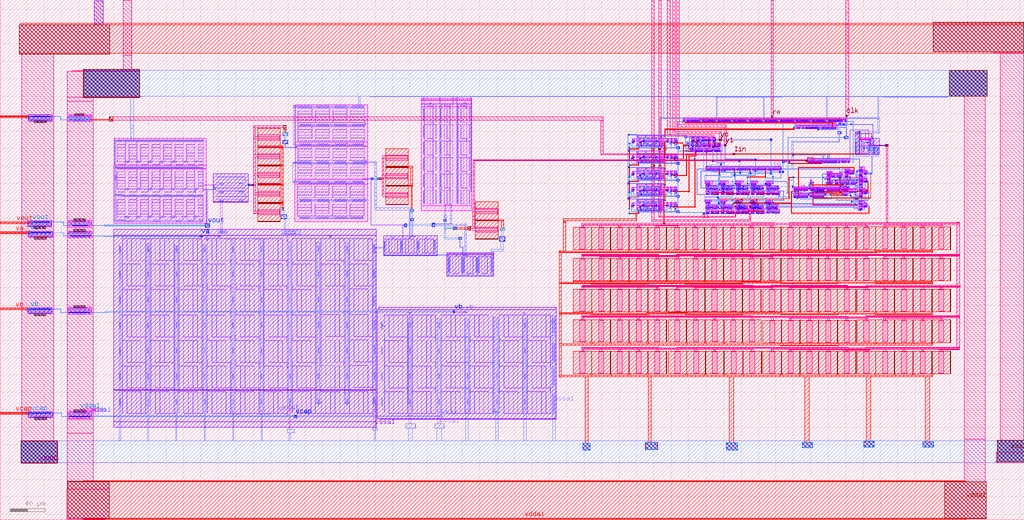
<source format=lef>
VERSION 5.7 ;
  NOWIREEXTENSIONATPIN ON ;
  DIVIDERCHAR "/" ;
  BUSBITCHARS "[]" ;
MACRO LVDT
  CLASS BLOCK ;
  FOREIGN LVDT ;
  ORIGIN 130.110 106.250 ;
  SIZE 1175.170 BY 596.820 ;
  PIN Iin
    DIRECTION INPUT ;
    USE SIGNAL ;
    ANTENNAGATEAREA 50.000000 ;
    ANTENNADIFFAREA 30.449999 ;
    PORT
      LAYER li1 ;
        RECT -96.070 354.130 -95.900 355.750 ;
        RECT -93.490 354.130 -93.320 355.750 ;
        RECT -90.910 354.130 -90.740 355.750 ;
        RECT -88.330 354.130 -88.160 355.750 ;
        RECT -85.750 354.130 -85.580 355.750 ;
        RECT -83.170 354.130 -83.000 355.750 ;
        RECT -80.590 354.130 -80.420 355.750 ;
        RECT -78.010 354.130 -77.840 355.750 ;
        RECT -75.430 354.130 -75.260 355.750 ;
        RECT -72.850 354.130 -72.680 355.750 ;
        RECT -51.130 353.915 -50.960 355.535 ;
        RECT -48.550 353.915 -48.380 355.535 ;
        RECT -45.970 353.915 -45.800 355.535 ;
        RECT -43.390 353.915 -43.220 355.535 ;
        RECT -40.810 353.915 -40.640 355.535 ;
        RECT -38.230 353.915 -38.060 355.535 ;
        RECT -35.650 353.915 -35.480 355.535 ;
        RECT -33.070 353.915 -32.900 355.535 ;
        RECT -30.490 353.915 -30.320 355.535 ;
        RECT -27.910 353.915 -27.740 355.535 ;
        RECT 866.030 320.450 866.200 320.870 ;
        RECT 866.030 318.980 866.200 319.400 ;
        RECT 866.030 317.510 866.200 317.930 ;
        RECT 866.030 316.040 866.200 316.460 ;
        RECT 866.030 314.570 866.200 314.990 ;
        RECT 865.150 313.520 865.740 314.150 ;
      LAYER mcon ;
        RECT -96.070 354.210 -95.900 355.670 ;
        RECT -93.490 354.210 -93.320 355.670 ;
        RECT -90.910 354.210 -90.740 355.670 ;
        RECT -88.330 354.210 -88.160 355.670 ;
        RECT -85.750 354.210 -85.580 355.670 ;
        RECT -83.170 354.210 -83.000 355.670 ;
        RECT -80.590 354.210 -80.420 355.670 ;
        RECT -78.010 354.210 -77.840 355.670 ;
        RECT -75.430 354.210 -75.260 355.670 ;
        RECT -72.850 354.210 -72.680 355.670 ;
        RECT -51.130 353.995 -50.960 355.455 ;
        RECT -48.550 353.995 -48.380 355.455 ;
        RECT -45.970 353.995 -45.800 355.455 ;
        RECT -43.390 353.995 -43.220 355.455 ;
        RECT -40.810 353.995 -40.640 355.455 ;
        RECT -38.230 353.995 -38.060 355.455 ;
        RECT -35.650 353.995 -35.480 355.455 ;
        RECT -33.070 353.995 -32.900 355.455 ;
        RECT -30.490 353.995 -30.320 355.455 ;
        RECT -27.910 353.995 -27.740 355.455 ;
        RECT 866.030 320.530 866.200 320.790 ;
        RECT 866.030 319.060 866.200 319.320 ;
        RECT 866.030 317.590 866.200 317.850 ;
        RECT 866.030 316.120 866.200 316.380 ;
        RECT 866.030 314.650 866.200 314.910 ;
        RECT 865.230 313.610 865.610 314.010 ;
      LAYER met1 ;
        RECT -75.475 356.850 -75.245 359.065 ;
        RECT -96.210 356.200 -72.210 356.850 ;
        RECT -96.105 355.730 -95.895 356.200 ;
        RECT -93.525 355.730 -93.315 356.200 ;
        RECT -90.955 355.730 -90.745 356.200 ;
        RECT -88.395 355.730 -88.185 356.200 ;
        RECT -85.755 355.730 -85.545 356.200 ;
        RECT -96.105 355.395 -95.870 355.730 ;
        RECT -93.525 355.435 -93.290 355.730 ;
        RECT -90.955 355.435 -90.710 355.730 ;
        RECT -96.100 354.150 -95.870 355.395 ;
        RECT -93.520 354.150 -93.290 355.435 ;
        RECT -90.940 354.150 -90.710 355.435 ;
        RECT -88.395 355.415 -88.130 355.730 ;
        RECT -88.360 354.150 -88.130 355.415 ;
        RECT -85.780 355.395 -85.545 355.730 ;
        RECT -83.215 355.730 -83.005 356.200 ;
        RECT -80.575 355.730 -80.365 356.200 ;
        RECT -78.025 355.730 -77.815 356.200 ;
        RECT -75.465 355.730 -75.255 356.200 ;
        RECT -72.845 355.730 -72.635 356.200 ;
        RECT -85.780 354.150 -85.550 355.395 ;
        RECT -83.215 355.365 -82.970 355.730 ;
        RECT -83.200 354.150 -82.970 355.365 ;
        RECT -80.620 355.265 -80.365 355.730 ;
        RECT -80.620 354.150 -80.390 355.265 ;
        RECT -78.040 354.150 -77.810 355.730 ;
        RECT -75.465 355.305 -75.230 355.730 ;
        RECT -75.460 354.150 -75.230 355.305 ;
        RECT -72.880 355.395 -72.635 355.730 ;
        RECT -72.880 354.150 -72.650 355.395 ;
        RECT -51.160 354.190 -50.930 355.515 ;
        RECT -51.165 353.280 -50.925 354.190 ;
        RECT -48.580 354.110 -48.350 355.515 ;
        RECT -46.000 354.130 -45.770 355.515 ;
        RECT -43.420 354.190 -43.190 355.515 ;
        RECT -48.605 353.935 -48.350 354.110 ;
        RECT -48.605 353.280 -48.365 353.935 ;
        RECT -46.005 353.280 -45.765 354.130 ;
        RECT -43.445 353.935 -43.190 354.190 ;
        RECT -40.840 354.150 -40.610 355.515 ;
        RECT -38.260 354.190 -38.030 355.515 ;
        RECT -40.865 353.935 -40.610 354.150 ;
        RECT -43.445 353.280 -43.205 353.935 ;
        RECT -40.865 353.280 -40.625 353.935 ;
        RECT -38.265 353.280 -38.025 354.190 ;
        RECT -35.680 354.170 -35.450 355.515 ;
        RECT -35.685 353.280 -35.445 354.170 ;
        RECT -33.100 354.110 -32.870 355.515 ;
        RECT -30.520 354.150 -30.290 355.515 ;
        RECT -33.105 353.280 -32.865 354.110 ;
        RECT -30.545 353.935 -30.290 354.150 ;
        RECT -27.940 354.130 -27.710 355.515 ;
        RECT -27.940 353.935 -27.655 354.130 ;
        RECT -30.545 353.280 -30.305 353.935 ;
        RECT -27.895 353.280 -27.655 353.935 ;
        RECT -51.270 352.640 -27.450 353.280 ;
        RECT -27.965 350.650 -27.655 352.640 ;
        RECT 866.000 320.630 866.230 320.850 ;
        RECT 866.000 314.930 866.270 320.630 ;
        RECT 863.580 313.850 864.360 314.230 ;
        RECT 865.150 314.030 865.740 314.150 ;
        RECT 865.970 314.030 866.320 314.930 ;
        RECT 865.150 313.920 866.320 314.030 ;
        RECT 865.150 313.850 866.260 313.920 ;
        RECT 863.580 313.790 866.260 313.850 ;
        RECT 863.580 313.620 865.740 313.790 ;
        RECT 863.580 313.380 864.360 313.620 ;
        RECT 865.150 313.520 865.740 313.620 ;
      LAYER via ;
        RECT -96.160 356.200 -72.260 356.850 ;
        RECT -51.220 352.640 -27.500 353.280 ;
        RECT 863.630 313.380 864.310 314.230 ;
      LAYER met2 ;
        RECT -97.420 356.900 -95.420 356.980 ;
        RECT -97.420 356.150 -60.790 356.900 ;
        RECT -97.420 356.140 -95.420 356.150 ;
        RECT -61.660 353.330 -60.900 356.150 ;
        RECT -61.660 352.590 -27.500 353.330 ;
        RECT -61.660 352.580 -46.950 352.590 ;
        RECT 863.630 313.330 864.310 314.280 ;
      LAYER via2 ;
        RECT -97.420 356.190 -95.420 356.930 ;
        RECT -51.220 352.640 -27.500 353.280 ;
        RECT 863.630 313.380 864.310 314.230 ;
      LAYER met3 ;
        RECT -130.110 356.955 -96.650 357.550 ;
        RECT -130.110 356.165 -95.370 356.955 ;
        RECT -130.110 355.100 -96.650 356.165 ;
        RECT -5.410 353.380 -1.220 356.550 ;
        RECT -28.390 353.305 -1.220 353.380 ;
        RECT -51.270 352.615 -1.220 353.305 ;
        RECT -28.390 352.570 -1.220 352.615 ;
        RECT -5.410 351.280 -1.220 352.570 ;
        RECT 710.390 313.820 712.520 314.360 ;
        RECT 863.580 313.820 864.360 314.255 ;
        RECT 710.390 313.730 748.990 313.820 ;
        RECT 777.350 313.760 795.380 313.810 ;
        RECT 812.240 313.800 830.270 313.810 ;
        RECT 847.380 313.800 864.360 313.820 ;
        RECT 812.240 313.760 864.360 313.800 ;
        RECT 760.020 313.730 864.360 313.760 ;
        RECT 710.390 313.410 864.360 313.730 ;
        RECT 710.390 313.360 847.880 313.410 ;
        RECT 710.390 313.310 778.050 313.360 ;
        RECT 794.480 313.310 812.510 313.360 ;
        RECT 829.850 313.350 847.880 313.360 ;
        RECT 863.580 313.355 864.360 313.410 ;
        RECT 710.390 313.280 766.000 313.310 ;
        RECT 710.390 313.220 748.990 313.280 ;
        RECT 710.390 312.650 712.520 313.220 ;
      LAYER via3 ;
        RECT -5.360 351.280 -1.270 356.550 ;
        RECT 710.440 312.650 712.470 314.360 ;
      LAYER met4 ;
        RECT -5.365 356.130 -1.265 356.555 ;
        RECT 545.930 356.130 561.860 356.230 ;
        RECT -5.365 352.420 561.860 356.130 ;
        RECT -5.365 352.400 545.770 352.420 ;
        RECT -5.365 351.275 -1.265 352.400 ;
        RECT 558.850 351.920 561.860 352.420 ;
        RECT 558.860 314.030 561.860 351.920 ;
        RECT 710.435 314.030 712.475 314.365 ;
        RECT 558.860 312.770 712.475 314.030 ;
        RECT 562.090 312.730 712.475 312.770 ;
        RECT 710.435 312.645 712.475 312.730 ;
    END
  END Iin
  PIN vout
    DIRECTION INOUT ;
    USE SIGNAL ;
    ANTENNAGATEAREA 1836.000000 ;
    ANTENNADIFFAREA 485.750000 ;
    PORT
      LAYER li1 ;
        RECT 103.290 271.960 104.120 273.360 ;
        RECT 116.390 271.830 117.070 273.900 ;
        RECT -96.560 232.930 -96.390 234.550 ;
        RECT -93.980 232.930 -93.810 234.550 ;
        RECT -91.400 232.930 -91.230 234.550 ;
        RECT -88.820 232.930 -88.650 234.550 ;
        RECT -86.240 232.930 -86.070 234.550 ;
        RECT -83.660 232.930 -83.490 234.550 ;
        RECT -81.080 232.930 -80.910 234.550 ;
        RECT -78.500 232.930 -78.330 234.550 ;
        RECT -75.920 232.930 -75.750 234.550 ;
        RECT -73.340 232.930 -73.170 234.550 ;
        RECT -51.120 232.535 -50.950 234.155 ;
        RECT -48.540 232.535 -48.370 234.155 ;
        RECT -45.960 232.535 -45.790 234.155 ;
        RECT -43.380 232.535 -43.210 234.155 ;
        RECT -40.800 232.535 -40.630 234.155 ;
        RECT -38.220 232.535 -38.050 234.155 ;
        RECT -35.640 232.535 -35.470 234.155 ;
        RECT -33.060 232.535 -32.890 234.155 ;
        RECT -30.480 232.535 -30.310 234.155 ;
        RECT -27.900 232.535 -27.730 234.155 ;
        RECT 104.710 216.600 106.970 218.170 ;
        RECT 107.270 216.650 107.610 216.700 ;
        RECT 117.790 216.650 118.130 216.730 ;
        RECT 128.410 216.660 128.750 216.810 ;
        RECT 139.880 216.730 140.220 216.780 ;
        RECT 150.400 216.730 150.740 216.810 ;
        RECT 161.020 216.770 161.360 216.890 ;
        RECT 172.430 216.770 172.770 216.810 ;
        RECT 173.060 216.770 174.360 216.860 ;
        RECT 160.850 216.760 175.400 216.770 ;
        RECT 182.950 216.760 183.290 216.840 ;
        RECT 193.570 216.760 193.910 216.920 ;
        RECT 160.850 216.730 193.910 216.760 ;
        RECT 139.880 216.720 193.910 216.730 ;
        RECT 139.880 216.680 193.960 216.720 ;
        RECT 139.190 216.660 193.960 216.680 ;
        RECT 128.300 216.650 193.960 216.660 ;
        RECT 107.270 216.600 193.960 216.650 ;
        RECT 104.710 216.280 193.960 216.600 ;
        RECT 104.710 216.230 160.640 216.280 ;
        RECT 160.850 216.260 193.960 216.280 ;
        RECT 104.710 216.200 141.200 216.230 ;
        RECT 104.710 216.150 128.030 216.200 ;
        RECT 104.710 215.370 106.970 216.150 ;
        RECT 107.270 214.750 107.610 216.150 ;
        RECT 117.790 215.080 118.130 216.150 ;
        RECT 128.300 215.970 141.200 216.200 ;
        RECT 117.790 214.820 118.160 215.080 ;
        RECT 107.270 213.720 107.510 214.750 ;
        RECT 107.270 209.870 107.500 213.720 ;
        RECT 107.270 208.250 107.510 209.870 ;
        RECT 107.270 204.400 107.500 208.250 ;
        RECT 107.270 202.780 107.510 204.400 ;
        RECT 107.270 198.930 107.500 202.780 ;
        RECT 107.270 197.310 107.510 198.930 ;
        RECT 107.270 193.580 107.500 197.310 ;
        RECT 107.130 187.570 107.790 193.580 ;
        RECT 117.870 193.090 118.100 214.820 ;
        RECT 128.370 214.800 128.790 215.970 ;
        RECT 139.880 214.830 140.220 215.970 ;
        RECT 150.400 215.160 150.740 216.230 ;
        RECT 160.850 215.810 175.400 216.260 ;
        RECT 150.400 214.900 150.770 215.160 ;
        RECT 128.470 193.230 128.700 214.800 ;
        RECT 139.880 213.800 140.120 214.830 ;
        RECT 139.880 209.950 140.110 213.800 ;
        RECT 139.880 208.330 140.120 209.950 ;
        RECT 139.880 204.480 140.110 208.330 ;
        RECT 139.880 202.860 140.120 204.480 ;
        RECT 139.880 199.010 140.110 202.860 ;
        RECT 139.880 197.390 140.120 199.010 ;
        RECT 139.880 193.990 140.110 197.390 ;
        RECT 117.920 191.840 118.090 193.090 ;
        RECT 128.500 191.840 128.670 193.230 ;
        RECT 117.790 187.570 118.130 187.650 ;
        RECT 128.410 187.570 128.750 187.730 ;
        RECT 139.850 187.650 140.510 193.990 ;
        RECT 150.480 193.170 150.710 214.900 ;
        RECT 160.980 214.880 161.400 215.810 ;
        RECT 161.080 193.310 161.310 214.880 ;
        RECT 172.430 214.860 172.770 215.810 ;
        RECT 182.950 215.190 183.290 216.260 ;
        RECT 192.310 215.810 193.960 216.260 ;
        RECT 182.950 214.930 183.320 215.190 ;
        RECT 172.430 213.830 172.670 214.860 ;
        RECT 172.430 209.980 172.660 213.830 ;
        RECT 172.430 208.360 172.670 209.980 ;
        RECT 172.430 204.510 172.660 208.360 ;
        RECT 172.430 202.890 172.670 204.510 ;
        RECT 172.430 199.040 172.660 202.890 ;
        RECT 172.430 197.420 172.670 199.040 ;
        RECT 172.430 193.590 172.660 197.420 ;
        RECT 150.530 191.920 150.700 193.170 ;
        RECT 161.110 191.920 161.280 193.310 ;
        RECT 172.220 192.550 172.830 193.590 ;
        RECT 183.030 193.200 183.260 214.930 ;
        RECT 193.530 214.910 193.950 215.810 ;
        RECT 193.630 193.340 193.860 214.910 ;
        RECT 172.220 192.310 172.880 192.550 ;
        RECT 150.400 187.650 150.740 187.730 ;
        RECT 161.020 187.650 161.360 187.810 ;
        RECT 139.850 187.600 161.360 187.650 ;
        RECT 172.250 187.680 172.880 192.310 ;
        RECT 183.080 191.950 183.250 193.200 ;
        RECT 193.660 191.950 193.830 193.340 ;
        RECT 182.950 187.680 183.290 187.760 ;
        RECT 193.570 187.680 193.910 187.840 ;
        RECT 172.250 187.630 193.910 187.680 ;
        RECT 107.130 187.520 128.750 187.570 ;
        RECT 106.580 187.300 128.750 187.520 ;
        RECT 139.190 187.380 161.360 187.600 ;
        RECT 171.740 187.410 193.910 187.630 ;
        RECT 106.580 187.120 128.790 187.300 ;
        RECT 139.190 187.200 161.400 187.380 ;
        RECT 139.190 187.150 160.640 187.200 ;
        RECT 106.580 187.070 128.030 187.120 ;
        RECT 107.130 186.540 107.790 187.070 ;
        RECT 107.270 185.670 107.610 186.540 ;
        RECT 117.790 186.000 118.130 187.070 ;
        RECT 117.790 185.740 118.160 186.000 ;
        RECT 107.270 184.640 107.510 185.670 ;
        RECT 107.270 180.790 107.500 184.640 ;
        RECT 107.270 179.170 107.510 180.790 ;
        RECT 107.270 175.320 107.500 179.170 ;
        RECT 107.270 173.700 107.510 175.320 ;
        RECT 107.270 169.850 107.500 173.700 ;
        RECT 107.270 168.230 107.510 169.850 ;
        RECT 107.270 164.580 107.500 168.230 ;
        RECT 107.200 158.400 107.860 164.580 ;
        RECT 117.870 164.010 118.100 185.740 ;
        RECT 128.370 185.720 128.790 187.120 ;
        RECT 139.850 186.950 140.510 187.150 ;
        RECT 139.880 185.750 140.220 186.950 ;
        RECT 150.400 186.080 150.740 187.150 ;
        RECT 150.400 185.820 150.770 186.080 ;
        RECT 128.470 164.150 128.700 185.720 ;
        RECT 139.880 184.720 140.120 185.750 ;
        RECT 139.880 180.870 140.110 184.720 ;
        RECT 139.880 179.250 140.120 180.870 ;
        RECT 139.880 175.400 140.110 179.250 ;
        RECT 139.880 173.780 140.120 175.400 ;
        RECT 139.880 169.930 140.110 173.780 ;
        RECT 139.880 168.310 140.120 169.930 ;
        RECT 139.880 164.770 140.110 168.310 ;
        RECT 117.920 162.760 118.090 164.010 ;
        RECT 128.500 162.760 128.670 164.150 ;
        RECT 117.790 158.400 118.130 158.480 ;
        RECT 128.410 158.400 128.750 158.560 ;
        RECT 139.740 158.480 140.400 164.770 ;
        RECT 150.480 164.090 150.710 185.820 ;
        RECT 160.980 185.800 161.400 187.200 ;
        RECT 171.740 187.230 193.950 187.410 ;
        RECT 171.740 187.180 193.190 187.230 ;
        RECT 161.080 164.230 161.310 185.800 ;
        RECT 172.250 185.630 172.880 187.180 ;
        RECT 182.950 186.110 183.290 187.180 ;
        RECT 182.950 185.850 183.320 186.110 ;
        RECT 172.430 184.750 172.670 185.630 ;
        RECT 172.430 180.900 172.660 184.750 ;
        RECT 172.430 179.280 172.670 180.900 ;
        RECT 172.430 175.430 172.660 179.280 ;
        RECT 172.430 173.810 172.670 175.430 ;
        RECT 172.430 169.960 172.660 173.810 ;
        RECT 172.430 168.340 172.670 169.960 ;
        RECT 172.430 164.490 172.660 168.340 ;
        RECT 150.530 162.840 150.700 164.090 ;
        RECT 161.110 162.840 161.280 164.230 ;
        RECT 172.430 164.120 172.670 164.490 ;
        RECT 183.030 164.120 183.260 185.850 ;
        RECT 193.530 185.830 193.950 187.230 ;
        RECT 193.630 164.260 193.860 185.830 ;
        RECT 172.500 163.860 172.670 164.120 ;
        RECT 150.400 158.480 150.740 158.560 ;
        RECT 161.020 158.480 161.360 158.640 ;
        RECT 139.740 158.430 161.360 158.480 ;
        RECT 172.250 158.510 172.880 163.860 ;
        RECT 183.080 162.870 183.250 164.120 ;
        RECT 193.660 162.870 193.830 164.260 ;
        RECT 182.950 158.510 183.290 158.590 ;
        RECT 193.570 158.510 193.910 158.670 ;
        RECT 172.250 158.460 193.910 158.510 ;
        RECT 107.200 158.350 128.750 158.400 ;
        RECT 106.580 158.130 128.750 158.350 ;
        RECT 139.190 158.210 161.360 158.430 ;
        RECT 171.740 158.240 193.910 158.460 ;
        RECT 106.580 157.950 128.790 158.130 ;
        RECT 139.190 158.030 161.400 158.210 ;
        RECT 139.190 157.980 160.640 158.030 ;
        RECT 106.580 157.900 128.030 157.950 ;
        RECT 107.200 157.540 107.860 157.900 ;
        RECT 107.270 156.500 107.610 157.540 ;
        RECT 117.790 156.830 118.130 157.900 ;
        RECT 117.790 156.570 118.160 156.830 ;
        RECT 107.270 155.470 107.510 156.500 ;
        RECT 107.270 151.620 107.500 155.470 ;
        RECT 107.270 150.000 107.510 151.620 ;
        RECT 107.270 146.150 107.500 150.000 ;
        RECT 107.270 144.530 107.510 146.150 ;
        RECT 107.270 140.680 107.500 144.530 ;
        RECT 107.270 139.060 107.510 140.680 ;
        RECT 107.270 135.360 107.500 139.060 ;
        RECT 107.050 129.220 107.710 135.360 ;
        RECT 117.870 134.840 118.100 156.570 ;
        RECT 128.370 156.550 128.790 157.950 ;
        RECT 139.740 157.730 140.400 157.980 ;
        RECT 139.880 156.580 140.220 157.730 ;
        RECT 150.400 156.910 150.740 157.980 ;
        RECT 150.400 156.650 150.770 156.910 ;
        RECT 128.470 134.980 128.700 156.550 ;
        RECT 139.880 155.550 140.120 156.580 ;
        RECT 139.880 151.700 140.110 155.550 ;
        RECT 139.880 150.080 140.120 151.700 ;
        RECT 139.880 146.230 140.110 150.080 ;
        RECT 139.880 144.610 140.120 146.230 ;
        RECT 139.880 140.760 140.110 144.610 ;
        RECT 139.880 139.140 140.120 140.760 ;
        RECT 139.880 135.400 140.110 139.140 ;
        RECT 117.920 133.590 118.090 134.840 ;
        RECT 128.500 133.590 128.670 134.980 ;
        RECT 117.790 129.220 118.130 129.300 ;
        RECT 128.410 129.220 128.750 129.380 ;
        RECT 139.820 129.300 140.480 135.400 ;
        RECT 150.480 134.920 150.710 156.650 ;
        RECT 160.980 156.630 161.400 158.030 ;
        RECT 171.740 158.060 193.950 158.240 ;
        RECT 171.740 158.010 193.190 158.060 ;
        RECT 172.250 156.940 172.880 158.010 ;
        RECT 182.950 156.940 183.290 158.010 ;
        RECT 161.080 135.060 161.310 156.630 ;
        RECT 172.430 156.610 172.770 156.940 ;
        RECT 182.950 156.680 183.320 156.940 ;
        RECT 172.430 155.580 172.670 156.610 ;
        RECT 172.430 151.730 172.660 155.580 ;
        RECT 172.430 150.110 172.670 151.730 ;
        RECT 172.430 146.260 172.660 150.110 ;
        RECT 172.430 144.640 172.670 146.260 ;
        RECT 172.430 140.790 172.660 144.640 ;
        RECT 172.430 139.170 172.670 140.790 ;
        RECT 172.430 135.320 172.660 139.170 ;
        RECT 150.530 133.670 150.700 134.920 ;
        RECT 161.110 133.670 161.280 135.060 ;
        RECT 172.430 134.950 172.670 135.320 ;
        RECT 183.030 134.950 183.260 156.680 ;
        RECT 193.530 156.660 193.950 158.060 ;
        RECT 193.630 135.090 193.860 156.660 ;
        RECT 172.500 134.680 172.670 134.950 ;
        RECT 150.400 129.300 150.740 129.380 ;
        RECT 161.020 129.300 161.360 129.460 ;
        RECT 139.820 129.250 161.360 129.300 ;
        RECT 172.250 129.330 172.880 134.680 ;
        RECT 183.080 133.700 183.250 134.950 ;
        RECT 193.660 133.700 193.830 135.090 ;
        RECT 182.950 129.330 183.290 129.410 ;
        RECT 193.570 129.330 193.910 129.490 ;
        RECT 172.250 129.280 193.910 129.330 ;
        RECT 107.050 129.170 128.750 129.220 ;
        RECT 106.580 128.950 128.750 129.170 ;
        RECT 139.190 129.030 161.360 129.250 ;
        RECT 171.740 129.060 193.910 129.280 ;
        RECT 106.580 128.770 128.790 128.950 ;
        RECT 139.190 128.850 161.400 129.030 ;
        RECT 139.190 128.800 160.640 128.850 ;
        RECT 106.580 128.720 128.030 128.770 ;
        RECT 107.050 128.320 107.710 128.720 ;
        RECT 107.270 127.320 107.610 128.320 ;
        RECT 117.790 127.650 118.130 128.720 ;
        RECT 117.790 127.390 118.160 127.650 ;
        RECT 107.270 126.290 107.510 127.320 ;
        RECT 107.270 122.440 107.500 126.290 ;
        RECT 107.270 120.820 107.510 122.440 ;
        RECT 107.270 116.970 107.500 120.820 ;
        RECT 107.270 115.350 107.510 116.970 ;
        RECT 107.270 111.500 107.500 115.350 ;
        RECT 107.270 109.880 107.510 111.500 ;
        RECT 107.270 106.030 107.500 109.880 ;
        RECT 107.270 105.670 107.510 106.030 ;
        RECT 107.050 99.900 107.710 105.670 ;
        RECT 117.870 105.660 118.100 127.390 ;
        RECT 128.370 127.370 128.790 128.770 ;
        RECT 139.820 128.360 140.480 128.800 ;
        RECT 139.880 127.400 140.220 128.360 ;
        RECT 150.400 127.730 150.740 128.800 ;
        RECT 150.400 127.470 150.770 127.730 ;
        RECT 128.470 105.800 128.700 127.370 ;
        RECT 139.880 126.370 140.120 127.400 ;
        RECT 139.880 122.520 140.110 126.370 ;
        RECT 139.880 120.900 140.120 122.520 ;
        RECT 139.880 117.050 140.110 120.900 ;
        RECT 139.880 115.430 140.120 117.050 ;
        RECT 139.880 111.580 140.110 115.430 ;
        RECT 139.880 109.960 140.120 111.580 ;
        RECT 139.880 106.290 140.110 109.960 ;
        RECT 117.920 104.410 118.090 105.660 ;
        RECT 128.500 104.410 128.670 105.800 ;
        RECT 117.790 99.900 118.130 99.980 ;
        RECT 128.410 99.900 128.750 100.060 ;
        RECT 139.630 99.980 140.290 106.290 ;
        RECT 150.480 105.740 150.710 127.470 ;
        RECT 160.980 127.450 161.400 128.850 ;
        RECT 171.740 128.880 193.950 129.060 ;
        RECT 171.740 128.830 193.190 128.880 ;
        RECT 172.250 127.760 172.880 128.830 ;
        RECT 182.950 127.760 183.290 128.830 ;
        RECT 161.080 105.880 161.310 127.450 ;
        RECT 172.430 127.430 172.770 127.760 ;
        RECT 182.950 127.500 183.320 127.760 ;
        RECT 172.430 126.400 172.670 127.430 ;
        RECT 172.430 122.550 172.660 126.400 ;
        RECT 172.430 120.930 172.670 122.550 ;
        RECT 172.430 117.080 172.660 120.930 ;
        RECT 172.430 115.460 172.670 117.080 ;
        RECT 172.430 111.610 172.660 115.460 ;
        RECT 172.430 109.990 172.670 111.610 ;
        RECT 172.430 106.140 172.660 109.990 ;
        RECT 150.530 104.490 150.700 105.740 ;
        RECT 161.110 104.490 161.280 105.880 ;
        RECT 172.430 105.850 172.670 106.140 ;
        RECT 150.400 99.980 150.740 100.060 ;
        RECT 161.020 99.980 161.360 100.140 ;
        RECT 139.630 99.930 161.360 99.980 ;
        RECT 172.330 100.010 172.960 105.850 ;
        RECT 183.030 105.770 183.260 127.500 ;
        RECT 193.530 127.480 193.950 128.880 ;
        RECT 193.630 105.910 193.860 127.480 ;
        RECT 183.080 104.520 183.250 105.770 ;
        RECT 193.660 104.520 193.830 105.910 ;
        RECT 182.950 100.010 183.290 100.090 ;
        RECT 193.570 100.010 193.910 100.170 ;
        RECT 172.330 99.960 193.910 100.010 ;
        RECT 107.050 99.850 128.750 99.900 ;
        RECT 106.580 99.630 128.750 99.850 ;
        RECT 139.190 99.710 161.360 99.930 ;
        RECT 171.740 99.740 193.910 99.960 ;
        RECT 106.580 99.450 128.790 99.630 ;
        RECT 139.190 99.530 161.400 99.710 ;
        RECT 139.190 99.480 160.640 99.530 ;
        RECT 106.580 99.400 128.030 99.450 ;
        RECT 107.050 98.460 107.710 99.400 ;
        RECT 107.270 98.000 107.610 98.460 ;
        RECT 117.790 98.330 118.130 99.400 ;
        RECT 117.790 98.070 118.160 98.330 ;
        RECT 107.270 96.970 107.510 98.000 ;
        RECT 107.270 93.120 107.500 96.970 ;
        RECT 107.270 91.500 107.510 93.120 ;
        RECT 107.270 87.650 107.500 91.500 ;
        RECT 107.270 86.030 107.510 87.650 ;
        RECT 107.270 82.180 107.500 86.030 ;
        RECT 107.270 80.560 107.510 82.180 ;
        RECT 107.270 76.710 107.500 80.560 ;
        RECT 107.270 76.650 107.510 76.710 ;
        RECT 107.200 70.620 107.860 76.650 ;
        RECT 117.870 76.340 118.100 98.070 ;
        RECT 128.370 98.050 128.790 99.450 ;
        RECT 139.630 99.250 140.290 99.480 ;
        RECT 139.880 98.080 140.220 99.250 ;
        RECT 150.400 98.410 150.740 99.480 ;
        RECT 150.400 98.150 150.770 98.410 ;
        RECT 128.470 76.480 128.700 98.050 ;
        RECT 139.880 97.050 140.120 98.080 ;
        RECT 139.880 93.200 140.110 97.050 ;
        RECT 139.880 91.580 140.120 93.200 ;
        RECT 139.880 87.730 140.110 91.580 ;
        RECT 139.880 86.110 140.120 87.730 ;
        RECT 139.880 82.260 140.110 86.110 ;
        RECT 139.880 80.640 140.120 82.260 ;
        RECT 139.880 76.880 140.110 80.640 ;
        RECT 117.920 75.090 118.090 76.340 ;
        RECT 128.500 75.090 128.670 76.480 ;
        RECT 117.840 70.620 118.180 70.700 ;
        RECT 128.460 70.620 128.800 70.780 ;
        RECT 139.850 70.700 140.510 76.880 ;
        RECT 150.480 76.420 150.710 98.150 ;
        RECT 160.980 98.130 161.400 99.530 ;
        RECT 171.740 99.560 193.950 99.740 ;
        RECT 171.740 99.510 193.190 99.560 ;
        RECT 172.330 98.930 172.960 99.510 ;
        RECT 161.080 76.560 161.310 98.130 ;
        RECT 172.430 98.110 172.770 98.930 ;
        RECT 182.950 98.440 183.290 99.510 ;
        RECT 182.950 98.180 183.320 98.440 ;
        RECT 172.430 97.080 172.670 98.110 ;
        RECT 172.430 93.230 172.660 97.080 ;
        RECT 172.430 91.610 172.670 93.230 ;
        RECT 172.430 87.760 172.660 91.610 ;
        RECT 172.430 86.140 172.670 87.760 ;
        RECT 172.430 82.290 172.660 86.140 ;
        RECT 172.430 80.670 172.670 82.290 ;
        RECT 172.430 76.820 172.660 80.670 ;
        RECT 150.530 75.170 150.700 76.420 ;
        RECT 161.110 75.170 161.280 76.560 ;
        RECT 172.430 76.450 172.670 76.820 ;
        RECT 183.030 76.450 183.260 98.180 ;
        RECT 193.530 98.160 193.950 99.560 ;
        RECT 193.630 76.590 193.860 98.160 ;
        RECT 172.500 76.240 172.670 76.450 ;
        RECT 150.450 70.700 150.790 70.780 ;
        RECT 161.070 70.700 161.410 70.860 ;
        RECT 139.850 70.650 161.410 70.700 ;
        RECT 172.250 70.730 172.880 76.240 ;
        RECT 183.080 75.200 183.250 76.450 ;
        RECT 193.660 75.200 193.830 76.590 ;
        RECT 183.000 70.730 183.340 70.810 ;
        RECT 193.620 70.730 193.960 70.890 ;
        RECT 172.250 70.680 193.960 70.730 ;
        RECT 107.200 70.570 128.800 70.620 ;
        RECT 106.630 70.350 128.800 70.570 ;
        RECT 139.240 70.430 161.410 70.650 ;
        RECT 171.790 70.460 193.960 70.680 ;
        RECT 106.630 70.170 128.840 70.350 ;
        RECT 139.240 70.250 161.450 70.430 ;
        RECT 139.240 70.200 160.690 70.250 ;
        RECT 106.630 70.120 128.080 70.170 ;
        RECT 107.200 69.610 107.860 70.120 ;
        RECT 107.320 68.720 107.660 69.610 ;
        RECT 117.840 69.050 118.180 70.120 ;
        RECT 117.840 68.790 118.210 69.050 ;
        RECT 107.320 67.690 107.560 68.720 ;
        RECT 107.320 63.840 107.550 67.690 ;
        RECT 107.320 62.220 107.560 63.840 ;
        RECT 107.320 58.370 107.550 62.220 ;
        RECT 107.320 56.750 107.560 58.370 ;
        RECT 107.320 52.900 107.550 56.750 ;
        RECT 107.320 51.280 107.560 52.900 ;
        RECT 107.320 47.430 107.550 51.280 ;
        RECT 107.320 47.080 107.560 47.430 ;
        RECT 107.270 46.910 107.620 47.080 ;
        RECT 117.920 47.060 118.150 68.790 ;
        RECT 128.420 68.770 128.840 70.170 ;
        RECT 139.850 69.840 140.510 70.200 ;
        RECT 139.930 68.800 140.270 69.840 ;
        RECT 150.450 69.130 150.790 70.200 ;
        RECT 150.450 68.870 150.820 69.130 ;
        RECT 128.520 47.200 128.750 68.770 ;
        RECT 139.930 67.770 140.170 68.800 ;
        RECT 139.930 63.920 140.160 67.770 ;
        RECT 139.930 62.300 140.170 63.920 ;
        RECT 139.930 58.450 140.160 62.300 ;
        RECT 139.930 56.830 140.170 58.450 ;
        RECT 139.930 52.980 140.160 56.830 ;
        RECT 139.930 51.360 140.170 52.980 ;
        RECT 139.930 47.510 140.160 51.360 ;
        RECT 139.930 47.500 140.170 47.510 ;
        RECT 107.270 41.080 107.930 46.910 ;
        RECT 117.970 45.810 118.140 47.060 ;
        RECT 128.550 45.810 128.720 47.200 ;
        RECT 139.870 46.950 140.340 47.500 ;
        RECT 150.530 47.140 150.760 68.870 ;
        RECT 161.030 68.850 161.450 70.250 ;
        RECT 171.790 70.280 194.000 70.460 ;
        RECT 171.790 70.230 193.240 70.280 ;
        RECT 172.250 69.320 172.880 70.230 ;
        RECT 161.130 47.280 161.360 68.850 ;
        RECT 172.480 68.830 172.820 69.320 ;
        RECT 183.000 69.160 183.340 70.230 ;
        RECT 183.000 68.900 183.370 69.160 ;
        RECT 172.480 67.800 172.720 68.830 ;
        RECT 172.480 63.950 172.710 67.800 ;
        RECT 172.480 62.330 172.720 63.950 ;
        RECT 172.480 58.480 172.710 62.330 ;
        RECT 172.480 56.860 172.720 58.480 ;
        RECT 172.480 53.010 172.710 56.860 ;
        RECT 172.480 51.390 172.720 53.010 ;
        RECT 172.480 47.540 172.710 51.390 ;
        RECT 117.930 41.080 118.270 41.160 ;
        RECT 128.550 41.080 128.890 41.240 ;
        RECT 139.820 41.160 140.480 46.950 ;
        RECT 150.580 45.890 150.750 47.140 ;
        RECT 161.160 45.890 161.330 47.280 ;
        RECT 172.480 47.170 172.720 47.540 ;
        RECT 183.080 47.170 183.310 68.900 ;
        RECT 193.580 68.880 194.000 70.280 ;
        RECT 193.680 47.310 193.910 68.880 ;
        RECT 172.550 46.710 172.720 47.170 ;
        RECT 150.540 41.160 150.880 41.240 ;
        RECT 161.160 41.160 161.500 41.320 ;
        RECT 139.820 41.110 161.500 41.160 ;
        RECT 172.330 41.190 172.960 46.710 ;
        RECT 183.130 45.920 183.300 47.170 ;
        RECT 193.710 45.920 193.880 47.310 ;
        RECT 183.090 41.190 183.430 41.270 ;
        RECT 193.710 41.190 194.050 41.350 ;
        RECT 172.330 41.140 194.050 41.190 ;
        RECT 107.270 41.030 128.890 41.080 ;
        RECT 106.720 40.810 128.890 41.030 ;
        RECT 139.330 40.890 161.500 41.110 ;
        RECT 171.880 40.920 194.050 41.140 ;
        RECT 106.720 40.630 128.930 40.810 ;
        RECT 139.330 40.710 161.540 40.890 ;
        RECT 139.330 40.660 160.780 40.710 ;
        RECT 106.720 40.580 128.170 40.630 ;
        RECT 107.270 39.870 107.930 40.580 ;
        RECT 107.410 39.180 107.750 39.870 ;
        RECT 117.930 39.510 118.270 40.580 ;
        RECT 117.930 39.250 118.300 39.510 ;
        RECT 107.410 38.150 107.650 39.180 ;
        RECT 107.410 34.300 107.640 38.150 ;
        RECT 107.410 32.680 107.650 34.300 ;
        RECT 107.410 28.830 107.640 32.680 ;
        RECT 107.410 27.210 107.650 28.830 ;
        RECT 107.410 23.360 107.640 27.210 ;
        RECT 107.410 21.740 107.650 23.360 ;
        RECT 107.410 17.890 107.640 21.740 ;
        RECT 107.410 17.520 107.650 17.890 ;
        RECT 118.010 17.520 118.240 39.250 ;
        RECT 128.510 39.230 128.930 40.630 ;
        RECT 139.820 39.910 140.480 40.660 ;
        RECT 140.020 39.260 140.360 39.910 ;
        RECT 150.540 39.590 150.880 40.660 ;
        RECT 150.540 39.330 150.910 39.590 ;
        RECT 128.610 17.660 128.840 39.230 ;
        RECT 140.020 38.230 140.260 39.260 ;
        RECT 140.020 34.380 140.250 38.230 ;
        RECT 140.020 32.760 140.260 34.380 ;
        RECT 140.020 28.910 140.250 32.760 ;
        RECT 140.020 27.290 140.260 28.910 ;
        RECT 140.020 23.440 140.250 27.290 ;
        RECT 140.020 21.820 140.260 23.440 ;
        RECT 140.020 17.970 140.250 21.820 ;
        RECT 107.480 16.270 107.650 17.520 ;
        RECT 118.060 16.270 118.230 17.520 ;
        RECT 128.640 16.270 128.810 17.660 ;
        RECT 140.020 17.600 140.260 17.970 ;
        RECT 150.620 17.600 150.850 39.330 ;
        RECT 161.120 39.310 161.540 40.710 ;
        RECT 171.880 40.740 194.090 40.920 ;
        RECT 171.880 40.690 193.330 40.740 ;
        RECT 172.330 39.790 172.960 40.690 ;
        RECT 161.220 17.740 161.450 39.310 ;
        RECT 172.570 39.290 172.910 39.790 ;
        RECT 183.090 39.620 183.430 40.690 ;
        RECT 183.090 39.360 183.460 39.620 ;
        RECT 172.570 38.260 172.810 39.290 ;
        RECT 172.570 34.410 172.800 38.260 ;
        RECT 172.570 32.790 172.810 34.410 ;
        RECT 172.570 28.940 172.800 32.790 ;
        RECT 172.570 27.320 172.810 28.940 ;
        RECT 172.570 23.470 172.800 27.320 ;
        RECT 172.570 21.850 172.810 23.470 ;
        RECT 172.570 18.000 172.800 21.850 ;
        RECT 140.090 16.350 140.260 17.600 ;
        RECT 150.670 16.350 150.840 17.600 ;
        RECT 161.250 16.350 161.420 17.740 ;
        RECT 172.570 17.630 172.810 18.000 ;
        RECT 183.170 17.630 183.400 39.360 ;
        RECT 193.670 39.340 194.090 40.740 ;
        RECT 193.770 17.770 194.000 39.340 ;
        RECT 172.640 16.380 172.810 17.630 ;
        RECT 183.220 16.380 183.390 17.630 ;
        RECT 193.800 16.380 193.970 17.770 ;
      LAYER mcon ;
        RECT 103.450 272.280 103.850 273.120 ;
        RECT 116.580 272.260 116.870 273.600 ;
        RECT -96.560 233.010 -96.390 234.470 ;
        RECT -93.980 233.010 -93.810 234.470 ;
        RECT -91.400 233.010 -91.230 234.470 ;
        RECT -88.820 233.010 -88.650 234.470 ;
        RECT -86.240 233.010 -86.070 234.470 ;
        RECT -83.660 233.010 -83.490 234.470 ;
        RECT -81.080 233.010 -80.910 234.470 ;
        RECT -78.500 233.010 -78.330 234.470 ;
        RECT -75.920 233.010 -75.750 234.470 ;
        RECT -73.340 233.010 -73.170 234.470 ;
        RECT -51.120 232.615 -50.950 234.075 ;
        RECT -48.540 232.615 -48.370 234.075 ;
        RECT -45.960 232.615 -45.790 234.075 ;
        RECT -43.380 232.615 -43.210 234.075 ;
        RECT -40.800 232.615 -40.630 234.075 ;
        RECT -38.220 232.615 -38.050 234.075 ;
        RECT -35.640 232.615 -35.470 234.075 ;
        RECT -33.060 232.615 -32.890 234.075 ;
        RECT -30.480 232.615 -30.310 234.075 ;
        RECT -27.900 232.615 -27.730 234.075 ;
        RECT 107.340 213.800 107.510 215.260 ;
        RECT 117.920 213.800 118.090 215.260 ;
        RECT 107.340 208.330 107.510 209.790 ;
        RECT 117.920 208.330 118.090 209.790 ;
        RECT 107.340 202.860 107.510 204.320 ;
        RECT 117.920 202.860 118.090 204.320 ;
        RECT 107.340 197.390 107.510 198.850 ;
        RECT 117.920 197.390 118.090 198.850 ;
        RECT 107.340 191.920 107.510 193.380 ;
        RECT 117.920 191.920 118.090 193.380 ;
        RECT 128.500 213.800 128.670 215.260 ;
        RECT 128.500 208.330 128.670 209.790 ;
        RECT 128.500 202.860 128.670 204.320 ;
        RECT 128.500 197.390 128.670 198.850 ;
        RECT 139.950 213.880 140.120 215.340 ;
        RECT 150.530 213.880 150.700 215.340 ;
        RECT 139.950 208.410 140.120 209.870 ;
        RECT 150.530 208.410 150.700 209.870 ;
        RECT 139.950 202.940 140.120 204.400 ;
        RECT 150.530 202.940 150.700 204.400 ;
        RECT 139.950 197.470 140.120 198.930 ;
        RECT 150.530 197.470 150.700 198.930 ;
        RECT 128.500 191.920 128.670 193.380 ;
        RECT 139.950 192.000 140.120 193.460 ;
        RECT 150.530 192.000 150.700 193.460 ;
        RECT 161.110 213.880 161.280 215.340 ;
        RECT 161.110 208.410 161.280 209.870 ;
        RECT 161.110 202.940 161.280 204.400 ;
        RECT 161.110 197.470 161.280 198.930 ;
        RECT 172.500 213.910 172.670 215.370 ;
        RECT 183.080 213.910 183.250 215.370 ;
        RECT 172.500 208.440 172.670 209.900 ;
        RECT 183.080 208.440 183.250 209.900 ;
        RECT 172.500 202.970 172.670 204.430 ;
        RECT 183.080 202.970 183.250 204.430 ;
        RECT 172.500 197.500 172.670 198.960 ;
        RECT 183.080 197.500 183.250 198.960 ;
        RECT 161.110 192.000 161.280 193.460 ;
        RECT 172.500 192.030 172.670 193.490 ;
        RECT 183.080 192.030 183.250 193.490 ;
        RECT 193.660 213.910 193.830 215.370 ;
        RECT 193.660 208.440 193.830 209.900 ;
        RECT 193.660 202.970 193.830 204.430 ;
        RECT 193.660 197.500 193.830 198.960 ;
        RECT 193.660 192.030 193.830 193.490 ;
        RECT 107.340 184.720 107.510 186.180 ;
        RECT 117.920 184.720 118.090 186.180 ;
        RECT 107.340 179.250 107.510 180.710 ;
        RECT 117.920 179.250 118.090 180.710 ;
        RECT 107.340 173.780 107.510 175.240 ;
        RECT 117.920 173.780 118.090 175.240 ;
        RECT 107.340 168.310 107.510 169.770 ;
        RECT 117.920 168.310 118.090 169.770 ;
        RECT 107.340 162.840 107.510 164.300 ;
        RECT 117.920 162.840 118.090 164.300 ;
        RECT 128.500 184.720 128.670 186.180 ;
        RECT 128.500 179.250 128.670 180.710 ;
        RECT 128.500 173.780 128.670 175.240 ;
        RECT 128.500 168.310 128.670 169.770 ;
        RECT 139.950 184.800 140.120 186.260 ;
        RECT 150.530 184.800 150.700 186.260 ;
        RECT 139.950 179.330 140.120 180.790 ;
        RECT 150.530 179.330 150.700 180.790 ;
        RECT 139.950 173.860 140.120 175.320 ;
        RECT 150.530 173.860 150.700 175.320 ;
        RECT 139.950 168.390 140.120 169.850 ;
        RECT 150.530 168.390 150.700 169.850 ;
        RECT 128.500 162.840 128.670 164.300 ;
        RECT 139.950 162.920 140.120 164.380 ;
        RECT 150.530 162.920 150.700 164.380 ;
        RECT 161.110 184.800 161.280 186.260 ;
        RECT 161.110 179.330 161.280 180.790 ;
        RECT 161.110 173.860 161.280 175.320 ;
        RECT 161.110 168.390 161.280 169.850 ;
        RECT 161.110 162.920 161.280 164.380 ;
        RECT 172.500 184.830 172.670 186.290 ;
        RECT 183.080 184.830 183.250 186.290 ;
        RECT 172.500 179.360 172.670 180.820 ;
        RECT 183.080 179.360 183.250 180.820 ;
        RECT 172.500 173.890 172.670 175.350 ;
        RECT 183.080 173.890 183.250 175.350 ;
        RECT 172.500 168.420 172.670 169.880 ;
        RECT 183.080 168.420 183.250 169.880 ;
        RECT 172.500 162.950 172.670 164.410 ;
        RECT 183.080 162.950 183.250 164.410 ;
        RECT 193.660 184.830 193.830 186.290 ;
        RECT 193.660 179.360 193.830 180.820 ;
        RECT 193.660 173.890 193.830 175.350 ;
        RECT 193.660 168.420 193.830 169.880 ;
        RECT 193.660 162.950 193.830 164.410 ;
        RECT 107.340 155.550 107.510 157.010 ;
        RECT 117.920 155.550 118.090 157.010 ;
        RECT 107.340 150.080 107.510 151.540 ;
        RECT 117.920 150.080 118.090 151.540 ;
        RECT 107.340 144.610 107.510 146.070 ;
        RECT 117.920 144.610 118.090 146.070 ;
        RECT 107.340 139.140 107.510 140.600 ;
        RECT 117.920 139.140 118.090 140.600 ;
        RECT 107.340 133.670 107.510 135.130 ;
        RECT 117.920 133.670 118.090 135.130 ;
        RECT 128.500 155.550 128.670 157.010 ;
        RECT 128.500 150.080 128.670 151.540 ;
        RECT 128.500 144.610 128.670 146.070 ;
        RECT 128.500 139.140 128.670 140.600 ;
        RECT 139.950 155.630 140.120 157.090 ;
        RECT 150.530 155.630 150.700 157.090 ;
        RECT 139.950 150.160 140.120 151.620 ;
        RECT 150.530 150.160 150.700 151.620 ;
        RECT 139.950 144.690 140.120 146.150 ;
        RECT 150.530 144.690 150.700 146.150 ;
        RECT 139.950 139.220 140.120 140.680 ;
        RECT 150.530 139.220 150.700 140.680 ;
        RECT 128.500 133.670 128.670 135.130 ;
        RECT 139.950 133.750 140.120 135.210 ;
        RECT 150.530 133.750 150.700 135.210 ;
        RECT 161.110 155.630 161.280 157.090 ;
        RECT 161.110 150.160 161.280 151.620 ;
        RECT 161.110 144.690 161.280 146.150 ;
        RECT 161.110 139.220 161.280 140.680 ;
        RECT 161.110 133.750 161.280 135.210 ;
        RECT 172.500 155.660 172.670 157.120 ;
        RECT 183.080 155.660 183.250 157.120 ;
        RECT 172.500 150.190 172.670 151.650 ;
        RECT 183.080 150.190 183.250 151.650 ;
        RECT 172.500 144.720 172.670 146.180 ;
        RECT 183.080 144.720 183.250 146.180 ;
        RECT 172.500 139.250 172.670 140.710 ;
        RECT 183.080 139.250 183.250 140.710 ;
        RECT 172.500 133.780 172.670 135.240 ;
        RECT 183.080 133.780 183.250 135.240 ;
        RECT 193.660 155.660 193.830 157.120 ;
        RECT 193.660 150.190 193.830 151.650 ;
        RECT 193.660 144.720 193.830 146.180 ;
        RECT 193.660 139.250 193.830 140.710 ;
        RECT 193.660 133.780 193.830 135.240 ;
        RECT 107.340 126.370 107.510 127.830 ;
        RECT 117.920 126.370 118.090 127.830 ;
        RECT 107.340 120.900 107.510 122.360 ;
        RECT 117.920 120.900 118.090 122.360 ;
        RECT 107.340 115.430 107.510 116.890 ;
        RECT 117.920 115.430 118.090 116.890 ;
        RECT 107.340 109.960 107.510 111.420 ;
        RECT 117.920 109.960 118.090 111.420 ;
        RECT 107.340 104.490 107.510 105.950 ;
        RECT 117.920 104.490 118.090 105.950 ;
        RECT 128.500 126.370 128.670 127.830 ;
        RECT 128.500 120.900 128.670 122.360 ;
        RECT 128.500 115.430 128.670 116.890 ;
        RECT 128.500 109.960 128.670 111.420 ;
        RECT 139.950 126.450 140.120 127.910 ;
        RECT 150.530 126.450 150.700 127.910 ;
        RECT 139.950 120.980 140.120 122.440 ;
        RECT 150.530 120.980 150.700 122.440 ;
        RECT 139.950 115.510 140.120 116.970 ;
        RECT 150.530 115.510 150.700 116.970 ;
        RECT 139.950 110.040 140.120 111.500 ;
        RECT 150.530 110.040 150.700 111.500 ;
        RECT 128.500 104.490 128.670 105.950 ;
        RECT 139.950 104.570 140.120 106.030 ;
        RECT 150.530 104.570 150.700 106.030 ;
        RECT 161.110 126.450 161.280 127.910 ;
        RECT 161.110 120.980 161.280 122.440 ;
        RECT 161.110 115.510 161.280 116.970 ;
        RECT 161.110 110.040 161.280 111.500 ;
        RECT 161.110 104.570 161.280 106.030 ;
        RECT 172.500 126.480 172.670 127.940 ;
        RECT 183.080 126.480 183.250 127.940 ;
        RECT 172.500 121.010 172.670 122.470 ;
        RECT 183.080 121.010 183.250 122.470 ;
        RECT 172.500 115.540 172.670 117.000 ;
        RECT 183.080 115.540 183.250 117.000 ;
        RECT 172.500 110.070 172.670 111.530 ;
        RECT 183.080 110.070 183.250 111.530 ;
        RECT 172.500 104.600 172.670 106.060 ;
        RECT 183.080 104.600 183.250 106.060 ;
        RECT 193.660 126.480 193.830 127.940 ;
        RECT 193.660 121.010 193.830 122.470 ;
        RECT 193.660 115.540 193.830 117.000 ;
        RECT 193.660 110.070 193.830 111.530 ;
        RECT 193.660 104.600 193.830 106.060 ;
        RECT 107.340 97.050 107.510 98.510 ;
        RECT 117.920 97.050 118.090 98.510 ;
        RECT 107.340 91.580 107.510 93.040 ;
        RECT 117.920 91.580 118.090 93.040 ;
        RECT 107.340 86.110 107.510 87.570 ;
        RECT 117.920 86.110 118.090 87.570 ;
        RECT 107.340 80.640 107.510 82.100 ;
        RECT 117.920 80.640 118.090 82.100 ;
        RECT 107.340 75.170 107.510 76.630 ;
        RECT 117.920 75.170 118.090 76.630 ;
        RECT 128.500 97.050 128.670 98.510 ;
        RECT 128.500 91.580 128.670 93.040 ;
        RECT 128.500 86.110 128.670 87.570 ;
        RECT 128.500 80.640 128.670 82.100 ;
        RECT 139.950 97.130 140.120 98.590 ;
        RECT 150.530 97.130 150.700 98.590 ;
        RECT 139.950 91.660 140.120 93.120 ;
        RECT 150.530 91.660 150.700 93.120 ;
        RECT 139.950 86.190 140.120 87.650 ;
        RECT 150.530 86.190 150.700 87.650 ;
        RECT 139.950 80.720 140.120 82.180 ;
        RECT 150.530 80.720 150.700 82.180 ;
        RECT 128.500 75.170 128.670 76.630 ;
        RECT 139.950 75.250 140.120 76.710 ;
        RECT 150.530 75.250 150.700 76.710 ;
        RECT 161.110 97.130 161.280 98.590 ;
        RECT 161.110 91.660 161.280 93.120 ;
        RECT 161.110 86.190 161.280 87.650 ;
        RECT 161.110 80.720 161.280 82.180 ;
        RECT 161.110 75.250 161.280 76.710 ;
        RECT 172.500 97.160 172.670 98.620 ;
        RECT 183.080 97.160 183.250 98.620 ;
        RECT 172.500 91.690 172.670 93.150 ;
        RECT 183.080 91.690 183.250 93.150 ;
        RECT 172.500 86.220 172.670 87.680 ;
        RECT 183.080 86.220 183.250 87.680 ;
        RECT 172.500 80.750 172.670 82.210 ;
        RECT 183.080 80.750 183.250 82.210 ;
        RECT 172.500 75.280 172.670 76.740 ;
        RECT 183.080 75.280 183.250 76.740 ;
        RECT 193.660 97.160 193.830 98.620 ;
        RECT 193.660 91.690 193.830 93.150 ;
        RECT 193.660 86.220 193.830 87.680 ;
        RECT 193.660 80.750 193.830 82.210 ;
        RECT 193.660 75.280 193.830 76.740 ;
        RECT 107.390 67.770 107.560 69.230 ;
        RECT 117.970 67.770 118.140 69.230 ;
        RECT 107.390 62.300 107.560 63.760 ;
        RECT 117.970 62.300 118.140 63.760 ;
        RECT 107.390 56.830 107.560 58.290 ;
        RECT 117.970 56.830 118.140 58.290 ;
        RECT 107.390 51.360 107.560 52.820 ;
        RECT 117.970 51.360 118.140 52.820 ;
        RECT 107.390 45.890 107.560 47.350 ;
        RECT 117.970 45.890 118.140 47.350 ;
        RECT 128.550 67.770 128.720 69.230 ;
        RECT 128.550 62.300 128.720 63.760 ;
        RECT 128.550 56.830 128.720 58.290 ;
        RECT 128.550 51.360 128.720 52.820 ;
        RECT 140.000 67.850 140.170 69.310 ;
        RECT 150.580 67.850 150.750 69.310 ;
        RECT 140.000 62.380 140.170 63.840 ;
        RECT 150.580 62.380 150.750 63.840 ;
        RECT 140.000 56.910 140.170 58.370 ;
        RECT 150.580 56.910 150.750 58.370 ;
        RECT 140.000 51.440 140.170 52.900 ;
        RECT 150.580 51.440 150.750 52.900 ;
        RECT 128.550 45.890 128.720 47.350 ;
        RECT 140.000 45.970 140.170 47.430 ;
        RECT 150.580 45.970 150.750 47.430 ;
        RECT 161.160 67.850 161.330 69.310 ;
        RECT 161.160 62.380 161.330 63.840 ;
        RECT 161.160 56.910 161.330 58.370 ;
        RECT 161.160 51.440 161.330 52.900 ;
        RECT 161.160 45.970 161.330 47.430 ;
        RECT 172.550 67.880 172.720 69.340 ;
        RECT 183.130 67.880 183.300 69.340 ;
        RECT 172.550 62.410 172.720 63.870 ;
        RECT 183.130 62.410 183.300 63.870 ;
        RECT 172.550 56.940 172.720 58.400 ;
        RECT 183.130 56.940 183.300 58.400 ;
        RECT 172.550 51.470 172.720 52.930 ;
        RECT 183.130 51.470 183.300 52.930 ;
        RECT 172.550 46.000 172.720 47.460 ;
        RECT 183.130 46.000 183.300 47.460 ;
        RECT 193.710 67.880 193.880 69.340 ;
        RECT 193.710 62.410 193.880 63.870 ;
        RECT 193.710 56.940 193.880 58.400 ;
        RECT 193.710 51.470 193.880 52.930 ;
        RECT 193.710 46.000 193.880 47.460 ;
        RECT 107.480 38.230 107.650 39.690 ;
        RECT 118.060 38.230 118.230 39.690 ;
        RECT 107.480 32.760 107.650 34.220 ;
        RECT 118.060 32.760 118.230 34.220 ;
        RECT 107.480 27.290 107.650 28.750 ;
        RECT 118.060 27.290 118.230 28.750 ;
        RECT 107.480 21.820 107.650 23.280 ;
        RECT 118.060 21.820 118.230 23.280 ;
        RECT 107.480 16.350 107.650 17.810 ;
        RECT 118.060 16.350 118.230 17.810 ;
        RECT 128.640 38.230 128.810 39.690 ;
        RECT 128.640 32.760 128.810 34.220 ;
        RECT 128.640 27.290 128.810 28.750 ;
        RECT 128.640 21.820 128.810 23.280 ;
        RECT 128.640 16.350 128.810 17.810 ;
        RECT 140.090 38.310 140.260 39.770 ;
        RECT 150.670 38.310 150.840 39.770 ;
        RECT 140.090 32.840 140.260 34.300 ;
        RECT 150.670 32.840 150.840 34.300 ;
        RECT 140.090 27.370 140.260 28.830 ;
        RECT 150.670 27.370 150.840 28.830 ;
        RECT 140.090 21.900 140.260 23.360 ;
        RECT 150.670 21.900 150.840 23.360 ;
        RECT 140.090 16.430 140.260 17.890 ;
        RECT 150.670 16.430 150.840 17.890 ;
        RECT 161.250 38.310 161.420 39.770 ;
        RECT 161.250 32.840 161.420 34.300 ;
        RECT 161.250 27.370 161.420 28.830 ;
        RECT 161.250 21.900 161.420 23.360 ;
        RECT 161.250 16.430 161.420 17.890 ;
        RECT 172.640 38.340 172.810 39.800 ;
        RECT 183.220 38.340 183.390 39.800 ;
        RECT 172.640 32.870 172.810 34.330 ;
        RECT 183.220 32.870 183.390 34.330 ;
        RECT 172.640 27.400 172.810 28.860 ;
        RECT 183.220 27.400 183.390 28.860 ;
        RECT 172.640 21.930 172.810 23.390 ;
        RECT 183.220 21.930 183.390 23.390 ;
        RECT 172.640 16.460 172.810 17.920 ;
        RECT 183.220 16.460 183.390 17.920 ;
        RECT 193.800 38.340 193.970 39.800 ;
        RECT 193.800 32.870 193.970 34.330 ;
        RECT 193.800 27.400 193.970 28.860 ;
        RECT 193.800 21.930 193.970 23.390 ;
        RECT 193.800 16.460 193.970 17.920 ;
      LAYER met1 ;
        RECT 103.290 273.140 104.120 273.360 ;
        RECT 106.770 273.140 108.040 273.190 ;
        RECT 116.390 273.140 117.070 273.900 ;
        RECT 103.290 272.520 117.070 273.140 ;
        RECT 103.290 271.960 104.120 272.520 ;
        RECT 106.770 246.590 108.040 272.520 ;
        RECT 116.390 271.830 117.070 272.520 ;
        RECT -75.965 235.590 -75.735 237.865 ;
        RECT -94.670 235.505 -73.930 235.590 ;
        RECT -96.595 235.205 -73.085 235.505 ;
        RECT -96.595 234.530 -96.385 235.205 ;
        RECT -94.670 235.030 -73.930 235.205 ;
        RECT -94.015 234.530 -93.805 235.030 ;
        RECT -91.445 234.530 -91.235 235.030 ;
        RECT -88.885 234.530 -88.675 235.030 ;
        RECT -86.245 234.530 -86.035 235.030 ;
        RECT -96.595 234.195 -96.360 234.530 ;
        RECT -94.015 234.235 -93.780 234.530 ;
        RECT -91.445 234.235 -91.200 234.530 ;
        RECT -96.590 232.950 -96.360 234.195 ;
        RECT -94.010 232.950 -93.780 234.235 ;
        RECT -91.430 232.950 -91.200 234.235 ;
        RECT -88.885 234.215 -88.620 234.530 ;
        RECT -88.850 232.950 -88.620 234.215 ;
        RECT -86.270 234.195 -86.035 234.530 ;
        RECT -83.705 234.530 -83.495 235.030 ;
        RECT -81.065 234.530 -80.855 235.030 ;
        RECT -78.515 234.530 -78.305 235.030 ;
        RECT -75.955 234.530 -75.745 235.030 ;
        RECT -73.335 234.530 -73.125 235.205 ;
        RECT -86.270 232.950 -86.040 234.195 ;
        RECT -83.705 234.165 -83.460 234.530 ;
        RECT -83.690 232.950 -83.460 234.165 ;
        RECT -81.110 234.065 -80.855 234.530 ;
        RECT -81.110 232.950 -80.880 234.065 ;
        RECT -78.530 232.950 -78.300 234.530 ;
        RECT -75.955 234.105 -75.720 234.530 ;
        RECT -75.950 232.950 -75.720 234.105 ;
        RECT -73.370 234.195 -73.125 234.530 ;
        RECT -73.370 232.950 -73.140 234.195 ;
        RECT -51.150 232.810 -50.920 234.135 ;
        RECT -51.155 231.740 -50.915 232.810 ;
        RECT -48.570 232.730 -48.340 234.135 ;
        RECT -45.990 232.750 -45.760 234.135 ;
        RECT -43.410 232.810 -43.180 234.135 ;
        RECT -48.595 232.555 -48.340 232.730 ;
        RECT -48.595 231.740 -48.355 232.555 ;
        RECT -45.995 231.790 -45.755 232.750 ;
        RECT -43.435 232.555 -43.180 232.810 ;
        RECT -40.830 232.770 -40.600 234.135 ;
        RECT -38.250 232.810 -38.020 234.135 ;
        RECT -40.855 232.555 -40.600 232.770 ;
        RECT -43.435 231.790 -43.195 232.555 ;
        RECT -40.855 231.790 -40.615 232.555 ;
        RECT -38.255 231.790 -38.015 232.810 ;
        RECT -35.670 232.790 -35.440 234.135 ;
        RECT -35.675 231.790 -35.435 232.790 ;
        RECT -33.090 232.730 -32.860 234.135 ;
        RECT -30.510 232.770 -30.280 234.135 ;
        RECT -33.095 231.790 -32.855 232.730 ;
        RECT -30.535 232.555 -30.280 232.770 ;
        RECT -27.930 232.750 -27.700 234.135 ;
        RECT 106.770 233.690 108.170 246.590 ;
        RECT -27.930 232.555 -27.645 232.750 ;
        RECT -30.535 231.790 -30.295 232.555 ;
        RECT -47.690 231.740 -29.860 231.790 ;
        RECT -27.885 231.740 -27.645 232.555 ;
        RECT -51.155 231.440 -27.645 231.740 ;
        RECT -47.690 231.320 -29.860 231.440 ;
        RECT -27.955 229.270 -27.645 231.440 ;
        RECT 105.020 229.710 110.200 233.690 ;
        RECT 106.920 214.730 108.200 229.710 ;
        RECT 107.310 213.740 107.540 214.730 ;
        RECT 117.890 213.740 118.120 215.320 ;
        RECT 128.470 213.740 128.700 215.320 ;
        RECT 139.920 213.820 140.150 215.400 ;
        RECT 150.500 213.820 150.730 215.400 ;
        RECT 161.080 213.820 161.310 215.400 ;
        RECT 172.470 213.850 172.700 215.430 ;
        RECT 183.050 213.850 183.280 215.430 ;
        RECT 193.630 213.850 193.860 215.430 ;
        RECT 107.310 208.270 107.540 209.850 ;
        RECT 117.890 208.270 118.120 209.850 ;
        RECT 128.470 208.270 128.700 209.850 ;
        RECT 139.920 208.350 140.150 209.930 ;
        RECT 150.500 208.350 150.730 209.930 ;
        RECT 161.080 208.350 161.310 209.930 ;
        RECT 172.470 208.380 172.700 209.960 ;
        RECT 183.050 208.380 183.280 209.960 ;
        RECT 193.630 208.380 193.860 209.960 ;
        RECT 107.310 202.800 107.540 204.380 ;
        RECT 117.890 202.800 118.120 204.380 ;
        RECT 128.470 202.800 128.700 204.380 ;
        RECT 139.920 202.880 140.150 204.460 ;
        RECT 150.500 202.880 150.730 204.460 ;
        RECT 161.080 202.880 161.310 204.460 ;
        RECT 172.470 202.910 172.700 204.490 ;
        RECT 183.050 202.910 183.280 204.490 ;
        RECT 193.630 202.910 193.860 204.490 ;
        RECT 107.310 197.330 107.540 198.910 ;
        RECT 117.890 197.330 118.120 198.910 ;
        RECT 128.470 197.330 128.700 198.910 ;
        RECT 139.920 197.410 140.150 198.990 ;
        RECT 150.500 197.410 150.730 198.990 ;
        RECT 161.080 197.410 161.310 198.990 ;
        RECT 172.470 197.440 172.700 199.020 ;
        RECT 183.050 197.440 183.280 199.020 ;
        RECT 193.630 197.440 193.860 199.020 ;
        RECT 107.310 191.860 107.540 193.440 ;
        RECT 117.890 191.860 118.120 193.440 ;
        RECT 128.470 191.860 128.700 193.440 ;
        RECT 139.920 191.940 140.150 193.520 ;
        RECT 150.500 191.940 150.730 193.520 ;
        RECT 161.080 191.940 161.310 193.520 ;
        RECT 172.470 191.970 172.700 193.550 ;
        RECT 183.050 191.970 183.280 193.550 ;
        RECT 193.630 191.970 193.860 193.550 ;
        RECT 107.310 184.660 107.540 186.240 ;
        RECT 117.890 184.660 118.120 186.240 ;
        RECT 128.470 184.660 128.700 186.240 ;
        RECT 139.920 184.740 140.150 186.320 ;
        RECT 150.500 184.740 150.730 186.320 ;
        RECT 161.080 184.740 161.310 186.320 ;
        RECT 172.470 184.770 172.700 186.350 ;
        RECT 183.050 184.770 183.280 186.350 ;
        RECT 193.630 184.770 193.860 186.350 ;
        RECT 107.310 179.190 107.540 180.770 ;
        RECT 117.890 179.190 118.120 180.770 ;
        RECT 128.470 179.190 128.700 180.770 ;
        RECT 139.920 179.270 140.150 180.850 ;
        RECT 150.500 179.270 150.730 180.850 ;
        RECT 161.080 179.270 161.310 180.850 ;
        RECT 172.470 179.300 172.700 180.880 ;
        RECT 183.050 179.300 183.280 180.880 ;
        RECT 193.630 179.300 193.860 180.880 ;
        RECT 107.310 173.720 107.540 175.300 ;
        RECT 117.890 173.720 118.120 175.300 ;
        RECT 128.470 173.720 128.700 175.300 ;
        RECT 139.920 173.800 140.150 175.380 ;
        RECT 150.500 173.800 150.730 175.380 ;
        RECT 161.080 173.800 161.310 175.380 ;
        RECT 172.470 173.830 172.700 175.410 ;
        RECT 183.050 173.830 183.280 175.410 ;
        RECT 193.630 173.830 193.860 175.410 ;
        RECT 107.310 168.250 107.540 169.830 ;
        RECT 117.890 168.250 118.120 169.830 ;
        RECT 128.470 168.250 128.700 169.830 ;
        RECT 139.920 168.330 140.150 169.910 ;
        RECT 150.500 168.330 150.730 169.910 ;
        RECT 161.080 168.330 161.310 169.910 ;
        RECT 172.470 168.360 172.700 169.940 ;
        RECT 183.050 168.360 183.280 169.940 ;
        RECT 193.630 168.360 193.860 169.940 ;
        RECT 107.310 162.780 107.540 164.360 ;
        RECT 117.890 162.780 118.120 164.360 ;
        RECT 128.470 162.780 128.700 164.360 ;
        RECT 139.920 162.860 140.150 164.440 ;
        RECT 150.500 162.860 150.730 164.440 ;
        RECT 161.080 162.860 161.310 164.440 ;
        RECT 172.470 162.890 172.700 164.470 ;
        RECT 183.050 162.890 183.280 164.470 ;
        RECT 193.630 162.890 193.860 164.470 ;
        RECT 107.310 155.490 107.540 157.070 ;
        RECT 117.890 155.490 118.120 157.070 ;
        RECT 128.470 155.490 128.700 157.070 ;
        RECT 139.920 155.570 140.150 157.150 ;
        RECT 150.500 155.570 150.730 157.150 ;
        RECT 161.080 155.570 161.310 157.150 ;
        RECT 172.470 155.600 172.700 157.180 ;
        RECT 183.050 155.600 183.280 157.180 ;
        RECT 193.630 155.600 193.860 157.180 ;
        RECT 107.310 150.020 107.540 151.600 ;
        RECT 117.890 150.020 118.120 151.600 ;
        RECT 128.470 150.020 128.700 151.600 ;
        RECT 139.920 150.100 140.150 151.680 ;
        RECT 150.500 150.100 150.730 151.680 ;
        RECT 161.080 150.100 161.310 151.680 ;
        RECT 172.470 150.130 172.700 151.710 ;
        RECT 183.050 150.130 183.280 151.710 ;
        RECT 193.630 150.130 193.860 151.710 ;
        RECT 107.310 144.550 107.540 146.130 ;
        RECT 117.890 144.550 118.120 146.130 ;
        RECT 128.470 144.550 128.700 146.130 ;
        RECT 139.920 144.630 140.150 146.210 ;
        RECT 150.500 144.630 150.730 146.210 ;
        RECT 161.080 144.630 161.310 146.210 ;
        RECT 172.470 144.660 172.700 146.240 ;
        RECT 183.050 144.660 183.280 146.240 ;
        RECT 193.630 144.660 193.860 146.240 ;
        RECT 107.310 139.080 107.540 140.660 ;
        RECT 117.890 139.080 118.120 140.660 ;
        RECT 128.470 139.080 128.700 140.660 ;
        RECT 139.920 139.160 140.150 140.740 ;
        RECT 150.500 139.160 150.730 140.740 ;
        RECT 161.080 139.160 161.310 140.740 ;
        RECT 172.470 139.190 172.700 140.770 ;
        RECT 183.050 139.190 183.280 140.770 ;
        RECT 193.630 139.190 193.860 140.770 ;
        RECT 107.310 133.610 107.540 135.190 ;
        RECT 117.890 133.610 118.120 135.190 ;
        RECT 128.470 133.610 128.700 135.190 ;
        RECT 139.920 133.690 140.150 135.270 ;
        RECT 150.500 133.690 150.730 135.270 ;
        RECT 161.080 133.690 161.310 135.270 ;
        RECT 172.470 133.720 172.700 135.300 ;
        RECT 183.050 133.720 183.280 135.300 ;
        RECT 193.630 133.720 193.860 135.300 ;
        RECT 107.310 126.310 107.540 127.890 ;
        RECT 117.890 126.310 118.120 127.890 ;
        RECT 128.470 126.310 128.700 127.890 ;
        RECT 139.920 126.390 140.150 127.970 ;
        RECT 150.500 126.390 150.730 127.970 ;
        RECT 161.080 126.390 161.310 127.970 ;
        RECT 172.470 126.420 172.700 128.000 ;
        RECT 183.050 126.420 183.280 128.000 ;
        RECT 193.630 126.420 193.860 128.000 ;
        RECT 107.310 120.840 107.540 122.420 ;
        RECT 117.890 120.840 118.120 122.420 ;
        RECT 128.470 120.840 128.700 122.420 ;
        RECT 139.920 120.920 140.150 122.500 ;
        RECT 150.500 120.920 150.730 122.500 ;
        RECT 161.080 120.920 161.310 122.500 ;
        RECT 172.470 120.950 172.700 122.530 ;
        RECT 183.050 120.950 183.280 122.530 ;
        RECT 193.630 120.950 193.860 122.530 ;
        RECT 107.310 115.370 107.540 116.950 ;
        RECT 117.890 115.370 118.120 116.950 ;
        RECT 128.470 115.370 128.700 116.950 ;
        RECT 139.920 115.450 140.150 117.030 ;
        RECT 150.500 115.450 150.730 117.030 ;
        RECT 161.080 115.450 161.310 117.030 ;
        RECT 172.470 115.480 172.700 117.060 ;
        RECT 183.050 115.480 183.280 117.060 ;
        RECT 193.630 115.480 193.860 117.060 ;
        RECT 107.310 109.900 107.540 111.480 ;
        RECT 117.890 109.900 118.120 111.480 ;
        RECT 128.470 109.900 128.700 111.480 ;
        RECT 139.920 109.980 140.150 111.560 ;
        RECT 150.500 109.980 150.730 111.560 ;
        RECT 161.080 109.980 161.310 111.560 ;
        RECT 172.470 110.010 172.700 111.590 ;
        RECT 183.050 110.010 183.280 111.590 ;
        RECT 193.630 110.010 193.860 111.590 ;
        RECT 107.310 104.430 107.540 106.010 ;
        RECT 117.890 104.430 118.120 106.010 ;
        RECT 128.470 104.430 128.700 106.010 ;
        RECT 139.920 104.510 140.150 106.090 ;
        RECT 150.500 104.510 150.730 106.090 ;
        RECT 161.080 104.510 161.310 106.090 ;
        RECT 172.470 104.540 172.700 106.120 ;
        RECT 183.050 104.540 183.280 106.120 ;
        RECT 193.630 104.540 193.860 106.120 ;
        RECT 107.310 96.990 107.540 98.570 ;
        RECT 117.890 96.990 118.120 98.570 ;
        RECT 128.470 96.990 128.700 98.570 ;
        RECT 139.920 97.070 140.150 98.650 ;
        RECT 150.500 97.070 150.730 98.650 ;
        RECT 161.080 97.070 161.310 98.650 ;
        RECT 172.470 97.100 172.700 98.680 ;
        RECT 183.050 97.100 183.280 98.680 ;
        RECT 193.630 97.100 193.860 98.680 ;
        RECT 107.310 91.520 107.540 93.100 ;
        RECT 117.890 91.520 118.120 93.100 ;
        RECT 128.470 91.520 128.700 93.100 ;
        RECT 139.920 91.600 140.150 93.180 ;
        RECT 150.500 91.600 150.730 93.180 ;
        RECT 161.080 91.600 161.310 93.180 ;
        RECT 172.470 91.630 172.700 93.210 ;
        RECT 183.050 91.630 183.280 93.210 ;
        RECT 193.630 91.630 193.860 93.210 ;
        RECT 107.310 86.050 107.540 87.630 ;
        RECT 117.890 86.050 118.120 87.630 ;
        RECT 128.470 86.050 128.700 87.630 ;
        RECT 139.920 86.130 140.150 87.710 ;
        RECT 150.500 86.130 150.730 87.710 ;
        RECT 161.080 86.130 161.310 87.710 ;
        RECT 172.470 86.160 172.700 87.740 ;
        RECT 183.050 86.160 183.280 87.740 ;
        RECT 193.630 86.160 193.860 87.740 ;
        RECT 107.310 80.580 107.540 82.160 ;
        RECT 117.890 80.580 118.120 82.160 ;
        RECT 128.470 80.580 128.700 82.160 ;
        RECT 139.920 80.660 140.150 82.240 ;
        RECT 150.500 80.660 150.730 82.240 ;
        RECT 161.080 80.660 161.310 82.240 ;
        RECT 172.470 80.690 172.700 82.270 ;
        RECT 183.050 80.690 183.280 82.270 ;
        RECT 193.630 80.690 193.860 82.270 ;
        RECT 107.310 75.110 107.540 76.690 ;
        RECT 117.890 75.110 118.120 76.690 ;
        RECT 128.470 75.110 128.700 76.690 ;
        RECT 139.920 75.190 140.150 76.770 ;
        RECT 150.500 75.190 150.730 76.770 ;
        RECT 161.080 75.190 161.310 76.770 ;
        RECT 172.470 75.220 172.700 76.800 ;
        RECT 183.050 75.220 183.280 76.800 ;
        RECT 193.630 75.220 193.860 76.800 ;
        RECT 107.360 67.710 107.590 69.290 ;
        RECT 117.940 67.710 118.170 69.290 ;
        RECT 128.520 67.710 128.750 69.290 ;
        RECT 139.970 67.790 140.200 69.370 ;
        RECT 150.550 67.790 150.780 69.370 ;
        RECT 161.130 67.790 161.360 69.370 ;
        RECT 172.520 67.820 172.750 69.400 ;
        RECT 183.100 67.820 183.330 69.400 ;
        RECT 193.680 67.820 193.910 69.400 ;
        RECT 107.360 62.240 107.590 63.820 ;
        RECT 117.940 62.240 118.170 63.820 ;
        RECT 128.520 62.240 128.750 63.820 ;
        RECT 139.970 62.320 140.200 63.900 ;
        RECT 150.550 62.320 150.780 63.900 ;
        RECT 161.130 62.320 161.360 63.900 ;
        RECT 172.520 62.350 172.750 63.930 ;
        RECT 183.100 62.350 183.330 63.930 ;
        RECT 193.680 62.350 193.910 63.930 ;
        RECT 107.360 56.770 107.590 58.350 ;
        RECT 117.940 56.770 118.170 58.350 ;
        RECT 128.520 56.770 128.750 58.350 ;
        RECT 139.970 56.850 140.200 58.430 ;
        RECT 150.550 56.850 150.780 58.430 ;
        RECT 161.130 56.850 161.360 58.430 ;
        RECT 172.520 56.880 172.750 58.460 ;
        RECT 183.100 56.880 183.330 58.460 ;
        RECT 193.680 56.880 193.910 58.460 ;
        RECT 107.360 51.300 107.590 52.880 ;
        RECT 117.940 51.300 118.170 52.880 ;
        RECT 128.520 51.300 128.750 52.880 ;
        RECT 139.970 51.380 140.200 52.960 ;
        RECT 150.550 51.380 150.780 52.960 ;
        RECT 161.130 51.380 161.360 52.960 ;
        RECT 172.520 51.410 172.750 52.990 ;
        RECT 183.100 51.410 183.330 52.990 ;
        RECT 193.680 51.410 193.910 52.990 ;
        RECT 107.360 45.830 107.590 47.410 ;
        RECT 117.940 45.830 118.170 47.410 ;
        RECT 128.520 45.830 128.750 47.410 ;
        RECT 139.970 45.910 140.200 47.490 ;
        RECT 150.550 45.910 150.780 47.490 ;
        RECT 161.130 45.910 161.360 47.490 ;
        RECT 172.520 45.940 172.750 47.520 ;
        RECT 183.100 45.940 183.330 47.520 ;
        RECT 193.680 45.940 193.910 47.520 ;
        RECT 107.450 38.170 107.680 39.750 ;
        RECT 118.030 38.170 118.260 39.750 ;
        RECT 128.610 38.170 128.840 39.750 ;
        RECT 140.060 38.250 140.290 39.830 ;
        RECT 150.640 38.250 150.870 39.830 ;
        RECT 161.220 38.250 161.450 39.830 ;
        RECT 172.610 38.280 172.840 39.860 ;
        RECT 183.190 38.280 183.420 39.860 ;
        RECT 193.770 38.280 194.000 39.860 ;
        RECT 107.450 32.700 107.680 34.280 ;
        RECT 118.030 32.700 118.260 34.280 ;
        RECT 128.610 32.700 128.840 34.280 ;
        RECT 140.060 32.780 140.290 34.360 ;
        RECT 150.640 32.780 150.870 34.360 ;
        RECT 161.220 32.780 161.450 34.360 ;
        RECT 172.610 32.810 172.840 34.390 ;
        RECT 183.190 32.810 183.420 34.390 ;
        RECT 193.770 32.810 194.000 34.390 ;
        RECT 107.450 27.230 107.680 28.810 ;
        RECT 118.030 27.230 118.260 28.810 ;
        RECT 128.610 27.230 128.840 28.810 ;
        RECT 140.060 27.310 140.290 28.890 ;
        RECT 150.640 27.310 150.870 28.890 ;
        RECT 161.220 27.310 161.450 28.890 ;
        RECT 172.610 27.340 172.840 28.920 ;
        RECT 183.190 27.340 183.420 28.920 ;
        RECT 193.770 27.340 194.000 28.920 ;
        RECT 107.450 21.760 107.680 23.340 ;
        RECT 118.030 21.760 118.260 23.340 ;
        RECT 128.610 21.760 128.840 23.340 ;
        RECT 140.060 21.840 140.290 23.420 ;
        RECT 150.640 21.840 150.870 23.420 ;
        RECT 161.220 21.840 161.450 23.420 ;
        RECT 172.610 21.870 172.840 23.450 ;
        RECT 183.190 21.870 183.420 23.450 ;
        RECT 193.770 21.870 194.000 23.450 ;
        RECT 107.450 16.290 107.680 17.870 ;
        RECT 118.030 16.290 118.260 17.870 ;
        RECT 128.610 16.290 128.840 17.870 ;
        RECT 140.060 16.370 140.290 17.950 ;
        RECT 150.640 16.370 150.870 17.950 ;
        RECT 161.220 16.370 161.450 17.950 ;
        RECT 172.610 16.400 172.840 17.980 ;
        RECT 183.190 16.400 183.420 17.980 ;
        RECT 193.770 16.400 194.000 17.980 ;
      LAYER via ;
        RECT -94.620 235.030 -73.980 235.590 ;
        RECT -47.640 231.320 -29.910 231.790 ;
        RECT 105.070 229.710 110.150 233.690 ;
      LAYER met2 ;
        RECT -94.620 235.640 -92.530 235.710 ;
        RECT -60.330 235.700 -57.090 235.890 ;
        RECT -74.950 235.640 -57.090 235.700 ;
        RECT -94.620 235.020 -57.090 235.640 ;
        RECT -94.620 234.980 -73.980 235.020 ;
        RECT -94.620 234.910 -92.530 234.980 ;
        RECT -60.330 234.960 -57.090 235.020 ;
        RECT -57.840 231.960 -57.210 234.960 ;
        RECT 105.070 232.470 110.150 233.740 ;
        RECT -57.840 231.840 -42.260 231.960 ;
        RECT -10.930 231.870 110.150 232.470 ;
        RECT -30.820 231.840 110.150 231.870 ;
        RECT -57.840 231.290 110.150 231.840 ;
        RECT -57.840 231.280 -29.910 231.290 ;
        RECT -47.640 231.270 -29.910 231.280 ;
        RECT -10.930 230.930 110.150 231.290 ;
        RECT 105.070 229.660 110.150 230.930 ;
      LAYER via2 ;
        RECT -94.620 234.960 -92.530 235.660 ;
      LAYER met3 ;
        RECT -130.110 235.685 -93.600 236.100 ;
        RECT -130.110 234.935 -92.480 235.685 ;
        RECT -130.110 233.840 -93.600 234.935 ;
    END
  END vout
  PIN va
    DIRECTION INPUT ;
    USE SIGNAL ;
    ANTENNAGATEAREA 13125.000000 ;
    ANTENNADIFFAREA 29.000000 ;
    PORT
      LAYER li1 ;
        RECT -95.870 220.830 -95.700 222.450 ;
        RECT -93.290 220.830 -93.120 222.450 ;
        RECT -90.710 220.830 -90.540 222.450 ;
        RECT -88.130 220.830 -87.960 222.450 ;
        RECT -85.550 220.830 -85.380 222.450 ;
        RECT -82.970 220.830 -82.800 222.450 ;
        RECT -80.390 220.830 -80.220 222.450 ;
        RECT -77.810 220.830 -77.640 222.450 ;
        RECT -75.230 220.830 -75.060 222.450 ;
        RECT -72.650 220.830 -72.480 222.450 ;
        RECT -51.010 220.385 -50.840 222.005 ;
        RECT -48.430 220.385 -48.260 222.005 ;
        RECT -45.850 220.385 -45.680 222.005 ;
        RECT -43.270 220.385 -43.100 222.005 ;
        RECT -40.690 220.385 -40.520 222.005 ;
        RECT -38.110 220.385 -37.940 222.005 ;
        RECT -35.530 220.385 -35.360 222.005 ;
        RECT -32.950 220.385 -32.780 222.005 ;
        RECT -30.370 220.385 -30.200 222.005 ;
        RECT -27.790 220.385 -27.620 222.005 ;
        RECT 99.540 220.030 101.480 220.170 ;
        RECT 105.350 220.030 120.110 220.040 ;
        RECT 99.540 219.750 120.110 220.030 ;
        RECT 99.540 219.080 122.550 219.750 ;
        RECT 99.540 219.070 114.550 219.080 ;
        RECT 99.540 218.390 101.480 219.070 ;
        RECT 119.600 217.820 122.550 219.080 ;
      LAYER mcon ;
        RECT -95.870 220.910 -95.700 222.370 ;
        RECT -93.290 220.910 -93.120 222.370 ;
        RECT -90.710 220.910 -90.540 222.370 ;
        RECT -88.130 220.910 -87.960 222.370 ;
        RECT -85.550 220.910 -85.380 222.370 ;
        RECT -82.970 220.910 -82.800 222.370 ;
        RECT -80.390 220.910 -80.220 222.370 ;
        RECT -77.810 220.910 -77.640 222.370 ;
        RECT -75.230 220.910 -75.060 222.370 ;
        RECT -72.650 220.910 -72.480 222.370 ;
        RECT -51.010 220.465 -50.840 221.925 ;
        RECT -48.430 220.465 -48.260 221.925 ;
        RECT -45.850 220.465 -45.680 221.925 ;
        RECT -43.270 220.465 -43.100 221.925 ;
        RECT -40.690 220.465 -40.520 221.925 ;
        RECT -38.110 220.465 -37.940 221.925 ;
        RECT -35.530 220.465 -35.360 221.925 ;
        RECT -32.950 220.465 -32.780 221.925 ;
        RECT -30.370 220.465 -30.200 221.925 ;
        RECT -27.790 220.465 -27.620 221.925 ;
        RECT 119.790 217.960 122.100 219.600 ;
      LAYER met1 ;
        RECT -75.275 223.530 -75.045 225.765 ;
        RECT -96.030 223.020 -72.230 223.530 ;
        RECT -95.905 222.430 -95.695 223.020 ;
        RECT -93.325 222.430 -93.115 223.020 ;
        RECT -90.755 222.430 -90.545 223.020 ;
        RECT -88.195 222.430 -87.985 223.020 ;
        RECT -85.555 222.430 -85.345 223.020 ;
        RECT -95.905 222.095 -95.670 222.430 ;
        RECT -93.325 222.135 -93.090 222.430 ;
        RECT -90.755 222.135 -90.510 222.430 ;
        RECT -95.900 220.850 -95.670 222.095 ;
        RECT -93.320 220.850 -93.090 222.135 ;
        RECT -90.740 220.850 -90.510 222.135 ;
        RECT -88.195 222.115 -87.930 222.430 ;
        RECT -88.160 220.850 -87.930 222.115 ;
        RECT -85.580 222.095 -85.345 222.430 ;
        RECT -83.015 222.430 -82.805 223.020 ;
        RECT -80.375 222.430 -80.165 223.020 ;
        RECT -77.825 222.430 -77.615 223.020 ;
        RECT -75.275 222.985 -75.045 223.020 ;
        RECT -75.265 222.430 -75.055 222.985 ;
        RECT -72.645 222.430 -72.435 223.020 ;
        RECT -85.580 220.850 -85.350 222.095 ;
        RECT -83.015 222.065 -82.770 222.430 ;
        RECT -83.000 220.850 -82.770 222.065 ;
        RECT -80.420 221.965 -80.165 222.430 ;
        RECT -80.420 220.850 -80.190 221.965 ;
        RECT -77.840 220.850 -77.610 222.430 ;
        RECT -75.265 222.005 -75.030 222.430 ;
        RECT -75.260 220.850 -75.030 222.005 ;
        RECT -72.680 222.095 -72.435 222.430 ;
        RECT -72.680 220.850 -72.450 222.095 ;
        RECT -51.040 220.660 -50.810 221.985 ;
        RECT -51.045 219.590 -50.805 220.660 ;
        RECT -48.460 220.580 -48.230 221.985 ;
        RECT -45.880 220.600 -45.650 221.985 ;
        RECT -43.300 220.660 -43.070 221.985 ;
        RECT -48.485 220.405 -48.230 220.580 ;
        RECT -48.485 219.630 -48.245 220.405 ;
        RECT -45.885 219.630 -45.645 220.600 ;
        RECT -43.325 220.405 -43.070 220.660 ;
        RECT -40.720 220.620 -40.490 221.985 ;
        RECT -38.140 220.660 -37.910 221.985 ;
        RECT -40.745 220.405 -40.490 220.620 ;
        RECT -43.325 219.630 -43.085 220.405 ;
        RECT -40.745 219.630 -40.505 220.405 ;
        RECT -38.145 219.630 -37.905 220.660 ;
        RECT -35.560 220.640 -35.330 221.985 ;
        RECT -35.565 219.630 -35.325 220.640 ;
        RECT -32.980 220.580 -32.750 221.985 ;
        RECT -30.400 220.620 -30.170 221.985 ;
        RECT -32.985 219.630 -32.745 220.580 ;
        RECT -30.425 220.405 -30.170 220.620 ;
        RECT -27.820 220.600 -27.590 221.985 ;
        RECT -27.820 220.405 -27.535 220.600 ;
        RECT -30.425 219.630 -30.185 220.405 ;
        RECT -27.775 219.630 -27.535 220.405 ;
        RECT -49.970 219.590 -27.160 219.630 ;
        RECT -51.045 219.290 -27.160 219.590 ;
        RECT -49.970 219.070 -27.160 219.290 ;
        RECT -27.845 217.120 -27.535 219.070 ;
        RECT 99.480 218.360 101.540 220.200 ;
        RECT 119.600 217.820 122.550 219.750 ;
      LAYER via ;
        RECT -95.980 223.020 -72.280 223.530 ;
        RECT -49.920 219.070 -27.210 219.630 ;
        RECT 99.540 218.390 101.480 220.170 ;
      LAYER met2 ;
        RECT -97.340 223.580 -95.490 223.660 ;
        RECT -97.340 223.500 -72.280 223.580 ;
        RECT -57.720 223.500 -57.050 223.520 ;
        RECT -97.340 223.000 -57.050 223.500 ;
        RECT -97.340 222.970 -72.280 223.000 ;
        RECT -97.340 222.730 -95.490 222.970 ;
        RECT -57.720 219.660 -57.050 223.000 ;
        RECT -49.920 219.660 -27.210 219.680 ;
        RECT 99.540 219.670 101.480 220.220 ;
        RECT -57.720 219.630 -27.210 219.660 ;
        RECT -10.630 219.630 101.480 219.670 ;
        RECT -57.720 219.070 101.480 219.630 ;
        RECT -57.720 219.020 -27.210 219.070 ;
        RECT -10.630 218.470 101.480 219.070 ;
        RECT 99.540 218.340 101.480 218.470 ;
      LAYER via2 ;
        RECT -97.340 222.780 -95.490 223.610 ;
      LAYER met3 ;
        RECT -129.840 223.635 -96.190 224.220 ;
        RECT -129.840 222.755 -95.440 223.635 ;
        RECT -129.840 222.090 -96.190 222.755 ;
    END
  END va
  PIN vb
    DIRECTION INPUT ;
    USE SIGNAL ;
    ANTENNAGATEAREA 5000.000000 ;
    ANTENNADIFFAREA 29.000000 ;
    PORT
      LAYER li1 ;
        RECT -96.270 133.080 -96.100 134.700 ;
        RECT -93.690 133.080 -93.520 134.700 ;
        RECT -91.110 133.080 -90.940 134.700 ;
        RECT -88.530 133.080 -88.360 134.700 ;
        RECT -85.950 133.080 -85.780 134.700 ;
        RECT -83.370 133.080 -83.200 134.700 ;
        RECT -80.790 133.080 -80.620 134.700 ;
        RECT -78.210 133.080 -78.040 134.700 ;
        RECT -75.630 133.080 -75.460 134.700 ;
        RECT -73.050 133.080 -72.880 134.700 ;
        RECT -51.050 132.735 -50.880 134.355 ;
        RECT -48.470 132.735 -48.300 134.355 ;
        RECT -45.890 132.735 -45.720 134.355 ;
        RECT -43.310 132.735 -43.140 134.355 ;
        RECT -40.730 132.735 -40.560 134.355 ;
        RECT -38.150 132.735 -37.980 134.355 ;
        RECT -35.570 132.735 -35.400 134.355 ;
        RECT -32.990 132.735 -32.820 134.355 ;
        RECT -30.410 132.735 -30.240 134.355 ;
        RECT -27.830 132.735 -27.660 134.355 ;
        RECT 389.910 132.690 391.580 133.450 ;
        RECT 401.690 132.690 405.410 133.130 ;
        RECT 389.910 132.060 405.410 132.690 ;
        RECT 389.910 131.560 391.580 132.060 ;
        RECT 401.690 131.380 405.410 132.060 ;
      LAYER mcon ;
        RECT -96.270 133.160 -96.100 134.620 ;
        RECT -93.690 133.160 -93.520 134.620 ;
        RECT -91.110 133.160 -90.940 134.620 ;
        RECT -88.530 133.160 -88.360 134.620 ;
        RECT -85.950 133.160 -85.780 134.620 ;
        RECT -83.370 133.160 -83.200 134.620 ;
        RECT -80.790 133.160 -80.620 134.620 ;
        RECT -78.210 133.160 -78.040 134.620 ;
        RECT -75.630 133.160 -75.460 134.620 ;
        RECT -73.050 133.160 -72.880 134.620 ;
        RECT -51.050 132.815 -50.880 134.275 ;
        RECT -48.470 132.815 -48.300 134.275 ;
        RECT -45.890 132.815 -45.720 134.275 ;
        RECT -43.310 132.815 -43.140 134.275 ;
        RECT -40.730 132.815 -40.560 134.275 ;
        RECT -38.150 132.815 -37.980 134.275 ;
        RECT -35.570 132.815 -35.400 134.275 ;
        RECT -32.990 132.815 -32.820 134.275 ;
        RECT -30.410 132.815 -30.240 134.275 ;
        RECT -27.830 132.815 -27.660 134.275 ;
        RECT 402.020 131.700 404.900 132.820 ;
      LAYER met1 ;
        RECT -75.675 135.880 -75.445 138.015 ;
        RECT -96.580 135.200 -72.410 135.880 ;
        RECT -96.305 134.680 -96.095 135.200 ;
        RECT -93.725 134.680 -93.515 135.200 ;
        RECT -91.155 134.680 -90.945 135.200 ;
        RECT -88.595 134.680 -88.385 135.200 ;
        RECT -85.955 134.680 -85.745 135.200 ;
        RECT -96.305 134.345 -96.070 134.680 ;
        RECT -93.725 134.385 -93.490 134.680 ;
        RECT -91.155 134.385 -90.910 134.680 ;
        RECT -96.300 133.100 -96.070 134.345 ;
        RECT -93.720 133.100 -93.490 134.385 ;
        RECT -91.140 133.100 -90.910 134.385 ;
        RECT -88.595 134.365 -88.330 134.680 ;
        RECT -88.560 133.100 -88.330 134.365 ;
        RECT -85.980 134.345 -85.745 134.680 ;
        RECT -83.415 134.680 -83.205 135.200 ;
        RECT -80.775 134.680 -80.565 135.200 ;
        RECT -78.225 134.680 -78.015 135.200 ;
        RECT -75.665 134.680 -75.455 135.200 ;
        RECT -73.045 134.680 -72.835 135.200 ;
        RECT -85.980 133.100 -85.750 134.345 ;
        RECT -83.415 134.315 -83.170 134.680 ;
        RECT -83.400 133.100 -83.170 134.315 ;
        RECT -80.820 134.215 -80.565 134.680 ;
        RECT -80.820 133.100 -80.590 134.215 ;
        RECT -78.240 133.100 -78.010 134.680 ;
        RECT -75.665 134.255 -75.430 134.680 ;
        RECT -75.660 133.100 -75.430 134.255 ;
        RECT -73.080 134.345 -72.835 134.680 ;
        RECT -73.080 133.100 -72.850 134.345 ;
        RECT -51.080 133.010 -50.850 134.335 ;
        RECT -51.085 132.140 -50.845 133.010 ;
        RECT -48.500 132.930 -48.270 134.335 ;
        RECT -45.920 132.950 -45.690 134.335 ;
        RECT -43.340 133.010 -43.110 134.335 ;
        RECT -48.525 132.755 -48.270 132.930 ;
        RECT -48.525 132.140 -48.285 132.755 ;
        RECT -45.925 132.140 -45.685 132.950 ;
        RECT -43.365 132.755 -43.110 133.010 ;
        RECT -40.760 132.970 -40.530 134.335 ;
        RECT -38.180 133.010 -37.950 134.335 ;
        RECT -40.785 132.755 -40.530 132.970 ;
        RECT -43.365 132.140 -43.125 132.755 ;
        RECT -40.785 132.140 -40.545 132.755 ;
        RECT -38.185 132.140 -37.945 133.010 ;
        RECT -35.600 132.990 -35.370 134.335 ;
        RECT -35.605 132.140 -35.365 132.990 ;
        RECT -33.020 132.930 -32.790 134.335 ;
        RECT -30.440 132.970 -30.210 134.335 ;
        RECT -33.025 132.140 -32.785 132.930 ;
        RECT -30.465 132.755 -30.210 132.970 ;
        RECT -27.860 132.950 -27.630 134.335 ;
        RECT 389.880 133.450 391.610 133.510 ;
        RECT -27.860 132.755 -27.575 132.950 ;
        RECT -30.465 132.140 -30.225 132.755 ;
        RECT -27.815 132.140 -27.575 132.755 ;
        RECT -51.450 131.630 -27.220 132.140 ;
        RECT -27.885 129.470 -27.575 131.630 ;
        RECT 389.860 131.560 391.630 133.450 ;
        RECT 389.880 131.500 391.610 131.560 ;
        RECT 401.690 131.380 405.410 133.130 ;
      LAYER via ;
        RECT -96.530 135.200 -72.460 135.880 ;
        RECT -51.400 131.630 -27.270 132.140 ;
        RECT 389.910 131.560 391.580 133.450 ;
      LAYER met2 ;
        RECT -97.670 135.930 -93.970 136.100 ;
        RECT -97.670 135.830 -72.460 135.930 ;
        RECT -97.670 135.150 -60.480 135.830 ;
        RECT -97.670 135.060 -93.970 135.150 ;
        RECT -61.480 132.250 -60.480 135.150 ;
        RECT -10.080 133.150 -4.840 133.160 ;
        RECT -10.080 133.090 195.640 133.150 ;
        RECT 389.910 133.090 391.580 133.500 ;
        RECT -61.480 132.190 -47.880 132.250 ;
        RECT -10.080 132.230 391.580 133.090 ;
        RECT -28.330 132.190 391.580 132.230 ;
        RECT -61.480 132.170 391.580 132.190 ;
        RECT -61.480 132.020 195.640 132.170 ;
        RECT -61.480 131.710 -4.840 132.020 ;
        RECT -61.480 131.670 -4.880 131.710 ;
        RECT -61.480 131.580 -27.270 131.670 ;
        RECT -61.480 131.570 -47.880 131.580 ;
        RECT 389.910 131.510 391.580 132.170 ;
      LAYER via2 ;
        RECT -97.670 135.110 -93.970 136.050 ;
      LAYER met3 ;
        RECT -129.910 136.075 -96.260 136.940 ;
        RECT -129.910 135.085 -93.920 136.075 ;
        RECT -129.910 134.810 -96.260 135.085 ;
    END
  END vb
  PIN vcap
    DIRECTION INPUT ;
    USE SIGNAL ;
    ANTENNADIFFAREA 659.750000 ;
    PORT
      LAYER li1 ;
        RECT 198.520 215.550 200.240 219.390 ;
        RECT 112.630 214.790 112.800 215.340 ;
        RECT 123.210 214.820 123.380 215.340 ;
        RECT 133.790 214.900 133.960 215.340 ;
        RECT 112.610 192.980 112.840 214.790 ;
        RECT 123.210 193.010 123.440 214.820 ;
        RECT 133.750 193.090 133.980 214.900 ;
        RECT 145.240 214.870 145.410 215.420 ;
        RECT 155.820 214.900 155.990 215.420 ;
        RECT 166.400 214.980 166.570 215.420 ;
        RECT 112.630 192.420 112.800 192.980 ;
        RECT 112.530 191.370 112.940 192.420 ;
        RECT 123.210 192.280 123.380 193.010 ;
        RECT 133.790 192.650 133.960 193.090 ;
        RECT 145.220 193.060 145.450 214.870 ;
        RECT 155.820 193.090 156.050 214.900 ;
        RECT 166.360 193.170 166.590 214.980 ;
        RECT 177.790 214.900 177.960 215.450 ;
        RECT 188.370 214.930 188.540 215.450 ;
        RECT 123.160 191.370 123.570 192.280 ;
        RECT 133.520 191.370 134.180 192.650 ;
        RECT 145.240 192.500 145.410 193.060 ;
        RECT 145.140 191.450 145.550 192.500 ;
        RECT 155.820 192.360 155.990 193.090 ;
        RECT 166.400 192.470 166.570 193.170 ;
        RECT 177.770 193.090 178.000 214.900 ;
        RECT 188.370 193.120 188.600 214.930 ;
        RECT 198.790 213.650 199.610 215.550 ;
        RECT 198.910 193.200 199.140 213.650 ;
        RECT 177.790 192.530 177.960 193.090 ;
        RECT 155.770 191.450 156.180 192.360 ;
        RECT 166.250 191.450 166.910 192.470 ;
        RECT 177.690 191.480 178.100 192.530 ;
        RECT 188.370 192.390 188.540 193.120 ;
        RECT 198.950 192.500 199.120 193.200 ;
        RECT 198.830 192.480 199.240 192.500 ;
        RECT 188.320 191.480 188.730 192.390 ;
        RECT 198.830 191.480 199.470 192.480 ;
        RECT 112.530 190.920 134.780 191.370 ;
        RECT 145.140 191.000 167.390 191.450 ;
        RECT 177.690 191.030 199.940 191.480 ;
        RECT 177.750 191.000 199.940 191.030 ;
        RECT 145.200 190.970 167.390 191.000 ;
        RECT 112.590 190.890 134.780 190.920 ;
        RECT 123.160 190.780 123.570 190.890 ;
        RECT 112.630 185.710 112.800 186.260 ;
        RECT 123.210 185.740 123.380 186.260 ;
        RECT 112.610 163.900 112.840 185.710 ;
        RECT 123.210 163.930 123.440 185.740 ;
        RECT 133.520 185.610 134.180 190.890 ;
        RECT 155.770 190.860 156.180 190.970 ;
        RECT 145.240 185.790 145.410 186.340 ;
        RECT 155.820 185.820 155.990 186.340 ;
        RECT 133.750 164.010 133.980 185.610 ;
        RECT 112.630 163.340 112.800 163.900 ;
        RECT 112.530 162.290 112.940 163.340 ;
        RECT 123.210 163.200 123.380 163.930 ;
        RECT 133.790 163.310 133.960 164.010 ;
        RECT 145.220 163.980 145.450 185.790 ;
        RECT 155.820 164.010 156.050 185.820 ;
        RECT 166.250 185.430 166.910 190.970 ;
        RECT 188.320 190.890 188.730 191.000 ;
        RECT 177.790 185.820 177.960 186.370 ;
        RECT 188.370 185.850 188.540 186.370 ;
        RECT 166.360 164.090 166.590 185.430 ;
        RECT 145.240 163.420 145.410 163.980 ;
        RECT 133.670 163.240 134.080 163.310 ;
        RECT 123.160 162.290 123.570 163.200 ;
        RECT 133.670 162.290 134.400 163.240 ;
        RECT 145.140 162.370 145.550 163.420 ;
        RECT 155.820 163.280 155.990 164.010 ;
        RECT 166.400 163.390 166.570 164.090 ;
        RECT 177.770 164.010 178.000 185.820 ;
        RECT 188.370 164.040 188.600 185.850 ;
        RECT 198.840 185.560 199.470 191.000 ;
        RECT 198.910 164.120 199.140 185.560 ;
        RECT 177.790 163.450 177.960 164.010 ;
        RECT 155.770 162.370 156.180 163.280 ;
        RECT 166.280 163.200 166.690 163.390 ;
        RECT 166.140 162.370 166.800 163.200 ;
        RECT 177.690 162.400 178.100 163.450 ;
        RECT 188.370 163.310 188.540 164.040 ;
        RECT 198.950 163.580 199.120 164.120 ;
        RECT 188.320 162.400 188.730 163.310 ;
        RECT 198.770 162.400 199.400 163.580 ;
        RECT 112.530 161.840 134.780 162.290 ;
        RECT 145.140 161.920 167.390 162.370 ;
        RECT 177.690 161.950 199.940 162.400 ;
        RECT 177.750 161.920 199.940 161.950 ;
        RECT 145.200 161.890 167.390 161.920 ;
        RECT 112.590 161.810 134.780 161.840 ;
        RECT 123.160 161.700 123.570 161.810 ;
        RECT 112.630 156.540 112.800 157.090 ;
        RECT 123.210 156.570 123.380 157.090 ;
        RECT 112.610 134.730 112.840 156.540 ;
        RECT 123.210 134.760 123.440 156.570 ;
        RECT 133.740 156.200 134.400 161.810 ;
        RECT 155.770 161.780 156.180 161.890 ;
        RECT 145.240 156.620 145.410 157.170 ;
        RECT 155.820 156.650 155.990 157.170 ;
        RECT 133.750 134.840 133.980 156.200 ;
        RECT 112.630 134.170 112.800 134.730 ;
        RECT 112.530 133.120 112.940 134.170 ;
        RECT 123.210 134.030 123.380 134.760 ;
        RECT 133.790 134.390 133.960 134.840 ;
        RECT 145.220 134.810 145.450 156.620 ;
        RECT 155.820 134.840 156.050 156.650 ;
        RECT 166.140 156.160 166.800 161.890 ;
        RECT 188.320 161.810 188.730 161.920 ;
        RECT 177.790 156.650 177.960 157.200 ;
        RECT 188.370 156.680 188.540 157.200 ;
        RECT 166.360 134.920 166.590 156.160 ;
        RECT 133.700 134.140 134.360 134.390 ;
        RECT 145.240 134.250 145.410 134.810 ;
        RECT 123.160 133.120 123.570 134.030 ;
        RECT 133.670 133.120 134.360 134.140 ;
        RECT 145.140 133.200 145.550 134.250 ;
        RECT 155.820 134.110 155.990 134.840 ;
        RECT 166.400 134.220 166.570 134.920 ;
        RECT 177.770 134.840 178.000 156.650 ;
        RECT 188.370 134.870 188.600 156.680 ;
        RECT 198.770 156.660 199.400 161.920 ;
        RECT 198.910 134.950 199.140 156.660 ;
        RECT 177.790 134.280 177.960 134.840 ;
        RECT 166.280 134.120 166.690 134.220 ;
        RECT 155.770 133.200 156.180 134.110 ;
        RECT 166.280 133.200 166.920 134.120 ;
        RECT 177.690 133.230 178.100 134.280 ;
        RECT 188.370 134.140 188.540 134.870 ;
        RECT 198.950 134.250 199.120 134.950 ;
        RECT 188.320 133.230 188.730 134.140 ;
        RECT 198.830 133.770 199.240 134.250 ;
        RECT 198.770 133.230 199.400 133.770 ;
        RECT 112.530 132.670 134.780 133.120 ;
        RECT 145.140 132.750 167.390 133.200 ;
        RECT 177.690 132.780 199.940 133.230 ;
        RECT 177.750 132.750 199.940 132.780 ;
        RECT 145.200 132.720 167.390 132.750 ;
        RECT 112.590 132.640 134.780 132.670 ;
        RECT 123.160 132.530 123.570 132.640 ;
        RECT 112.630 127.360 112.800 127.910 ;
        RECT 123.210 127.390 123.380 127.910 ;
        RECT 112.610 105.550 112.840 127.360 ;
        RECT 123.210 105.580 123.440 127.390 ;
        RECT 133.700 127.350 134.360 132.640 ;
        RECT 155.770 132.610 156.180 132.720 ;
        RECT 145.240 127.440 145.410 127.990 ;
        RECT 155.820 127.470 155.990 127.990 ;
        RECT 133.750 105.660 133.980 127.350 ;
        RECT 112.630 104.990 112.800 105.550 ;
        RECT 112.530 103.940 112.940 104.990 ;
        RECT 123.210 104.850 123.380 105.580 ;
        RECT 133.790 105.020 133.960 105.660 ;
        RECT 145.220 105.630 145.450 127.440 ;
        RECT 155.820 105.660 156.050 127.470 ;
        RECT 166.290 127.200 166.920 132.720 ;
        RECT 188.320 132.640 188.730 132.750 ;
        RECT 177.790 127.470 177.960 128.020 ;
        RECT 188.370 127.500 188.540 128.020 ;
        RECT 166.360 105.740 166.590 127.200 ;
        RECT 145.240 105.070 145.410 105.630 ;
        RECT 123.160 103.940 123.570 104.850 ;
        RECT 133.440 103.940 134.100 105.020 ;
        RECT 145.140 104.020 145.550 105.070 ;
        RECT 155.820 104.930 155.990 105.660 ;
        RECT 166.400 105.040 166.570 105.740 ;
        RECT 177.770 105.660 178.000 127.470 ;
        RECT 188.370 105.690 188.600 127.500 ;
        RECT 198.770 126.850 199.400 132.750 ;
        RECT 397.410 129.180 397.750 129.250 ;
        RECT 376.270 129.090 376.610 129.140 ;
        RECT 386.790 129.090 387.130 129.170 ;
        RECT 397.310 129.090 410.400 129.180 ;
        RECT 376.270 129.080 410.400 129.090 ;
        RECT 419.100 129.080 419.440 129.160 ;
        RECT 429.720 129.080 430.060 129.240 ;
        RECT 376.270 129.040 430.060 129.080 ;
        RECT 375.580 128.810 430.060 129.040 ;
        RECT 375.580 128.640 430.100 128.810 ;
        RECT 375.580 128.590 397.030 128.640 ;
        RECT 397.310 128.630 430.100 128.640 ;
        RECT 376.270 127.190 376.610 128.590 ;
        RECT 386.790 127.520 387.130 128.590 ;
        RECT 397.310 128.580 429.340 128.630 ;
        RECT 397.310 128.410 410.400 128.580 ;
        RECT 386.790 127.260 387.160 127.520 ;
        RECT 198.910 105.770 199.140 126.850 ;
        RECT 376.270 126.160 376.510 127.190 ;
        RECT 376.270 122.310 376.500 126.160 ;
        RECT 376.270 120.690 376.510 122.310 ;
        RECT 376.270 116.840 376.500 120.690 ;
        RECT 376.270 115.220 376.510 116.840 ;
        RECT 376.270 111.370 376.500 115.220 ;
        RECT 376.270 109.750 376.510 111.370 ;
        RECT 376.270 105.900 376.500 109.750 ;
        RECT 177.790 105.100 177.960 105.660 ;
        RECT 155.770 104.020 156.180 104.930 ;
        RECT 166.280 104.790 166.690 105.040 ;
        RECT 166.220 104.020 166.850 104.790 ;
        RECT 177.690 104.050 178.100 105.100 ;
        RECT 188.370 104.960 188.540 105.690 ;
        RECT 198.950 105.070 199.120 105.770 ;
        RECT 376.270 105.530 376.510 105.900 ;
        RECT 386.870 105.530 387.100 127.260 ;
        RECT 397.370 127.240 397.790 128.410 ;
        RECT 397.470 105.670 397.700 127.240 ;
        RECT 408.580 127.180 408.920 128.410 ;
        RECT 419.100 127.510 419.440 128.580 ;
        RECT 419.100 127.250 419.470 127.510 ;
        RECT 408.580 126.150 408.820 127.180 ;
        RECT 408.580 122.300 408.810 126.150 ;
        RECT 408.580 120.680 408.820 122.300 ;
        RECT 408.580 116.830 408.810 120.680 ;
        RECT 408.580 115.210 408.820 116.830 ;
        RECT 408.580 111.360 408.810 115.210 ;
        RECT 408.580 109.740 408.820 111.360 ;
        RECT 408.580 105.890 408.810 109.740 ;
        RECT 188.320 104.050 188.730 104.960 ;
        RECT 198.830 104.790 199.240 105.070 ;
        RECT 198.770 104.050 199.400 104.790 ;
        RECT 376.340 104.280 376.510 105.530 ;
        RECT 386.920 104.280 387.090 105.530 ;
        RECT 397.500 104.280 397.670 105.670 ;
        RECT 408.580 105.520 408.820 105.890 ;
        RECT 419.180 105.520 419.410 127.250 ;
        RECT 429.680 127.230 430.100 128.630 ;
        RECT 429.780 105.660 430.010 127.230 ;
        RECT 408.650 104.270 408.820 105.520 ;
        RECT 419.230 104.270 419.400 105.520 ;
        RECT 429.810 104.270 429.980 105.660 ;
        RECT 112.530 103.490 134.780 103.940 ;
        RECT 145.140 103.570 167.390 104.020 ;
        RECT 177.690 103.600 199.940 104.050 ;
        RECT 177.750 103.570 199.940 103.600 ;
        RECT 145.200 103.540 167.390 103.570 ;
        RECT 112.590 103.460 134.780 103.490 ;
        RECT 123.160 103.350 123.570 103.460 ;
        RECT 112.630 98.040 112.800 98.590 ;
        RECT 123.210 98.070 123.380 98.590 ;
        RECT 112.610 76.230 112.840 98.040 ;
        RECT 123.210 76.260 123.440 98.070 ;
        RECT 133.440 97.980 134.100 103.460 ;
        RECT 155.770 103.430 156.180 103.540 ;
        RECT 145.240 98.120 145.410 98.670 ;
        RECT 155.820 98.150 155.990 98.670 ;
        RECT 133.750 76.340 133.980 97.980 ;
        RECT 112.630 75.670 112.800 76.230 ;
        RECT 112.530 74.620 112.940 75.670 ;
        RECT 123.210 75.530 123.380 76.260 ;
        RECT 133.790 75.800 133.960 76.340 ;
        RECT 145.220 76.310 145.450 98.120 ;
        RECT 155.820 76.340 156.050 98.150 ;
        RECT 166.220 97.870 166.850 103.540 ;
        RECT 188.320 103.460 188.730 103.570 ;
        RECT 177.790 98.150 177.960 98.700 ;
        RECT 188.370 98.180 188.540 98.700 ;
        RECT 166.360 76.420 166.590 97.870 ;
        RECT 133.740 75.640 134.400 75.800 ;
        RECT 145.240 75.750 145.410 76.310 ;
        RECT 123.160 74.620 123.570 75.530 ;
        RECT 133.670 74.620 134.400 75.640 ;
        RECT 145.140 74.700 145.550 75.750 ;
        RECT 155.820 75.610 155.990 76.340 ;
        RECT 166.400 75.720 166.570 76.420 ;
        RECT 177.770 76.340 178.000 98.150 ;
        RECT 188.370 76.370 188.600 98.180 ;
        RECT 198.770 97.870 199.400 103.570 ;
        RECT 376.300 99.900 376.640 99.950 ;
        RECT 386.820 99.900 387.160 99.980 ;
        RECT 397.440 99.900 397.780 100.060 ;
        RECT 408.620 99.960 408.960 100.010 ;
        RECT 419.140 99.960 419.480 100.040 ;
        RECT 429.760 99.960 430.100 100.120 ;
        RECT 408.620 99.910 430.100 99.960 ;
        RECT 376.300 99.850 397.780 99.900 ;
        RECT 375.610 99.630 397.780 99.850 ;
        RECT 407.930 99.690 430.100 99.910 ;
        RECT 375.610 99.450 397.820 99.630 ;
        RECT 407.930 99.510 430.140 99.690 ;
        RECT 407.930 99.460 429.380 99.510 ;
        RECT 375.610 99.400 397.060 99.450 ;
        RECT 376.300 98.000 376.640 99.400 ;
        RECT 386.820 98.330 387.160 99.400 ;
        RECT 386.820 98.070 387.190 98.330 ;
        RECT 198.910 76.450 199.140 97.870 ;
        RECT 376.300 96.970 376.540 98.000 ;
        RECT 376.300 93.120 376.530 96.970 ;
        RECT 376.300 91.500 376.540 93.120 ;
        RECT 376.300 87.650 376.530 91.500 ;
        RECT 376.300 86.030 376.540 87.650 ;
        RECT 376.300 82.180 376.530 86.030 ;
        RECT 376.300 80.560 376.540 82.180 ;
        RECT 376.300 76.710 376.530 80.560 ;
        RECT 177.790 75.780 177.960 76.340 ;
        RECT 155.770 74.700 156.180 75.610 ;
        RECT 166.280 75.190 166.690 75.720 ;
        RECT 166.220 74.700 166.850 75.190 ;
        RECT 177.690 74.730 178.100 75.780 ;
        RECT 188.370 75.640 188.540 76.370 ;
        RECT 198.950 75.750 199.120 76.450 ;
        RECT 376.300 76.340 376.540 76.710 ;
        RECT 386.900 76.340 387.130 98.070 ;
        RECT 397.400 98.050 397.820 99.450 ;
        RECT 408.620 98.060 408.960 99.460 ;
        RECT 419.140 98.390 419.480 99.460 ;
        RECT 419.140 98.130 419.510 98.390 ;
        RECT 397.500 76.480 397.730 98.050 ;
        RECT 408.620 97.030 408.860 98.060 ;
        RECT 408.620 93.180 408.850 97.030 ;
        RECT 408.620 91.560 408.860 93.180 ;
        RECT 408.620 87.710 408.850 91.560 ;
        RECT 408.620 86.090 408.860 87.710 ;
        RECT 408.620 82.240 408.850 86.090 ;
        RECT 408.620 80.620 408.860 82.240 ;
        RECT 408.620 76.770 408.850 80.620 ;
        RECT 188.320 74.730 188.730 75.640 ;
        RECT 198.830 75.400 199.240 75.750 ;
        RECT 198.830 74.730 199.470 75.400 ;
        RECT 376.370 75.090 376.540 76.340 ;
        RECT 386.950 75.090 387.120 76.340 ;
        RECT 397.530 75.090 397.700 76.480 ;
        RECT 408.620 76.400 408.860 76.770 ;
        RECT 419.220 76.400 419.450 98.130 ;
        RECT 429.720 98.110 430.140 99.510 ;
        RECT 429.820 76.540 430.050 98.110 ;
        RECT 408.690 75.150 408.860 76.400 ;
        RECT 419.270 75.150 419.440 76.400 ;
        RECT 429.850 75.150 430.020 76.540 ;
        RECT 112.530 74.170 134.780 74.620 ;
        RECT 145.140 74.250 167.390 74.700 ;
        RECT 177.690 74.280 199.940 74.730 ;
        RECT 177.750 74.250 199.940 74.280 ;
        RECT 145.200 74.220 167.390 74.250 ;
        RECT 112.590 74.140 134.780 74.170 ;
        RECT 123.160 74.030 123.570 74.140 ;
        RECT 112.680 68.760 112.850 69.310 ;
        RECT 123.260 68.790 123.430 69.310 ;
        RECT 112.660 46.950 112.890 68.760 ;
        RECT 123.260 46.980 123.490 68.790 ;
        RECT 133.740 68.760 134.400 74.140 ;
        RECT 155.770 74.110 156.180 74.220 ;
        RECT 145.290 68.840 145.460 69.390 ;
        RECT 155.870 68.870 156.040 69.390 ;
        RECT 133.800 47.060 134.030 68.760 ;
        RECT 112.680 46.390 112.850 46.950 ;
        RECT 112.580 45.340 112.990 46.390 ;
        RECT 123.260 46.250 123.430 46.980 ;
        RECT 133.840 46.360 134.010 47.060 ;
        RECT 145.270 47.030 145.500 68.840 ;
        RECT 155.870 47.060 156.100 68.870 ;
        RECT 166.220 68.270 166.850 74.220 ;
        RECT 188.320 74.140 188.730 74.250 ;
        RECT 177.840 68.870 178.010 69.420 ;
        RECT 188.420 68.900 188.590 69.420 ;
        RECT 166.410 47.140 166.640 68.270 ;
        RECT 145.290 46.470 145.460 47.030 ;
        RECT 123.210 45.340 123.620 46.250 ;
        RECT 133.720 46.090 134.130 46.360 ;
        RECT 133.550 45.340 134.210 46.090 ;
        RECT 145.190 45.420 145.600 46.470 ;
        RECT 155.870 46.330 156.040 47.060 ;
        RECT 166.450 46.440 166.620 47.140 ;
        RECT 177.820 47.060 178.050 68.870 ;
        RECT 188.420 47.090 188.650 68.900 ;
        RECT 198.840 68.480 199.470 74.250 ;
        RECT 376.300 70.610 376.640 70.660 ;
        RECT 386.820 70.610 387.160 70.690 ;
        RECT 397.440 70.610 397.780 70.770 ;
        RECT 376.300 70.560 397.780 70.610 ;
        RECT 375.610 70.340 397.780 70.560 ;
        RECT 408.640 70.600 408.980 70.650 ;
        RECT 419.160 70.600 419.500 70.680 ;
        RECT 429.780 70.600 430.120 70.760 ;
        RECT 408.640 70.550 430.120 70.600 ;
        RECT 375.610 70.160 397.820 70.340 ;
        RECT 375.610 70.110 397.060 70.160 ;
        RECT 376.300 68.710 376.640 70.110 ;
        RECT 386.820 69.040 387.160 70.110 ;
        RECT 386.820 68.780 387.190 69.040 ;
        RECT 198.960 47.170 199.190 68.480 ;
        RECT 376.300 67.680 376.540 68.710 ;
        RECT 376.300 63.830 376.530 67.680 ;
        RECT 376.300 62.210 376.540 63.830 ;
        RECT 376.300 58.360 376.530 62.210 ;
        RECT 376.300 56.740 376.540 58.360 ;
        RECT 376.300 52.890 376.530 56.740 ;
        RECT 376.300 51.270 376.540 52.890 ;
        RECT 376.300 47.420 376.530 51.270 ;
        RECT 177.840 46.500 178.010 47.060 ;
        RECT 155.820 45.420 156.230 46.330 ;
        RECT 166.330 46.010 166.740 46.440 ;
        RECT 166.290 45.420 166.920 46.010 ;
        RECT 177.740 45.450 178.150 46.500 ;
        RECT 188.420 46.360 188.590 47.090 ;
        RECT 199.000 46.470 199.170 47.170 ;
        RECT 376.300 47.050 376.540 47.420 ;
        RECT 386.900 47.050 387.130 68.780 ;
        RECT 397.400 68.760 397.820 70.160 ;
        RECT 407.950 70.330 430.120 70.550 ;
        RECT 407.950 70.150 430.160 70.330 ;
        RECT 407.950 70.100 429.400 70.150 ;
        RECT 397.500 47.190 397.730 68.760 ;
        RECT 408.640 68.700 408.980 70.100 ;
        RECT 419.160 69.030 419.500 70.100 ;
        RECT 419.160 68.770 419.530 69.030 ;
        RECT 408.640 67.670 408.880 68.700 ;
        RECT 408.640 63.820 408.870 67.670 ;
        RECT 408.640 62.200 408.880 63.820 ;
        RECT 408.640 58.350 408.870 62.200 ;
        RECT 408.640 56.730 408.880 58.350 ;
        RECT 408.640 52.880 408.870 56.730 ;
        RECT 408.640 51.260 408.880 52.880 ;
        RECT 408.640 47.410 408.870 51.260 ;
        RECT 188.370 45.450 188.780 46.360 ;
        RECT 198.880 46.290 199.290 46.470 ;
        RECT 198.880 45.450 199.540 46.290 ;
        RECT 376.370 45.800 376.540 47.050 ;
        RECT 386.950 45.800 387.120 47.050 ;
        RECT 397.530 45.800 397.700 47.190 ;
        RECT 408.640 47.040 408.880 47.410 ;
        RECT 419.240 47.040 419.470 68.770 ;
        RECT 429.740 68.750 430.160 70.150 ;
        RECT 429.840 47.180 430.070 68.750 ;
        RECT 408.710 45.790 408.880 47.040 ;
        RECT 419.290 45.790 419.460 47.040 ;
        RECT 429.870 45.790 430.040 47.180 ;
        RECT 112.580 44.890 134.830 45.340 ;
        RECT 145.190 44.970 167.440 45.420 ;
        RECT 177.740 45.000 199.990 45.450 ;
        RECT 177.800 44.970 199.990 45.000 ;
        RECT 145.250 44.940 167.440 44.970 ;
        RECT 112.640 44.860 134.830 44.890 ;
        RECT 123.210 44.750 123.620 44.860 ;
        RECT 112.770 39.220 112.940 39.770 ;
        RECT 123.350 39.250 123.520 39.770 ;
        RECT 112.750 17.410 112.980 39.220 ;
        RECT 123.350 17.440 123.580 39.250 ;
        RECT 133.550 39.050 134.210 44.860 ;
        RECT 155.820 44.830 156.230 44.940 ;
        RECT 145.380 39.300 145.550 39.850 ;
        RECT 155.960 39.330 156.130 39.850 ;
        RECT 133.890 17.520 134.120 39.050 ;
        RECT 112.770 16.850 112.940 17.410 ;
        RECT 112.670 15.800 113.080 16.850 ;
        RECT 123.350 16.710 123.520 17.440 ;
        RECT 133.930 16.820 134.100 17.520 ;
        RECT 145.360 17.490 145.590 39.300 ;
        RECT 155.960 17.520 156.190 39.330 ;
        RECT 166.290 39.090 166.920 44.940 ;
        RECT 188.370 44.860 188.780 44.970 ;
        RECT 177.930 39.330 178.100 39.880 ;
        RECT 188.510 39.360 188.680 39.880 ;
        RECT 198.910 39.370 199.540 44.970 ;
        RECT 376.300 41.320 376.640 41.370 ;
        RECT 386.820 41.320 387.160 41.400 ;
        RECT 397.440 41.320 397.780 41.480 ;
        RECT 376.300 41.270 397.780 41.320 ;
        RECT 375.610 41.050 397.780 41.270 ;
        RECT 408.660 41.310 409.000 41.360 ;
        RECT 419.180 41.310 419.520 41.390 ;
        RECT 429.800 41.310 430.140 41.470 ;
        RECT 408.660 41.260 430.140 41.310 ;
        RECT 375.610 40.870 397.820 41.050 ;
        RECT 375.610 40.820 397.060 40.870 ;
        RECT 376.300 39.420 376.640 40.820 ;
        RECT 386.820 39.750 387.160 40.820 ;
        RECT 386.820 39.490 387.190 39.750 ;
        RECT 166.500 17.600 166.730 39.090 ;
        RECT 145.380 16.930 145.550 17.490 ;
        RECT 123.300 15.800 123.710 16.710 ;
        RECT 133.810 15.820 134.220 16.820 ;
        RECT 145.280 15.880 145.690 16.930 ;
        RECT 155.960 16.790 156.130 17.520 ;
        RECT 166.540 16.900 166.710 17.600 ;
        RECT 177.910 17.520 178.140 39.330 ;
        RECT 188.510 17.550 188.740 39.360 ;
        RECT 199.050 17.630 199.280 39.370 ;
        RECT 376.300 38.390 376.540 39.420 ;
        RECT 376.300 34.540 376.530 38.390 ;
        RECT 376.300 32.920 376.540 34.540 ;
        RECT 376.300 29.070 376.530 32.920 ;
        RECT 376.300 27.450 376.540 29.070 ;
        RECT 376.300 23.600 376.530 27.450 ;
        RECT 376.300 21.980 376.540 23.600 ;
        RECT 376.300 18.130 376.530 21.980 ;
        RECT 376.300 17.760 376.540 18.130 ;
        RECT 386.900 17.760 387.130 39.490 ;
        RECT 397.400 39.470 397.820 40.870 ;
        RECT 407.970 41.040 430.140 41.260 ;
        RECT 407.970 40.860 430.180 41.040 ;
        RECT 407.970 40.810 429.420 40.860 ;
        RECT 397.500 17.900 397.730 39.470 ;
        RECT 408.660 39.410 409.000 40.810 ;
        RECT 419.180 39.740 419.520 40.810 ;
        RECT 419.180 39.480 419.550 39.740 ;
        RECT 408.660 38.380 408.900 39.410 ;
        RECT 408.660 34.530 408.890 38.380 ;
        RECT 408.660 32.910 408.900 34.530 ;
        RECT 408.660 29.060 408.890 32.910 ;
        RECT 408.660 27.440 408.900 29.060 ;
        RECT 408.660 23.590 408.890 27.440 ;
        RECT 408.660 21.970 408.900 23.590 ;
        RECT 408.660 18.120 408.890 21.970 ;
        RECT 177.930 16.960 178.100 17.520 ;
        RECT 155.910 15.880 156.320 16.790 ;
        RECT 166.420 16.140 166.830 16.900 ;
        RECT 177.830 16.140 178.240 16.960 ;
        RECT 188.510 16.820 188.680 17.550 ;
        RECT 199.090 16.930 199.260 17.630 ;
        RECT 165.130 15.910 180.110 16.140 ;
        RECT 188.460 15.910 188.870 16.820 ;
        RECT 198.970 15.910 199.380 16.930 ;
        RECT 376.370 16.510 376.540 17.760 ;
        RECT 386.950 16.510 387.120 17.760 ;
        RECT 397.530 16.510 397.700 17.900 ;
        RECT 408.660 17.750 408.900 18.120 ;
        RECT 419.260 17.750 419.490 39.480 ;
        RECT 429.760 39.460 430.180 40.860 ;
        RECT 429.860 17.890 430.090 39.460 ;
        RECT 408.730 16.500 408.900 17.750 ;
        RECT 419.310 16.500 419.480 17.750 ;
        RECT 429.890 16.500 430.060 17.890 ;
        RECT 165.130 15.880 200.080 15.910 ;
        RECT 145.280 15.820 200.080 15.880 ;
        RECT 132.510 15.800 200.080 15.820 ;
        RECT 112.670 15.430 200.080 15.800 ;
        RECT 112.670 15.400 180.110 15.430 ;
        RECT -95.840 13.750 -95.670 15.370 ;
        RECT -93.260 13.750 -93.090 15.370 ;
        RECT -90.680 13.750 -90.510 15.370 ;
        RECT -88.100 13.750 -87.930 15.370 ;
        RECT -85.520 13.750 -85.350 15.370 ;
        RECT -82.940 13.750 -82.770 15.370 ;
        RECT -80.360 13.750 -80.190 15.370 ;
        RECT -77.780 13.750 -77.610 15.370 ;
        RECT -75.200 13.750 -75.030 15.370 ;
        RECT -72.620 13.750 -72.450 15.370 ;
        RECT 112.670 15.350 147.620 15.400 ;
        RECT 112.730 15.320 147.620 15.350 ;
        RECT 123.300 15.210 123.710 15.320 ;
        RECT -50.930 13.295 -50.760 14.915 ;
        RECT -48.350 13.295 -48.180 14.915 ;
        RECT -45.770 13.295 -45.600 14.915 ;
        RECT -43.190 13.295 -43.020 14.915 ;
        RECT -40.610 13.295 -40.440 14.915 ;
        RECT -38.030 13.295 -37.860 14.915 ;
        RECT -35.450 13.295 -35.280 14.915 ;
        RECT -32.870 13.295 -32.700 14.915 ;
        RECT -30.290 13.295 -30.120 14.915 ;
        RECT -27.710 13.295 -27.540 14.915 ;
        RECT 132.510 14.800 147.620 15.320 ;
        RECT 155.910 15.290 156.320 15.400 ;
        RECT 165.130 14.850 180.110 15.400 ;
        RECT 188.460 15.320 188.870 15.430 ;
      LAYER mcon ;
        RECT 112.630 213.800 112.800 215.260 ;
        RECT 112.630 208.330 112.800 209.790 ;
        RECT 112.630 202.860 112.800 204.320 ;
        RECT 112.630 197.390 112.800 198.850 ;
        RECT 112.630 191.920 112.800 193.380 ;
        RECT 123.210 213.800 123.380 215.260 ;
        RECT 123.210 208.330 123.380 209.790 ;
        RECT 123.210 202.860 123.380 204.320 ;
        RECT 123.210 197.390 123.380 198.850 ;
        RECT 123.210 191.920 123.380 193.380 ;
        RECT 133.790 213.800 133.960 215.260 ;
        RECT 133.790 208.330 133.960 209.790 ;
        RECT 133.790 202.860 133.960 204.320 ;
        RECT 133.790 197.390 133.960 198.850 ;
        RECT 133.790 191.920 133.960 193.380 ;
        RECT 145.240 213.880 145.410 215.340 ;
        RECT 145.240 208.410 145.410 209.870 ;
        RECT 145.240 202.940 145.410 204.400 ;
        RECT 145.240 197.470 145.410 198.930 ;
        RECT 145.240 192.000 145.410 193.460 ;
        RECT 155.820 213.880 155.990 215.340 ;
        RECT 155.820 208.410 155.990 209.870 ;
        RECT 155.820 202.940 155.990 204.400 ;
        RECT 155.820 197.470 155.990 198.930 ;
        RECT 155.820 192.000 155.990 193.460 ;
        RECT 166.400 213.880 166.570 215.340 ;
        RECT 166.400 208.410 166.570 209.870 ;
        RECT 166.400 202.940 166.570 204.400 ;
        RECT 166.400 197.470 166.570 198.930 ;
        RECT 166.400 192.000 166.570 193.460 ;
        RECT 177.790 213.910 177.960 215.370 ;
        RECT 177.790 208.440 177.960 209.900 ;
        RECT 177.790 202.970 177.960 204.430 ;
        RECT 177.790 197.500 177.960 198.960 ;
        RECT 177.790 192.030 177.960 193.490 ;
        RECT 188.370 213.910 188.540 215.370 ;
        RECT 198.950 213.910 199.120 215.370 ;
        RECT 188.370 208.440 188.540 209.900 ;
        RECT 188.370 202.970 188.540 204.430 ;
        RECT 188.370 197.500 188.540 198.960 ;
        RECT 188.370 192.030 188.540 193.490 ;
        RECT 198.950 208.440 199.120 209.900 ;
        RECT 198.950 202.970 199.120 204.430 ;
        RECT 198.950 197.500 199.120 198.960 ;
        RECT 198.950 192.030 199.120 193.490 ;
        RECT 112.630 184.720 112.800 186.180 ;
        RECT 112.630 179.250 112.800 180.710 ;
        RECT 112.630 173.780 112.800 175.240 ;
        RECT 112.630 168.310 112.800 169.770 ;
        RECT 112.630 162.840 112.800 164.300 ;
        RECT 123.210 184.720 123.380 186.180 ;
        RECT 123.210 179.250 123.380 180.710 ;
        RECT 123.210 173.780 123.380 175.240 ;
        RECT 123.210 168.310 123.380 169.770 ;
        RECT 123.210 162.840 123.380 164.300 ;
        RECT 133.790 184.720 133.960 186.180 ;
        RECT 133.790 179.250 133.960 180.710 ;
        RECT 133.790 173.780 133.960 175.240 ;
        RECT 133.790 168.310 133.960 169.770 ;
        RECT 133.790 162.840 133.960 164.300 ;
        RECT 145.240 184.800 145.410 186.260 ;
        RECT 145.240 179.330 145.410 180.790 ;
        RECT 145.240 173.860 145.410 175.320 ;
        RECT 145.240 168.390 145.410 169.850 ;
        RECT 145.240 162.920 145.410 164.380 ;
        RECT 155.820 184.800 155.990 186.260 ;
        RECT 155.820 179.330 155.990 180.790 ;
        RECT 155.820 173.860 155.990 175.320 ;
        RECT 155.820 168.390 155.990 169.850 ;
        RECT 155.820 162.920 155.990 164.380 ;
        RECT 166.400 184.800 166.570 186.260 ;
        RECT 166.400 179.330 166.570 180.790 ;
        RECT 166.400 173.860 166.570 175.320 ;
        RECT 166.400 168.390 166.570 169.850 ;
        RECT 166.400 162.920 166.570 164.380 ;
        RECT 177.790 184.830 177.960 186.290 ;
        RECT 177.790 179.360 177.960 180.820 ;
        RECT 177.790 173.890 177.960 175.350 ;
        RECT 177.790 168.420 177.960 169.880 ;
        RECT 177.790 162.950 177.960 164.410 ;
        RECT 188.370 184.830 188.540 186.290 ;
        RECT 188.370 179.360 188.540 180.820 ;
        RECT 188.370 173.890 188.540 175.350 ;
        RECT 188.370 168.420 188.540 169.880 ;
        RECT 188.370 162.950 188.540 164.410 ;
        RECT 198.950 184.830 199.120 186.290 ;
        RECT 198.950 179.360 199.120 180.820 ;
        RECT 198.950 173.890 199.120 175.350 ;
        RECT 198.950 168.420 199.120 169.880 ;
        RECT 198.950 162.950 199.120 164.410 ;
        RECT 112.630 155.550 112.800 157.010 ;
        RECT 112.630 150.080 112.800 151.540 ;
        RECT 112.630 144.610 112.800 146.070 ;
        RECT 112.630 139.140 112.800 140.600 ;
        RECT 112.630 133.670 112.800 135.130 ;
        RECT 123.210 155.550 123.380 157.010 ;
        RECT 123.210 150.080 123.380 151.540 ;
        RECT 123.210 144.610 123.380 146.070 ;
        RECT 123.210 139.140 123.380 140.600 ;
        RECT 123.210 133.670 123.380 135.130 ;
        RECT 133.790 155.550 133.960 157.010 ;
        RECT 133.790 150.080 133.960 151.540 ;
        RECT 133.790 144.610 133.960 146.070 ;
        RECT 133.790 139.140 133.960 140.600 ;
        RECT 133.790 133.670 133.960 135.130 ;
        RECT 145.240 155.630 145.410 157.090 ;
        RECT 145.240 150.160 145.410 151.620 ;
        RECT 145.240 144.690 145.410 146.150 ;
        RECT 145.240 139.220 145.410 140.680 ;
        RECT 145.240 133.750 145.410 135.210 ;
        RECT 155.820 155.630 155.990 157.090 ;
        RECT 155.820 150.160 155.990 151.620 ;
        RECT 155.820 144.690 155.990 146.150 ;
        RECT 155.820 139.220 155.990 140.680 ;
        RECT 155.820 133.750 155.990 135.210 ;
        RECT 166.400 155.630 166.570 157.090 ;
        RECT 166.400 150.160 166.570 151.620 ;
        RECT 166.400 144.690 166.570 146.150 ;
        RECT 166.400 139.220 166.570 140.680 ;
        RECT 166.400 133.750 166.570 135.210 ;
        RECT 177.790 155.660 177.960 157.120 ;
        RECT 177.790 150.190 177.960 151.650 ;
        RECT 177.790 144.720 177.960 146.180 ;
        RECT 177.790 139.250 177.960 140.710 ;
        RECT 177.790 133.780 177.960 135.240 ;
        RECT 188.370 155.660 188.540 157.120 ;
        RECT 188.370 150.190 188.540 151.650 ;
        RECT 188.370 144.720 188.540 146.180 ;
        RECT 188.370 139.250 188.540 140.710 ;
        RECT 188.370 133.780 188.540 135.240 ;
        RECT 198.950 155.660 199.120 157.120 ;
        RECT 198.950 150.190 199.120 151.650 ;
        RECT 198.950 144.720 199.120 146.180 ;
        RECT 198.950 139.250 199.120 140.710 ;
        RECT 198.950 133.780 199.120 135.240 ;
        RECT 112.630 126.370 112.800 127.830 ;
        RECT 112.630 120.900 112.800 122.360 ;
        RECT 112.630 115.430 112.800 116.890 ;
        RECT 112.630 109.960 112.800 111.420 ;
        RECT 112.630 104.490 112.800 105.950 ;
        RECT 123.210 126.370 123.380 127.830 ;
        RECT 123.210 120.900 123.380 122.360 ;
        RECT 123.210 115.430 123.380 116.890 ;
        RECT 123.210 109.960 123.380 111.420 ;
        RECT 123.210 104.490 123.380 105.950 ;
        RECT 133.790 126.370 133.960 127.830 ;
        RECT 133.790 120.900 133.960 122.360 ;
        RECT 133.790 115.430 133.960 116.890 ;
        RECT 133.790 109.960 133.960 111.420 ;
        RECT 133.790 104.490 133.960 105.950 ;
        RECT 145.240 126.450 145.410 127.910 ;
        RECT 145.240 120.980 145.410 122.440 ;
        RECT 145.240 115.510 145.410 116.970 ;
        RECT 145.240 110.040 145.410 111.500 ;
        RECT 145.240 104.570 145.410 106.030 ;
        RECT 155.820 126.450 155.990 127.910 ;
        RECT 155.820 120.980 155.990 122.440 ;
        RECT 155.820 115.510 155.990 116.970 ;
        RECT 155.820 110.040 155.990 111.500 ;
        RECT 155.820 104.570 155.990 106.030 ;
        RECT 166.400 126.450 166.570 127.910 ;
        RECT 166.400 120.980 166.570 122.440 ;
        RECT 166.400 115.510 166.570 116.970 ;
        RECT 166.400 110.040 166.570 111.500 ;
        RECT 166.400 104.570 166.570 106.030 ;
        RECT 177.790 126.480 177.960 127.940 ;
        RECT 177.790 121.010 177.960 122.470 ;
        RECT 177.790 115.540 177.960 117.000 ;
        RECT 177.790 110.070 177.960 111.530 ;
        RECT 177.790 104.600 177.960 106.060 ;
        RECT 188.370 126.480 188.540 127.940 ;
        RECT 188.370 121.010 188.540 122.470 ;
        RECT 188.370 115.540 188.540 117.000 ;
        RECT 188.370 110.070 188.540 111.530 ;
        RECT 188.370 104.600 188.540 106.060 ;
        RECT 198.950 126.480 199.120 127.940 ;
        RECT 198.950 121.010 199.120 122.470 ;
        RECT 198.950 115.540 199.120 117.000 ;
        RECT 198.950 110.070 199.120 111.530 ;
        RECT 198.950 104.600 199.120 106.060 ;
        RECT 376.340 126.240 376.510 127.700 ;
        RECT 386.920 126.240 387.090 127.700 ;
        RECT 376.340 120.770 376.510 122.230 ;
        RECT 386.920 120.770 387.090 122.230 ;
        RECT 376.340 115.300 376.510 116.760 ;
        RECT 386.920 115.300 387.090 116.760 ;
        RECT 376.340 109.830 376.510 111.290 ;
        RECT 386.920 109.830 387.090 111.290 ;
        RECT 376.340 104.360 376.510 105.820 ;
        RECT 386.920 104.360 387.090 105.820 ;
        RECT 397.500 126.240 397.670 127.700 ;
        RECT 397.500 120.770 397.670 122.230 ;
        RECT 397.500 115.300 397.670 116.760 ;
        RECT 397.500 109.830 397.670 111.290 ;
        RECT 397.500 104.360 397.670 105.820 ;
        RECT 408.650 126.230 408.820 127.690 ;
        RECT 419.230 126.230 419.400 127.690 ;
        RECT 408.650 120.760 408.820 122.220 ;
        RECT 419.230 120.760 419.400 122.220 ;
        RECT 408.650 115.290 408.820 116.750 ;
        RECT 419.230 115.290 419.400 116.750 ;
        RECT 408.650 109.820 408.820 111.280 ;
        RECT 419.230 109.820 419.400 111.280 ;
        RECT 408.650 104.350 408.820 105.810 ;
        RECT 419.230 104.350 419.400 105.810 ;
        RECT 429.810 126.230 429.980 127.690 ;
        RECT 429.810 120.760 429.980 122.220 ;
        RECT 429.810 115.290 429.980 116.750 ;
        RECT 429.810 109.820 429.980 111.280 ;
        RECT 429.810 104.350 429.980 105.810 ;
        RECT 112.630 97.050 112.800 98.510 ;
        RECT 112.630 91.580 112.800 93.040 ;
        RECT 112.630 86.110 112.800 87.570 ;
        RECT 112.630 80.640 112.800 82.100 ;
        RECT 112.630 75.170 112.800 76.630 ;
        RECT 123.210 97.050 123.380 98.510 ;
        RECT 123.210 91.580 123.380 93.040 ;
        RECT 123.210 86.110 123.380 87.570 ;
        RECT 123.210 80.640 123.380 82.100 ;
        RECT 123.210 75.170 123.380 76.630 ;
        RECT 133.790 97.050 133.960 98.510 ;
        RECT 133.790 91.580 133.960 93.040 ;
        RECT 133.790 86.110 133.960 87.570 ;
        RECT 133.790 80.640 133.960 82.100 ;
        RECT 133.790 75.170 133.960 76.630 ;
        RECT 145.240 97.130 145.410 98.590 ;
        RECT 145.240 91.660 145.410 93.120 ;
        RECT 145.240 86.190 145.410 87.650 ;
        RECT 145.240 80.720 145.410 82.180 ;
        RECT 145.240 75.250 145.410 76.710 ;
        RECT 155.820 97.130 155.990 98.590 ;
        RECT 155.820 91.660 155.990 93.120 ;
        RECT 155.820 86.190 155.990 87.650 ;
        RECT 155.820 80.720 155.990 82.180 ;
        RECT 155.820 75.250 155.990 76.710 ;
        RECT 166.400 97.130 166.570 98.590 ;
        RECT 166.400 91.660 166.570 93.120 ;
        RECT 166.400 86.190 166.570 87.650 ;
        RECT 166.400 80.720 166.570 82.180 ;
        RECT 166.400 75.250 166.570 76.710 ;
        RECT 177.790 97.160 177.960 98.620 ;
        RECT 177.790 91.690 177.960 93.150 ;
        RECT 177.790 86.220 177.960 87.680 ;
        RECT 177.790 80.750 177.960 82.210 ;
        RECT 177.790 75.280 177.960 76.740 ;
        RECT 188.370 97.160 188.540 98.620 ;
        RECT 188.370 91.690 188.540 93.150 ;
        RECT 188.370 86.220 188.540 87.680 ;
        RECT 188.370 80.750 188.540 82.210 ;
        RECT 188.370 75.280 188.540 76.740 ;
        RECT 198.950 97.160 199.120 98.620 ;
        RECT 198.950 91.690 199.120 93.150 ;
        RECT 198.950 86.220 199.120 87.680 ;
        RECT 198.950 80.750 199.120 82.210 ;
        RECT 198.950 75.280 199.120 76.740 ;
        RECT 376.370 97.050 376.540 98.510 ;
        RECT 386.950 97.050 387.120 98.510 ;
        RECT 376.370 91.580 376.540 93.040 ;
        RECT 386.950 91.580 387.120 93.040 ;
        RECT 376.370 86.110 376.540 87.570 ;
        RECT 386.950 86.110 387.120 87.570 ;
        RECT 376.370 80.640 376.540 82.100 ;
        RECT 386.950 80.640 387.120 82.100 ;
        RECT 376.370 75.170 376.540 76.630 ;
        RECT 386.950 75.170 387.120 76.630 ;
        RECT 397.530 97.050 397.700 98.510 ;
        RECT 397.530 91.580 397.700 93.040 ;
        RECT 397.530 86.110 397.700 87.570 ;
        RECT 397.530 80.640 397.700 82.100 ;
        RECT 397.530 75.170 397.700 76.630 ;
        RECT 408.690 97.110 408.860 98.570 ;
        RECT 419.270 97.110 419.440 98.570 ;
        RECT 408.690 91.640 408.860 93.100 ;
        RECT 419.270 91.640 419.440 93.100 ;
        RECT 408.690 86.170 408.860 87.630 ;
        RECT 419.270 86.170 419.440 87.630 ;
        RECT 408.690 80.700 408.860 82.160 ;
        RECT 419.270 80.700 419.440 82.160 ;
        RECT 408.690 75.230 408.860 76.690 ;
        RECT 419.270 75.230 419.440 76.690 ;
        RECT 429.850 97.110 430.020 98.570 ;
        RECT 429.850 91.640 430.020 93.100 ;
        RECT 429.850 86.170 430.020 87.630 ;
        RECT 429.850 80.700 430.020 82.160 ;
        RECT 429.850 75.230 430.020 76.690 ;
        RECT 112.680 67.770 112.850 69.230 ;
        RECT 112.680 62.300 112.850 63.760 ;
        RECT 112.680 56.830 112.850 58.290 ;
        RECT 112.680 51.360 112.850 52.820 ;
        RECT 112.680 45.890 112.850 47.350 ;
        RECT 123.260 67.770 123.430 69.230 ;
        RECT 123.260 62.300 123.430 63.760 ;
        RECT 123.260 56.830 123.430 58.290 ;
        RECT 123.260 51.360 123.430 52.820 ;
        RECT 123.260 45.890 123.430 47.350 ;
        RECT 133.840 67.770 134.010 69.230 ;
        RECT 133.840 62.300 134.010 63.760 ;
        RECT 133.840 56.830 134.010 58.290 ;
        RECT 133.840 51.360 134.010 52.820 ;
        RECT 133.840 45.890 134.010 47.350 ;
        RECT 145.290 67.850 145.460 69.310 ;
        RECT 145.290 62.380 145.460 63.840 ;
        RECT 145.290 56.910 145.460 58.370 ;
        RECT 145.290 51.440 145.460 52.900 ;
        RECT 145.290 45.970 145.460 47.430 ;
        RECT 155.870 67.850 156.040 69.310 ;
        RECT 155.870 62.380 156.040 63.840 ;
        RECT 155.870 56.910 156.040 58.370 ;
        RECT 155.870 51.440 156.040 52.900 ;
        RECT 155.870 45.970 156.040 47.430 ;
        RECT 166.450 67.850 166.620 69.310 ;
        RECT 166.450 62.380 166.620 63.840 ;
        RECT 166.450 56.910 166.620 58.370 ;
        RECT 166.450 51.440 166.620 52.900 ;
        RECT 166.450 45.970 166.620 47.430 ;
        RECT 177.840 67.880 178.010 69.340 ;
        RECT 177.840 62.410 178.010 63.870 ;
        RECT 177.840 56.940 178.010 58.400 ;
        RECT 177.840 51.470 178.010 52.930 ;
        RECT 177.840 46.000 178.010 47.460 ;
        RECT 188.420 67.880 188.590 69.340 ;
        RECT 188.420 62.410 188.590 63.870 ;
        RECT 188.420 56.940 188.590 58.400 ;
        RECT 188.420 51.470 188.590 52.930 ;
        RECT 188.420 46.000 188.590 47.460 ;
        RECT 199.000 67.880 199.170 69.340 ;
        RECT 199.000 62.410 199.170 63.870 ;
        RECT 199.000 56.940 199.170 58.400 ;
        RECT 199.000 51.470 199.170 52.930 ;
        RECT 199.000 46.000 199.170 47.460 ;
        RECT 376.370 67.760 376.540 69.220 ;
        RECT 386.950 67.760 387.120 69.220 ;
        RECT 376.370 62.290 376.540 63.750 ;
        RECT 386.950 62.290 387.120 63.750 ;
        RECT 376.370 56.820 376.540 58.280 ;
        RECT 386.950 56.820 387.120 58.280 ;
        RECT 376.370 51.350 376.540 52.810 ;
        RECT 386.950 51.350 387.120 52.810 ;
        RECT 376.370 45.880 376.540 47.340 ;
        RECT 386.950 45.880 387.120 47.340 ;
        RECT 397.530 67.760 397.700 69.220 ;
        RECT 397.530 62.290 397.700 63.750 ;
        RECT 397.530 56.820 397.700 58.280 ;
        RECT 397.530 51.350 397.700 52.810 ;
        RECT 397.530 45.880 397.700 47.340 ;
        RECT 408.710 67.750 408.880 69.210 ;
        RECT 419.290 67.750 419.460 69.210 ;
        RECT 408.710 62.280 408.880 63.740 ;
        RECT 419.290 62.280 419.460 63.740 ;
        RECT 408.710 56.810 408.880 58.270 ;
        RECT 419.290 56.810 419.460 58.270 ;
        RECT 408.710 51.340 408.880 52.800 ;
        RECT 419.290 51.340 419.460 52.800 ;
        RECT 408.710 45.870 408.880 47.330 ;
        RECT 419.290 45.870 419.460 47.330 ;
        RECT 429.870 67.750 430.040 69.210 ;
        RECT 429.870 62.280 430.040 63.740 ;
        RECT 429.870 56.810 430.040 58.270 ;
        RECT 429.870 51.340 430.040 52.800 ;
        RECT 429.870 45.870 430.040 47.330 ;
        RECT 112.770 38.230 112.940 39.690 ;
        RECT 112.770 32.760 112.940 34.220 ;
        RECT 112.770 27.290 112.940 28.750 ;
        RECT 112.770 21.820 112.940 23.280 ;
        RECT 112.770 16.350 112.940 17.810 ;
        RECT 123.350 38.230 123.520 39.690 ;
        RECT 123.350 32.760 123.520 34.220 ;
        RECT 123.350 27.290 123.520 28.750 ;
        RECT 123.350 21.820 123.520 23.280 ;
        RECT 123.350 16.350 123.520 17.810 ;
        RECT 133.930 38.230 134.100 39.690 ;
        RECT 133.930 32.760 134.100 34.220 ;
        RECT 133.930 27.290 134.100 28.750 ;
        RECT 133.930 21.820 134.100 23.280 ;
        RECT 133.930 16.350 134.100 17.810 ;
        RECT 145.380 38.310 145.550 39.770 ;
        RECT 145.380 32.840 145.550 34.300 ;
        RECT 145.380 27.370 145.550 28.830 ;
        RECT 145.380 21.900 145.550 23.360 ;
        RECT 145.380 16.430 145.550 17.890 ;
        RECT 155.960 38.310 156.130 39.770 ;
        RECT 155.960 32.840 156.130 34.300 ;
        RECT 155.960 27.370 156.130 28.830 ;
        RECT 155.960 21.900 156.130 23.360 ;
        RECT 155.960 16.430 156.130 17.890 ;
        RECT 166.540 38.310 166.710 39.770 ;
        RECT 166.540 32.840 166.710 34.300 ;
        RECT 166.540 27.370 166.710 28.830 ;
        RECT 166.540 21.900 166.710 23.360 ;
        RECT 166.540 16.430 166.710 17.890 ;
        RECT 177.930 38.340 178.100 39.800 ;
        RECT 177.930 32.870 178.100 34.330 ;
        RECT 177.930 27.400 178.100 28.860 ;
        RECT 177.930 21.930 178.100 23.390 ;
        RECT 177.930 16.460 178.100 17.920 ;
        RECT 188.510 38.340 188.680 39.800 ;
        RECT 188.510 32.870 188.680 34.330 ;
        RECT 188.510 27.400 188.680 28.860 ;
        RECT 188.510 21.930 188.680 23.390 ;
        RECT 188.510 16.460 188.680 17.920 ;
        RECT 199.090 38.340 199.260 39.800 ;
        RECT 199.090 32.870 199.260 34.330 ;
        RECT 199.090 27.400 199.260 28.860 ;
        RECT 199.090 21.930 199.260 23.390 ;
        RECT 199.090 16.460 199.260 17.920 ;
        RECT 376.370 38.470 376.540 39.930 ;
        RECT 386.950 38.470 387.120 39.930 ;
        RECT 376.370 33.000 376.540 34.460 ;
        RECT 386.950 33.000 387.120 34.460 ;
        RECT 376.370 27.530 376.540 28.990 ;
        RECT 386.950 27.530 387.120 28.990 ;
        RECT 376.370 22.060 376.540 23.520 ;
        RECT 386.950 22.060 387.120 23.520 ;
        RECT 376.370 16.590 376.540 18.050 ;
        RECT 386.950 16.590 387.120 18.050 ;
        RECT 397.530 38.470 397.700 39.930 ;
        RECT 397.530 33.000 397.700 34.460 ;
        RECT 397.530 27.530 397.700 28.990 ;
        RECT 397.530 22.060 397.700 23.520 ;
        RECT 397.530 16.590 397.700 18.050 ;
        RECT 408.730 38.460 408.900 39.920 ;
        RECT 419.310 38.460 419.480 39.920 ;
        RECT 408.730 32.990 408.900 34.450 ;
        RECT 419.310 32.990 419.480 34.450 ;
        RECT 408.730 27.520 408.900 28.980 ;
        RECT 419.310 27.520 419.480 28.980 ;
        RECT 408.730 22.050 408.900 23.510 ;
        RECT 419.310 22.050 419.480 23.510 ;
        RECT 408.730 16.580 408.900 18.040 ;
        RECT 419.310 16.580 419.480 18.040 ;
        RECT 429.890 38.460 430.060 39.920 ;
        RECT 429.890 32.990 430.060 34.450 ;
        RECT 429.890 27.520 430.060 28.980 ;
        RECT 429.890 22.050 430.060 23.510 ;
        RECT 429.890 16.580 430.060 18.040 ;
        RECT -95.840 13.830 -95.670 15.290 ;
        RECT -93.260 13.830 -93.090 15.290 ;
        RECT -90.680 13.830 -90.510 15.290 ;
        RECT -88.100 13.830 -87.930 15.290 ;
        RECT -85.520 13.830 -85.350 15.290 ;
        RECT -82.940 13.830 -82.770 15.290 ;
        RECT -80.360 13.830 -80.190 15.290 ;
        RECT -77.780 13.830 -77.610 15.290 ;
        RECT -75.200 13.830 -75.030 15.290 ;
        RECT -72.620 13.830 -72.450 15.290 ;
        RECT -50.930 13.375 -50.760 14.835 ;
        RECT -48.350 13.375 -48.180 14.835 ;
        RECT -45.770 13.375 -45.600 14.835 ;
        RECT -43.190 13.375 -43.020 14.835 ;
        RECT -40.610 13.375 -40.440 14.835 ;
        RECT -38.030 13.375 -37.860 14.835 ;
        RECT -35.450 13.375 -35.280 14.835 ;
        RECT -32.870 13.375 -32.700 14.835 ;
        RECT -30.290 13.375 -30.120 14.835 ;
        RECT -27.710 13.375 -27.540 14.835 ;
      LAYER met1 ;
        RECT 112.600 213.740 112.830 215.320 ;
        RECT 123.180 213.740 123.410 215.320 ;
        RECT 133.760 213.740 133.990 215.320 ;
        RECT 145.210 213.820 145.440 215.400 ;
        RECT 155.790 213.820 156.020 215.400 ;
        RECT 166.370 213.820 166.600 215.400 ;
        RECT 177.760 213.850 177.990 215.430 ;
        RECT 188.340 213.850 188.570 215.430 ;
        RECT 198.920 213.850 199.150 215.430 ;
        RECT 112.600 208.270 112.830 209.850 ;
        RECT 123.180 208.270 123.410 209.850 ;
        RECT 133.760 208.270 133.990 209.850 ;
        RECT 145.210 208.350 145.440 209.930 ;
        RECT 155.790 208.350 156.020 209.930 ;
        RECT 166.370 208.350 166.600 209.930 ;
        RECT 177.760 208.380 177.990 209.960 ;
        RECT 188.340 208.380 188.570 209.960 ;
        RECT 198.920 208.380 199.150 209.960 ;
        RECT 112.600 202.800 112.830 204.380 ;
        RECT 123.180 202.800 123.410 204.380 ;
        RECT 133.760 202.800 133.990 204.380 ;
        RECT 145.210 202.880 145.440 204.460 ;
        RECT 155.790 202.880 156.020 204.460 ;
        RECT 166.370 202.880 166.600 204.460 ;
        RECT 177.760 202.910 177.990 204.490 ;
        RECT 188.340 202.910 188.570 204.490 ;
        RECT 198.920 202.910 199.150 204.490 ;
        RECT 112.600 197.330 112.830 198.910 ;
        RECT 123.180 197.330 123.410 198.910 ;
        RECT 133.760 197.330 133.990 198.910 ;
        RECT 145.210 197.410 145.440 198.990 ;
        RECT 155.790 197.410 156.020 198.990 ;
        RECT 166.370 197.410 166.600 198.990 ;
        RECT 177.760 197.440 177.990 199.020 ;
        RECT 188.340 197.440 188.570 199.020 ;
        RECT 198.920 197.440 199.150 199.020 ;
        RECT 112.600 191.860 112.830 193.440 ;
        RECT 123.180 191.860 123.410 193.440 ;
        RECT 133.760 191.860 133.990 193.440 ;
        RECT 145.210 191.940 145.440 193.520 ;
        RECT 155.790 191.940 156.020 193.520 ;
        RECT 166.370 191.940 166.600 193.520 ;
        RECT 177.760 191.970 177.990 193.550 ;
        RECT 188.340 191.970 188.570 193.550 ;
        RECT 198.920 191.970 199.150 193.550 ;
        RECT 112.600 184.660 112.830 186.240 ;
        RECT 123.180 184.660 123.410 186.240 ;
        RECT 133.760 184.660 133.990 186.240 ;
        RECT 145.210 184.740 145.440 186.320 ;
        RECT 155.790 184.740 156.020 186.320 ;
        RECT 166.370 184.740 166.600 186.320 ;
        RECT 177.760 184.770 177.990 186.350 ;
        RECT 188.340 184.770 188.570 186.350 ;
        RECT 198.920 184.770 199.150 186.350 ;
        RECT 112.600 179.190 112.830 180.770 ;
        RECT 123.180 179.190 123.410 180.770 ;
        RECT 133.760 179.190 133.990 180.770 ;
        RECT 145.210 179.270 145.440 180.850 ;
        RECT 155.790 179.270 156.020 180.850 ;
        RECT 166.370 179.270 166.600 180.850 ;
        RECT 177.760 179.300 177.990 180.880 ;
        RECT 188.340 179.300 188.570 180.880 ;
        RECT 198.920 179.300 199.150 180.880 ;
        RECT 112.600 173.720 112.830 175.300 ;
        RECT 123.180 173.720 123.410 175.300 ;
        RECT 133.760 173.720 133.990 175.300 ;
        RECT 145.210 173.800 145.440 175.380 ;
        RECT 155.790 173.800 156.020 175.380 ;
        RECT 166.370 173.800 166.600 175.380 ;
        RECT 177.760 173.830 177.990 175.410 ;
        RECT 188.340 173.830 188.570 175.410 ;
        RECT 198.920 173.830 199.150 175.410 ;
        RECT 112.600 168.250 112.830 169.830 ;
        RECT 123.180 168.250 123.410 169.830 ;
        RECT 133.760 168.250 133.990 169.830 ;
        RECT 145.210 168.330 145.440 169.910 ;
        RECT 155.790 168.330 156.020 169.910 ;
        RECT 166.370 168.330 166.600 169.910 ;
        RECT 177.760 168.360 177.990 169.940 ;
        RECT 188.340 168.360 188.570 169.940 ;
        RECT 198.920 168.360 199.150 169.940 ;
        RECT 112.600 162.780 112.830 164.360 ;
        RECT 123.180 162.780 123.410 164.360 ;
        RECT 133.760 162.780 133.990 164.360 ;
        RECT 145.210 162.860 145.440 164.440 ;
        RECT 155.790 162.860 156.020 164.440 ;
        RECT 166.370 162.860 166.600 164.440 ;
        RECT 177.760 162.890 177.990 164.470 ;
        RECT 188.340 162.890 188.570 164.470 ;
        RECT 198.920 162.890 199.150 164.470 ;
        RECT 112.600 155.490 112.830 157.070 ;
        RECT 123.180 155.490 123.410 157.070 ;
        RECT 133.760 155.490 133.990 157.070 ;
        RECT 145.210 155.570 145.440 157.150 ;
        RECT 155.790 155.570 156.020 157.150 ;
        RECT 166.370 155.570 166.600 157.150 ;
        RECT 177.760 155.600 177.990 157.180 ;
        RECT 188.340 155.600 188.570 157.180 ;
        RECT 198.920 155.600 199.150 157.180 ;
        RECT 112.600 150.020 112.830 151.600 ;
        RECT 123.180 150.020 123.410 151.600 ;
        RECT 133.760 150.020 133.990 151.600 ;
        RECT 145.210 150.100 145.440 151.680 ;
        RECT 155.790 150.100 156.020 151.680 ;
        RECT 166.370 150.100 166.600 151.680 ;
        RECT 177.760 150.130 177.990 151.710 ;
        RECT 188.340 150.130 188.570 151.710 ;
        RECT 198.920 150.130 199.150 151.710 ;
        RECT 112.600 144.550 112.830 146.130 ;
        RECT 123.180 144.550 123.410 146.130 ;
        RECT 133.760 144.550 133.990 146.130 ;
        RECT 145.210 144.630 145.440 146.210 ;
        RECT 155.790 144.630 156.020 146.210 ;
        RECT 166.370 144.630 166.600 146.210 ;
        RECT 177.760 144.660 177.990 146.240 ;
        RECT 188.340 144.660 188.570 146.240 ;
        RECT 198.920 144.660 199.150 146.240 ;
        RECT 112.600 139.080 112.830 140.660 ;
        RECT 123.180 139.080 123.410 140.660 ;
        RECT 133.760 139.080 133.990 140.660 ;
        RECT 145.210 139.160 145.440 140.740 ;
        RECT 155.790 139.160 156.020 140.740 ;
        RECT 166.370 139.160 166.600 140.740 ;
        RECT 177.760 139.190 177.990 140.770 ;
        RECT 188.340 139.190 188.570 140.770 ;
        RECT 198.920 139.190 199.150 140.770 ;
        RECT 112.600 133.610 112.830 135.190 ;
        RECT 123.180 133.610 123.410 135.190 ;
        RECT 133.760 133.610 133.990 135.190 ;
        RECT 145.210 133.690 145.440 135.270 ;
        RECT 155.790 133.690 156.020 135.270 ;
        RECT 166.370 133.690 166.600 135.270 ;
        RECT 177.760 133.720 177.990 135.300 ;
        RECT 188.340 133.720 188.570 135.300 ;
        RECT 198.920 133.720 199.150 135.300 ;
        RECT 112.600 126.310 112.830 127.890 ;
        RECT 123.180 126.310 123.410 127.890 ;
        RECT 133.760 126.310 133.990 127.890 ;
        RECT 145.210 126.390 145.440 127.970 ;
        RECT 155.790 126.390 156.020 127.970 ;
        RECT 166.370 126.390 166.600 127.970 ;
        RECT 177.760 126.420 177.990 128.000 ;
        RECT 188.340 126.420 188.570 128.000 ;
        RECT 198.920 126.420 199.150 128.000 ;
        RECT 376.310 126.180 376.540 127.760 ;
        RECT 386.890 126.180 387.120 127.760 ;
        RECT 397.470 126.180 397.700 127.760 ;
        RECT 408.620 126.170 408.850 127.750 ;
        RECT 419.200 126.170 419.430 127.750 ;
        RECT 429.780 126.170 430.010 127.750 ;
        RECT 112.600 120.840 112.830 122.420 ;
        RECT 123.180 120.840 123.410 122.420 ;
        RECT 133.760 120.840 133.990 122.420 ;
        RECT 145.210 120.920 145.440 122.500 ;
        RECT 155.790 120.920 156.020 122.500 ;
        RECT 166.370 120.920 166.600 122.500 ;
        RECT 177.760 120.950 177.990 122.530 ;
        RECT 188.340 120.950 188.570 122.530 ;
        RECT 198.920 120.950 199.150 122.530 ;
        RECT 376.310 120.710 376.540 122.290 ;
        RECT 386.890 120.710 387.120 122.290 ;
        RECT 397.470 120.710 397.700 122.290 ;
        RECT 408.620 120.700 408.850 122.280 ;
        RECT 419.200 120.700 419.430 122.280 ;
        RECT 429.780 120.700 430.010 122.280 ;
        RECT 112.600 115.370 112.830 116.950 ;
        RECT 123.180 115.370 123.410 116.950 ;
        RECT 133.760 115.370 133.990 116.950 ;
        RECT 145.210 115.450 145.440 117.030 ;
        RECT 155.790 115.450 156.020 117.030 ;
        RECT 166.370 115.450 166.600 117.030 ;
        RECT 177.760 115.480 177.990 117.060 ;
        RECT 188.340 115.480 188.570 117.060 ;
        RECT 198.920 115.480 199.150 117.060 ;
        RECT 376.310 115.240 376.540 116.820 ;
        RECT 386.890 115.240 387.120 116.820 ;
        RECT 397.470 115.240 397.700 116.820 ;
        RECT 408.620 115.230 408.850 116.810 ;
        RECT 419.200 115.230 419.430 116.810 ;
        RECT 429.780 115.230 430.010 116.810 ;
        RECT 112.600 109.900 112.830 111.480 ;
        RECT 123.180 109.900 123.410 111.480 ;
        RECT 133.760 109.900 133.990 111.480 ;
        RECT 145.210 109.980 145.440 111.560 ;
        RECT 155.790 109.980 156.020 111.560 ;
        RECT 166.370 109.980 166.600 111.560 ;
        RECT 177.760 110.010 177.990 111.590 ;
        RECT 188.340 110.010 188.570 111.590 ;
        RECT 198.920 110.010 199.150 111.590 ;
        RECT 376.310 109.770 376.540 111.350 ;
        RECT 386.890 109.770 387.120 111.350 ;
        RECT 397.470 109.770 397.700 111.350 ;
        RECT 408.620 109.760 408.850 111.340 ;
        RECT 419.200 109.760 419.430 111.340 ;
        RECT 429.780 109.760 430.010 111.340 ;
        RECT 112.600 104.430 112.830 106.010 ;
        RECT 123.180 104.430 123.410 106.010 ;
        RECT 133.760 104.430 133.990 106.010 ;
        RECT 145.210 104.510 145.440 106.090 ;
        RECT 155.790 104.510 156.020 106.090 ;
        RECT 166.370 104.510 166.600 106.090 ;
        RECT 177.760 104.540 177.990 106.120 ;
        RECT 188.340 104.540 188.570 106.120 ;
        RECT 198.920 104.540 199.150 106.120 ;
        RECT 376.310 104.920 376.540 105.880 ;
        RECT 112.600 96.990 112.830 98.570 ;
        RECT 123.180 96.990 123.410 98.570 ;
        RECT 133.760 96.990 133.990 98.570 ;
        RECT 145.210 97.070 145.440 98.650 ;
        RECT 155.790 97.070 156.020 98.650 ;
        RECT 166.370 97.070 166.600 98.650 ;
        RECT 177.760 97.100 177.990 98.680 ;
        RECT 188.340 97.100 188.570 98.680 ;
        RECT 198.920 97.100 199.150 98.680 ;
        RECT 376.180 97.660 376.680 104.920 ;
        RECT 386.890 104.300 387.120 105.880 ;
        RECT 397.470 104.300 397.700 105.880 ;
        RECT 408.620 105.190 408.850 105.870 ;
        RECT 376.340 96.990 376.570 97.660 ;
        RECT 386.920 96.990 387.150 98.570 ;
        RECT 397.500 96.990 397.730 98.570 ;
        RECT 408.590 97.930 409.090 105.190 ;
        RECT 419.200 104.290 419.430 105.870 ;
        RECT 429.780 104.290 430.010 105.870 ;
        RECT 408.660 97.050 408.890 97.930 ;
        RECT 419.240 97.050 419.470 98.630 ;
        RECT 429.820 97.050 430.050 98.630 ;
        RECT 112.600 91.520 112.830 93.100 ;
        RECT 123.180 91.520 123.410 93.100 ;
        RECT 133.760 91.520 133.990 93.100 ;
        RECT 145.210 91.600 145.440 93.180 ;
        RECT 155.790 91.600 156.020 93.180 ;
        RECT 166.370 91.600 166.600 93.180 ;
        RECT 177.760 91.630 177.990 93.210 ;
        RECT 188.340 91.630 188.570 93.210 ;
        RECT 198.920 91.630 199.150 93.210 ;
        RECT 376.340 91.520 376.570 93.100 ;
        RECT 386.920 91.520 387.150 93.100 ;
        RECT 397.500 91.520 397.730 93.100 ;
        RECT 408.660 91.580 408.890 93.160 ;
        RECT 419.240 91.580 419.470 93.160 ;
        RECT 429.820 91.580 430.050 93.160 ;
        RECT 112.600 86.050 112.830 87.630 ;
        RECT 123.180 86.050 123.410 87.630 ;
        RECT 133.760 86.050 133.990 87.630 ;
        RECT 145.210 86.130 145.440 87.710 ;
        RECT 155.790 86.130 156.020 87.710 ;
        RECT 166.370 86.130 166.600 87.710 ;
        RECT 177.760 86.160 177.990 87.740 ;
        RECT 188.340 86.160 188.570 87.740 ;
        RECT 198.920 86.160 199.150 87.740 ;
        RECT 376.340 86.050 376.570 87.630 ;
        RECT 386.920 86.050 387.150 87.630 ;
        RECT 397.500 86.050 397.730 87.630 ;
        RECT 408.660 86.110 408.890 87.690 ;
        RECT 419.240 86.110 419.470 87.690 ;
        RECT 429.820 86.110 430.050 87.690 ;
        RECT 112.600 80.580 112.830 82.160 ;
        RECT 123.180 80.580 123.410 82.160 ;
        RECT 133.760 80.580 133.990 82.160 ;
        RECT 145.210 80.660 145.440 82.240 ;
        RECT 155.790 80.660 156.020 82.240 ;
        RECT 166.370 80.660 166.600 82.240 ;
        RECT 177.760 80.690 177.990 82.270 ;
        RECT 188.340 80.690 188.570 82.270 ;
        RECT 198.920 80.690 199.150 82.270 ;
        RECT 376.340 80.580 376.570 82.160 ;
        RECT 386.920 80.580 387.150 82.160 ;
        RECT 397.500 80.580 397.730 82.160 ;
        RECT 408.660 80.640 408.890 82.220 ;
        RECT 419.240 80.640 419.470 82.220 ;
        RECT 429.820 80.640 430.050 82.220 ;
        RECT 112.600 75.110 112.830 76.690 ;
        RECT 123.180 75.110 123.410 76.690 ;
        RECT 133.760 75.110 133.990 76.690 ;
        RECT 145.210 75.190 145.440 76.770 ;
        RECT 155.790 75.190 156.020 76.770 ;
        RECT 166.370 75.190 166.600 76.770 ;
        RECT 177.760 75.220 177.990 76.800 ;
        RECT 188.340 75.220 188.570 76.800 ;
        RECT 198.920 75.220 199.150 76.800 ;
        RECT 376.340 75.590 376.570 76.690 ;
        RECT 112.650 67.710 112.880 69.290 ;
        RECT 123.230 67.710 123.460 69.290 ;
        RECT 133.810 67.710 134.040 69.290 ;
        RECT 145.260 67.790 145.490 69.370 ;
        RECT 155.840 67.790 156.070 69.370 ;
        RECT 166.420 67.790 166.650 69.370 ;
        RECT 177.810 67.820 178.040 69.400 ;
        RECT 188.390 67.820 188.620 69.400 ;
        RECT 198.970 67.820 199.200 69.400 ;
        RECT 376.180 68.330 376.680 75.590 ;
        RECT 386.920 75.110 387.150 76.690 ;
        RECT 397.500 75.110 397.730 76.690 ;
        RECT 408.660 75.760 408.890 76.750 ;
        RECT 408.370 75.170 408.890 75.760 ;
        RECT 419.240 75.170 419.470 76.750 ;
        RECT 429.820 75.170 430.050 76.750 ;
        RECT 376.340 67.700 376.570 68.330 ;
        RECT 386.920 67.700 387.150 69.280 ;
        RECT 397.500 67.700 397.730 69.280 ;
        RECT 408.370 69.270 408.870 75.170 ;
        RECT 408.370 68.500 408.910 69.270 ;
        RECT 408.680 67.690 408.910 68.500 ;
        RECT 419.260 67.690 419.490 69.270 ;
        RECT 429.840 67.690 430.070 69.270 ;
        RECT 112.650 62.240 112.880 63.820 ;
        RECT 123.230 62.240 123.460 63.820 ;
        RECT 133.810 62.240 134.040 63.820 ;
        RECT 145.260 62.320 145.490 63.900 ;
        RECT 155.840 62.320 156.070 63.900 ;
        RECT 166.420 62.320 166.650 63.900 ;
        RECT 177.810 62.350 178.040 63.930 ;
        RECT 188.390 62.350 188.620 63.930 ;
        RECT 198.970 62.350 199.200 63.930 ;
        RECT 376.340 62.230 376.570 63.810 ;
        RECT 386.920 62.230 387.150 63.810 ;
        RECT 397.500 62.230 397.730 63.810 ;
        RECT 408.680 62.220 408.910 63.800 ;
        RECT 419.260 62.220 419.490 63.800 ;
        RECT 429.840 62.220 430.070 63.800 ;
        RECT 112.650 56.770 112.880 58.350 ;
        RECT 123.230 56.770 123.460 58.350 ;
        RECT 133.810 56.770 134.040 58.350 ;
        RECT 145.260 56.850 145.490 58.430 ;
        RECT 155.840 56.850 156.070 58.430 ;
        RECT 166.420 56.850 166.650 58.430 ;
        RECT 177.810 56.880 178.040 58.460 ;
        RECT 188.390 56.880 188.620 58.460 ;
        RECT 198.970 56.880 199.200 58.460 ;
        RECT 376.340 56.760 376.570 58.340 ;
        RECT 386.920 56.760 387.150 58.340 ;
        RECT 397.500 56.760 397.730 58.340 ;
        RECT 408.680 56.750 408.910 58.330 ;
        RECT 419.260 56.750 419.490 58.330 ;
        RECT 429.840 56.750 430.070 58.330 ;
        RECT 112.650 51.300 112.880 52.880 ;
        RECT 123.230 51.300 123.460 52.880 ;
        RECT 133.810 51.300 134.040 52.880 ;
        RECT 145.260 51.380 145.490 52.960 ;
        RECT 155.840 51.380 156.070 52.960 ;
        RECT 166.420 51.380 166.650 52.960 ;
        RECT 177.810 51.410 178.040 52.990 ;
        RECT 188.390 51.410 188.620 52.990 ;
        RECT 198.970 51.410 199.200 52.990 ;
        RECT 376.340 51.290 376.570 52.870 ;
        RECT 386.920 51.290 387.150 52.870 ;
        RECT 397.500 51.290 397.730 52.870 ;
        RECT 408.680 51.280 408.910 52.860 ;
        RECT 419.260 51.280 419.490 52.860 ;
        RECT 429.840 51.280 430.070 52.860 ;
        RECT 112.650 45.830 112.880 47.410 ;
        RECT 123.230 45.830 123.460 47.410 ;
        RECT 133.810 45.830 134.040 47.410 ;
        RECT 145.260 45.910 145.490 47.490 ;
        RECT 155.840 45.910 156.070 47.490 ;
        RECT 166.420 45.910 166.650 47.490 ;
        RECT 177.810 45.940 178.040 47.520 ;
        RECT 188.390 45.940 188.620 47.520 ;
        RECT 198.970 45.940 199.200 47.520 ;
        RECT 376.340 46.320 376.570 47.400 ;
        RECT 112.740 38.170 112.970 39.750 ;
        RECT 123.320 38.170 123.550 39.750 ;
        RECT 133.900 38.170 134.130 39.750 ;
        RECT 145.350 38.250 145.580 39.830 ;
        RECT 155.930 38.250 156.160 39.830 ;
        RECT 166.510 38.250 166.740 39.830 ;
        RECT 177.900 38.280 178.130 39.860 ;
        RECT 188.480 38.280 188.710 39.860 ;
        RECT 199.060 38.280 199.290 39.860 ;
        RECT 376.240 39.060 376.740 46.320 ;
        RECT 386.920 45.820 387.150 47.400 ;
        RECT 397.500 45.820 397.730 47.400 ;
        RECT 408.680 46.600 408.910 47.390 ;
        RECT 376.340 38.410 376.570 39.060 ;
        RECT 386.920 38.410 387.150 39.990 ;
        RECT 397.500 38.410 397.730 39.990 ;
        RECT 408.530 39.340 409.030 46.600 ;
        RECT 419.260 45.810 419.490 47.390 ;
        RECT 429.840 45.810 430.070 47.390 ;
        RECT 408.700 38.400 408.930 39.340 ;
        RECT 419.280 38.400 419.510 39.980 ;
        RECT 429.860 38.400 430.090 39.980 ;
        RECT 112.740 32.700 112.970 34.280 ;
        RECT 123.320 32.700 123.550 34.280 ;
        RECT 133.900 32.700 134.130 34.280 ;
        RECT 145.350 32.780 145.580 34.360 ;
        RECT 155.930 32.780 156.160 34.360 ;
        RECT 166.510 32.780 166.740 34.360 ;
        RECT 177.900 32.810 178.130 34.390 ;
        RECT 188.480 32.810 188.710 34.390 ;
        RECT 199.060 32.810 199.290 34.390 ;
        RECT 376.340 32.940 376.570 34.520 ;
        RECT 386.920 32.940 387.150 34.520 ;
        RECT 397.500 32.940 397.730 34.520 ;
        RECT 408.700 32.930 408.930 34.510 ;
        RECT 419.280 32.930 419.510 34.510 ;
        RECT 429.860 32.930 430.090 34.510 ;
        RECT 112.740 27.230 112.970 28.810 ;
        RECT 123.320 27.230 123.550 28.810 ;
        RECT 133.900 27.230 134.130 28.810 ;
        RECT 145.350 27.310 145.580 28.890 ;
        RECT 155.930 27.310 156.160 28.890 ;
        RECT 166.510 27.310 166.740 28.890 ;
        RECT 177.900 27.340 178.130 28.920 ;
        RECT 188.480 27.340 188.710 28.920 ;
        RECT 199.060 27.340 199.290 28.920 ;
        RECT 376.340 27.470 376.570 29.050 ;
        RECT 386.920 27.470 387.150 29.050 ;
        RECT 397.500 27.470 397.730 29.050 ;
        RECT 408.700 27.460 408.930 29.040 ;
        RECT 419.280 27.460 419.510 29.040 ;
        RECT 429.860 27.460 430.090 29.040 ;
        RECT 112.740 21.760 112.970 23.340 ;
        RECT 123.320 21.760 123.550 23.340 ;
        RECT 133.900 21.760 134.130 23.340 ;
        RECT 145.350 21.840 145.580 23.420 ;
        RECT 155.930 21.840 156.160 23.420 ;
        RECT 166.510 21.840 166.740 23.420 ;
        RECT 177.900 21.870 178.130 23.450 ;
        RECT 188.480 21.870 188.710 23.450 ;
        RECT 199.060 21.870 199.290 23.450 ;
        RECT 376.340 22.000 376.570 23.580 ;
        RECT 386.920 22.000 387.150 23.580 ;
        RECT 397.500 22.000 397.730 23.580 ;
        RECT 408.700 21.990 408.930 23.570 ;
        RECT 419.280 21.990 419.510 23.570 ;
        RECT 429.860 21.990 430.090 23.570 ;
        RECT -75.245 16.500 -75.015 18.685 ;
        RECT -96.080 15.920 -72.130 16.500 ;
        RECT 112.740 16.290 112.970 17.870 ;
        RECT 123.320 16.290 123.550 17.870 ;
        RECT 133.900 16.290 134.130 17.870 ;
        RECT 145.350 16.370 145.580 17.950 ;
        RECT 155.930 16.370 156.160 17.950 ;
        RECT 166.510 16.370 166.740 17.950 ;
        RECT 177.900 16.400 178.130 17.980 ;
        RECT 188.480 16.400 188.710 17.980 ;
        RECT 199.060 16.950 199.290 17.980 ;
        RECT 376.340 17.080 376.570 18.110 ;
        RECT -95.875 15.350 -95.665 15.920 ;
        RECT -93.295 15.350 -93.085 15.920 ;
        RECT -90.725 15.350 -90.515 15.920 ;
        RECT -88.165 15.350 -87.955 15.920 ;
        RECT -85.525 15.350 -85.315 15.920 ;
        RECT -95.875 15.015 -95.640 15.350 ;
        RECT -93.295 15.055 -93.060 15.350 ;
        RECT -90.725 15.055 -90.480 15.350 ;
        RECT -95.870 13.770 -95.640 15.015 ;
        RECT -93.290 13.770 -93.060 15.055 ;
        RECT -90.710 13.770 -90.480 15.055 ;
        RECT -88.165 15.035 -87.900 15.350 ;
        RECT -88.130 13.770 -87.900 15.035 ;
        RECT -85.550 15.015 -85.315 15.350 ;
        RECT -82.985 15.350 -82.775 15.920 ;
        RECT -80.345 15.350 -80.135 15.920 ;
        RECT -77.795 15.350 -77.585 15.920 ;
        RECT -75.245 15.905 -75.015 15.920 ;
        RECT -75.235 15.350 -75.025 15.905 ;
        RECT -72.615 15.350 -72.405 15.920 ;
        RECT -85.550 13.770 -85.320 15.015 ;
        RECT -82.985 14.985 -82.740 15.350 ;
        RECT -82.970 13.770 -82.740 14.985 ;
        RECT -80.390 14.885 -80.135 15.350 ;
        RECT -80.390 13.770 -80.160 14.885 ;
        RECT -77.810 13.770 -77.580 15.350 ;
        RECT -75.235 14.925 -75.000 15.350 ;
        RECT -75.230 13.770 -75.000 14.925 ;
        RECT -72.650 15.015 -72.405 15.350 ;
        RECT -72.650 13.770 -72.420 15.015 ;
        RECT -50.960 13.570 -50.730 14.895 ;
        RECT -50.965 12.640 -50.725 13.570 ;
        RECT -48.380 13.490 -48.150 14.895 ;
        RECT -45.800 13.510 -45.570 14.895 ;
        RECT -43.220 13.570 -42.990 14.895 ;
        RECT -48.405 13.315 -48.150 13.490 ;
        RECT -48.405 12.640 -48.165 13.315 ;
        RECT -45.805 12.640 -45.565 13.510 ;
        RECT -43.245 13.315 -42.990 13.570 ;
        RECT -40.640 13.530 -40.410 14.895 ;
        RECT -38.060 13.570 -37.830 14.895 ;
        RECT -40.665 13.315 -40.410 13.530 ;
        RECT -43.245 12.640 -43.005 13.315 ;
        RECT -40.665 12.640 -40.425 13.315 ;
        RECT -38.065 12.640 -37.825 13.570 ;
        RECT -35.480 13.550 -35.250 14.895 ;
        RECT -35.485 12.640 -35.245 13.550 ;
        RECT -32.900 13.490 -32.670 14.895 ;
        RECT -30.320 13.530 -30.090 14.895 ;
        RECT -32.905 12.640 -32.665 13.490 ;
        RECT -30.345 13.315 -30.090 13.530 ;
        RECT -27.740 13.510 -27.510 14.895 ;
        RECT -27.740 13.315 -27.455 13.510 ;
        RECT -30.345 12.640 -30.105 13.315 ;
        RECT -27.695 12.640 -27.455 13.315 ;
        RECT 198.450 12.970 199.910 16.950 ;
        RECT 207.210 12.970 209.990 13.850 ;
        RECT 375.710 12.970 376.900 17.080 ;
        RECT 386.920 16.530 387.150 18.110 ;
        RECT 397.500 16.530 397.730 18.110 ;
        RECT 408.700 16.520 408.930 18.100 ;
        RECT 419.280 16.520 419.510 18.100 ;
        RECT 429.860 16.520 430.090 18.100 ;
        RECT -51.310 11.950 -27.060 12.640 ;
        RECT 198.440 11.960 376.900 12.970 ;
        RECT -27.765 10.030 -27.455 11.950 ;
        RECT 207.210 11.050 209.990 11.960 ;
        RECT 375.710 11.420 376.900 11.960 ;
      LAYER via ;
        RECT -96.030 15.920 -72.180 16.500 ;
        RECT -51.260 11.950 -27.110 12.640 ;
        RECT 207.260 11.050 209.940 13.850 ;
      LAYER met2 ;
        RECT -97.290 16.550 -93.120 16.630 ;
        RECT -76.720 16.550 -59.520 16.590 ;
        RECT -97.290 16.000 -59.520 16.550 ;
        RECT -97.290 15.870 -72.180 16.000 ;
        RECT -97.290 15.640 -93.120 15.870 ;
        RECT -60.370 12.440 -59.570 16.000 ;
        RECT 207.260 13.170 209.940 13.900 ;
        RECT -29.020 12.690 209.940 13.170 ;
        RECT -51.260 12.440 209.940 12.690 ;
        RECT -60.370 12.060 209.940 12.440 ;
        RECT -60.370 12.050 -4.870 12.060 ;
        RECT -60.370 11.900 -27.110 12.050 ;
        RECT -60.370 11.850 -43.170 11.900 ;
        RECT 207.260 11.000 209.940 12.060 ;
      LAYER via2 ;
        RECT -97.290 15.690 -93.120 16.580 ;
      LAYER met3 ;
        RECT -129.710 16.605 -96.060 17.210 ;
        RECT -129.710 15.665 -93.070 16.605 ;
        RECT -129.710 15.080 -96.060 15.665 ;
    END
  END vcap
  PIN re
    DIRECTION INPUT ;
    USE SIGNAL ;
    ANTENNAGATEAREA 28.980000 ;
    PORT
      LAYER li1 ;
        RECT 664.450 352.675 666.305 352.845 ;
        RECT 661.125 352.115 661.455 352.505 ;
        RECT 664.450 352.145 664.620 352.675 ;
        RECT 669.675 352.470 670.215 353.340 ;
        RECT 682.500 352.635 684.355 352.805 ;
        RECT 665.820 352.145 666.180 352.150 ;
        RECT 661.125 351.945 662.130 352.115 ;
        RECT 661.960 351.285 662.130 351.945 ;
        RECT 664.450 351.975 667.070 352.145 ;
        RECT 664.450 351.285 664.620 351.975 ;
        RECT 665.820 351.970 666.180 351.975 ;
        RECT 666.900 351.480 667.070 351.975 ;
        RECT 669.675 351.480 669.845 352.470 ;
        RECT 679.175 352.075 679.505 352.465 ;
        RECT 682.500 352.105 682.670 352.635 ;
        RECT 687.725 352.430 688.265 353.300 ;
        RECT 700.090 352.655 701.945 352.825 ;
        RECT 679.175 351.905 680.180 352.075 ;
        RECT 666.900 351.310 669.845 351.480 ;
        RECT 661.960 351.115 664.620 351.285 ;
        RECT 680.010 351.245 680.180 351.905 ;
        RECT 682.500 351.935 685.120 352.105 ;
        RECT 682.500 351.245 682.670 351.935 ;
        RECT 684.060 351.900 684.340 351.935 ;
        RECT 684.950 351.440 685.120 351.935 ;
        RECT 687.725 351.440 687.895 352.430 ;
        RECT 696.765 352.095 697.095 352.485 ;
        RECT 700.090 352.125 700.260 352.655 ;
        RECT 705.315 352.450 705.855 353.320 ;
        RECT 717.940 352.655 719.795 352.825 ;
        RECT 696.765 351.925 697.770 352.095 ;
        RECT 684.950 351.270 687.895 351.440 ;
        RECT 680.010 351.075 682.670 351.245 ;
        RECT 697.600 351.265 697.770 351.925 ;
        RECT 700.090 351.955 702.710 352.125 ;
        RECT 700.090 351.265 700.260 351.955 ;
        RECT 701.730 351.900 702.070 351.955 ;
        RECT 702.540 351.460 702.710 351.955 ;
        RECT 705.315 351.460 705.485 352.450 ;
        RECT 714.615 352.095 714.945 352.485 ;
        RECT 717.940 352.125 718.110 352.655 ;
        RECT 723.165 352.450 723.705 353.320 ;
        RECT 736.200 352.655 738.055 352.825 ;
        RECT 714.615 351.925 715.620 352.095 ;
        RECT 702.540 351.290 705.485 351.460 ;
        RECT 697.600 351.095 700.260 351.265 ;
        RECT 715.450 351.265 715.620 351.925 ;
        RECT 717.940 351.955 720.560 352.125 ;
        RECT 717.940 351.265 718.110 351.955 ;
        RECT 719.720 351.880 720.040 351.955 ;
        RECT 720.390 351.460 720.560 351.955 ;
        RECT 723.165 351.460 723.335 352.450 ;
        RECT 732.875 352.095 733.205 352.485 ;
        RECT 736.200 352.125 736.370 352.655 ;
        RECT 741.425 352.450 741.965 353.320 ;
        RECT 753.970 352.625 755.825 352.795 ;
        RECT 732.875 351.925 733.880 352.095 ;
        RECT 720.390 351.290 723.335 351.460 ;
        RECT 715.450 351.095 718.110 351.265 ;
        RECT 733.710 351.265 733.880 351.925 ;
        RECT 736.200 351.955 738.820 352.125 ;
        RECT 736.200 351.265 736.370 351.955 ;
        RECT 737.840 351.840 738.150 351.955 ;
        RECT 738.650 351.460 738.820 351.955 ;
        RECT 741.425 351.460 741.595 352.450 ;
        RECT 750.645 352.065 750.975 352.455 ;
        RECT 753.970 352.095 754.140 352.625 ;
        RECT 759.195 352.420 759.735 353.290 ;
        RECT 772.010 352.545 773.865 352.715 ;
        RECT 750.645 351.895 751.650 352.065 ;
        RECT 738.650 351.290 741.595 351.460 ;
        RECT 733.710 351.095 736.370 351.265 ;
        RECT 751.480 351.235 751.650 351.895 ;
        RECT 753.970 351.925 756.590 352.095 ;
        RECT 753.970 351.235 754.140 351.925 ;
        RECT 755.670 351.810 755.940 351.925 ;
        RECT 756.420 351.430 756.590 351.925 ;
        RECT 759.195 351.430 759.365 352.420 ;
        RECT 768.685 351.985 769.015 352.375 ;
        RECT 772.010 352.015 772.180 352.545 ;
        RECT 777.235 352.340 777.775 353.210 ;
        RECT 790.170 352.585 792.025 352.755 ;
        RECT 768.685 351.815 769.690 351.985 ;
        RECT 756.420 351.260 759.365 351.430 ;
        RECT 751.480 351.065 754.140 351.235 ;
        RECT 769.520 351.155 769.690 351.815 ;
        RECT 772.010 351.845 774.630 352.015 ;
        RECT 772.010 351.155 772.180 351.845 ;
        RECT 773.670 351.700 773.990 351.845 ;
        RECT 774.460 351.350 774.630 351.845 ;
        RECT 777.235 351.350 777.405 352.340 ;
        RECT 786.845 352.025 787.175 352.415 ;
        RECT 790.170 352.055 790.340 352.585 ;
        RECT 795.395 352.380 795.935 353.250 ;
        RECT 808.550 352.595 810.405 352.765 ;
        RECT 786.845 351.855 787.850 352.025 ;
        RECT 774.460 351.180 777.405 351.350 ;
        RECT 787.680 351.195 787.850 351.855 ;
        RECT 790.170 351.885 792.790 352.055 ;
        RECT 790.170 351.195 790.340 351.885 ;
        RECT 791.820 351.800 792.170 351.885 ;
        RECT 792.620 351.390 792.790 351.885 ;
        RECT 795.395 351.390 795.565 352.380 ;
        RECT 805.225 352.035 805.555 352.425 ;
        RECT 808.550 352.065 808.720 352.595 ;
        RECT 813.775 352.390 814.315 353.260 ;
        RECT 805.225 351.865 806.230 352.035 ;
        RECT 792.620 351.220 795.565 351.390 ;
        RECT 769.520 350.985 772.180 351.155 ;
        RECT 787.680 351.025 790.340 351.195 ;
        RECT 806.060 351.205 806.230 351.865 ;
        RECT 808.550 351.895 811.170 352.065 ;
        RECT 808.550 351.205 808.720 351.895 ;
        RECT 810.150 351.800 810.500 351.895 ;
        RECT 811.000 351.400 811.170 351.895 ;
        RECT 813.775 351.400 813.945 352.390 ;
        RECT 811.000 351.230 813.945 351.400 ;
        RECT 806.060 351.035 808.720 351.205 ;
        RECT 800.750 344.505 802.605 344.675 ;
        RECT 797.425 343.945 797.755 344.335 ;
        RECT 800.750 343.975 800.920 344.505 ;
        RECT 805.975 344.300 806.515 345.170 ;
        RECT 820.110 344.415 821.965 344.585 ;
        RECT 797.425 343.775 798.430 343.945 ;
        RECT 798.260 343.115 798.430 343.775 ;
        RECT 800.750 343.805 803.370 343.975 ;
        RECT 800.750 343.115 800.920 343.805 ;
        RECT 802.410 343.600 802.810 343.805 ;
        RECT 803.200 343.310 803.370 343.805 ;
        RECT 805.975 343.310 806.145 344.300 ;
        RECT 816.785 343.855 817.115 344.245 ;
        RECT 820.110 343.885 820.280 344.415 ;
        RECT 825.335 344.210 825.875 345.080 ;
        RECT 816.785 343.685 817.790 343.855 ;
        RECT 803.200 343.140 806.145 343.310 ;
        RECT 798.260 342.945 800.920 343.115 ;
        RECT 817.620 343.025 817.790 343.685 ;
        RECT 820.110 343.715 822.730 343.885 ;
        RECT 820.110 343.025 820.280 343.715 ;
        RECT 821.750 343.540 822.130 343.715 ;
        RECT 822.560 343.220 822.730 343.715 ;
        RECT 825.335 343.220 825.505 344.210 ;
        RECT 822.560 343.050 825.505 343.220 ;
        RECT 817.620 342.855 820.280 343.025 ;
        RECT 799.175 305.650 799.715 306.520 ;
        RECT 803.085 305.855 804.940 306.025 ;
        RECT 799.545 304.660 799.715 305.650 ;
        RECT 804.770 305.325 804.940 305.855 ;
        RECT 802.320 305.155 804.940 305.325 ;
        RECT 807.935 305.295 808.265 305.685 ;
        RECT 816.935 305.650 817.475 306.520 ;
        RECT 820.845 305.855 822.700 306.025 ;
        RECT 802.320 304.660 802.490 305.155 ;
        RECT 802.820 305.050 803.140 305.155 ;
        RECT 799.545 304.490 802.490 304.660 ;
        RECT 804.770 304.465 804.940 305.155 ;
        RECT 807.260 305.125 808.265 305.295 ;
        RECT 807.260 304.465 807.430 305.125 ;
        RECT 817.305 304.660 817.475 305.650 ;
        RECT 822.530 305.325 822.700 305.855 ;
        RECT 820.080 305.155 822.700 305.325 ;
        RECT 825.695 305.295 826.025 305.685 ;
        RECT 820.080 304.660 820.250 305.155 ;
        RECT 820.660 305.050 820.980 305.155 ;
        RECT 817.305 304.490 820.250 304.660 ;
        RECT 804.770 304.295 807.430 304.465 ;
        RECT 822.530 304.465 822.700 305.155 ;
        RECT 825.020 305.125 826.025 305.295 ;
        RECT 825.020 304.465 825.190 305.125 ;
        RECT 822.530 304.295 825.190 304.465 ;
        RECT 682.755 296.590 683.295 297.460 ;
        RECT 686.665 296.795 688.520 296.965 ;
        RECT 683.125 295.600 683.295 296.590 ;
        RECT 688.350 296.265 688.520 296.795 ;
        RECT 685.900 296.095 688.520 296.265 ;
        RECT 691.515 296.235 691.845 296.625 ;
        RECT 700.245 296.550 700.785 297.420 ;
        RECT 704.155 296.755 706.010 296.925 ;
        RECT 685.900 295.600 686.070 296.095 ;
        RECT 683.125 295.430 686.070 295.600 ;
        RECT 688.350 295.405 688.520 296.095 ;
        RECT 690.840 296.065 691.845 296.235 ;
        RECT 690.840 295.405 691.010 296.065 ;
        RECT 688.350 295.235 691.010 295.405 ;
        RECT 700.615 295.560 700.785 296.550 ;
        RECT 705.840 296.225 706.010 296.755 ;
        RECT 717.855 296.610 718.395 297.480 ;
        RECT 721.765 296.815 723.620 296.985 ;
        RECT 703.390 296.055 706.010 296.225 ;
        RECT 709.005 296.195 709.335 296.585 ;
        RECT 703.390 295.560 703.560 296.055 ;
        RECT 700.615 295.390 703.560 295.560 ;
        RECT 705.840 295.365 706.010 296.055 ;
        RECT 708.330 296.025 709.335 296.195 ;
        RECT 708.330 295.365 708.500 296.025 ;
        RECT 718.225 295.620 718.395 296.610 ;
        RECT 723.450 296.285 723.620 296.815 ;
        RECT 721.000 296.115 723.620 296.285 ;
        RECT 726.615 296.255 726.945 296.645 ;
        RECT 735.555 296.560 736.095 297.430 ;
        RECT 739.465 296.765 741.320 296.935 ;
        RECT 721.000 295.620 721.170 296.115 ;
        RECT 718.225 295.450 721.170 295.620 ;
        RECT 705.840 295.195 708.500 295.365 ;
        RECT 723.450 295.425 723.620 296.115 ;
        RECT 725.940 296.085 726.945 296.255 ;
        RECT 725.940 295.425 726.110 296.085 ;
        RECT 723.450 295.255 726.110 295.425 ;
        RECT 735.925 295.570 736.095 296.560 ;
        RECT 741.150 296.235 741.320 296.765 ;
        RECT 738.700 296.065 741.320 296.235 ;
        RECT 744.315 296.205 744.645 296.595 ;
        RECT 753.295 296.550 753.835 297.420 ;
        RECT 757.205 296.755 759.060 296.925 ;
        RECT 738.700 296.020 738.870 296.065 ;
        RECT 738.690 295.770 738.870 296.020 ;
        RECT 738.700 295.570 738.870 295.770 ;
        RECT 735.925 295.400 738.870 295.570 ;
        RECT 741.150 295.375 741.320 296.065 ;
        RECT 743.640 296.035 744.645 296.205 ;
        RECT 743.640 295.375 743.810 296.035 ;
        RECT 753.665 295.560 753.835 296.550 ;
        RECT 758.890 296.225 759.060 296.755 ;
        RECT 756.440 296.055 759.060 296.225 ;
        RECT 762.055 296.195 762.385 296.585 ;
        RECT 756.440 295.790 756.650 296.055 ;
        RECT 756.440 295.560 756.610 295.790 ;
        RECT 753.665 295.390 756.610 295.560 ;
        RECT 741.150 295.205 743.810 295.375 ;
        RECT 758.890 295.365 759.060 296.055 ;
        RECT 761.380 296.025 762.385 296.195 ;
        RECT 761.380 295.365 761.550 296.025 ;
        RECT 758.890 295.195 761.550 295.365 ;
        RECT 783.655 273.030 784.195 273.900 ;
        RECT 787.565 273.235 789.420 273.405 ;
        RECT 784.025 272.040 784.195 273.030 ;
        RECT 789.250 272.705 789.420 273.235 ;
        RECT 786.800 272.535 789.420 272.705 ;
        RECT 792.415 272.675 792.745 273.065 ;
        RECT 802.545 273.020 803.085 273.890 ;
        RECT 806.455 273.225 808.310 273.395 ;
        RECT 786.800 272.040 786.970 272.535 ;
        RECT 787.380 272.360 787.860 272.535 ;
        RECT 784.025 271.870 786.970 272.040 ;
        RECT 789.250 271.845 789.420 272.535 ;
        RECT 791.740 272.505 792.745 272.675 ;
        RECT 791.740 271.845 791.910 272.505 ;
        RECT 802.915 272.030 803.085 273.020 ;
        RECT 808.140 272.695 808.310 273.225 ;
        RECT 805.690 272.525 808.310 272.695 ;
        RECT 811.305 272.665 811.635 273.055 ;
        RECT 821.395 272.990 821.935 273.860 ;
        RECT 825.305 273.195 827.160 273.365 ;
        RECT 805.690 272.030 805.860 272.525 ;
        RECT 806.280 272.390 806.730 272.525 ;
        RECT 802.915 271.860 805.860 272.030 ;
        RECT 789.250 271.675 791.910 271.845 ;
        RECT 808.140 271.835 808.310 272.525 ;
        RECT 810.630 272.495 811.635 272.665 ;
        RECT 810.630 271.835 810.800 272.495 ;
        RECT 808.140 271.665 810.800 271.835 ;
        RECT 821.765 272.000 821.935 272.990 ;
        RECT 826.990 272.665 827.160 273.195 ;
        RECT 824.540 272.495 827.160 272.665 ;
        RECT 830.155 272.635 830.485 273.025 ;
        RECT 824.540 272.000 824.710 272.495 ;
        RECT 825.140 272.320 825.610 272.495 ;
        RECT 821.765 271.830 824.710 272.000 ;
        RECT 826.990 271.805 827.160 272.495 ;
        RECT 829.480 272.465 830.485 272.635 ;
        RECT 829.480 271.805 829.650 272.465 ;
        RECT 826.990 271.635 829.650 271.805 ;
        RECT 772.440 269.950 774.010 270.680 ;
        RECT 781.480 269.950 782.250 270.270 ;
        RECT 772.440 269.520 782.250 269.950 ;
        RECT 772.440 268.880 774.010 269.520 ;
        RECT 781.480 269.480 782.250 269.520 ;
        RECT 783.665 265.470 784.205 266.340 ;
        RECT 787.575 265.675 789.430 265.845 ;
        RECT 784.035 264.480 784.205 265.470 ;
        RECT 789.260 265.145 789.430 265.675 ;
        RECT 802.195 265.530 802.735 266.400 ;
        RECT 806.105 265.735 807.960 265.905 ;
        RECT 786.810 264.975 789.430 265.145 ;
        RECT 792.425 265.115 792.755 265.505 ;
        RECT 786.810 264.480 786.980 264.975 ;
        RECT 787.400 264.800 787.890 264.975 ;
        RECT 784.035 264.310 786.980 264.480 ;
        RECT 789.260 264.285 789.430 264.975 ;
        RECT 791.750 264.945 792.755 265.115 ;
        RECT 791.750 264.285 791.920 264.945 ;
        RECT 802.565 264.540 802.735 265.530 ;
        RECT 807.790 265.205 807.960 265.735 ;
        RECT 805.340 265.035 807.960 265.205 ;
        RECT 810.955 265.175 811.285 265.565 ;
        RECT 805.340 264.540 805.510 265.035 ;
        RECT 805.920 264.880 806.400 265.035 ;
        RECT 802.565 264.370 805.510 264.540 ;
        RECT 789.260 264.115 791.920 264.285 ;
        RECT 807.790 264.345 807.960 265.035 ;
        RECT 810.280 265.005 811.285 265.175 ;
        RECT 810.280 264.345 810.450 265.005 ;
        RECT 807.790 264.175 810.450 264.345 ;
      LAYER mcon ;
        RECT 685.900 295.810 686.070 296.070 ;
        RECT 703.390 295.780 703.560 296.060 ;
        RECT 721.000 295.820 721.170 296.080 ;
        RECT 756.450 295.790 756.650 296.110 ;
      LAYER met1 ;
        RECT 665.690 351.950 666.350 352.230 ;
        RECT 684.000 352.090 684.400 352.110 ;
        RECT 665.760 351.940 666.240 351.950 ;
        RECT 683.980 351.830 684.440 352.090 ;
        RECT 701.620 351.850 702.190 352.150 ;
        RECT 719.580 351.820 720.190 352.140 ;
        RECT 737.780 352.130 738.210 352.150 ;
        RECT 737.720 351.770 738.250 352.130 ;
        RECT 755.620 351.730 756.030 352.150 ;
        RECT 773.560 351.640 774.120 352.020 ;
        RECT 791.690 351.750 792.310 352.050 ;
        RECT 810.050 351.780 810.610 352.060 ;
        RECT 810.090 351.770 810.560 351.780 ;
        RECT 802.350 343.570 802.870 343.950 ;
        RECT 821.690 343.510 822.190 343.870 ;
        RECT 767.200 305.160 769.770 305.670 ;
        RECT 802.760 305.230 803.200 305.350 ;
        RECT 812.730 305.230 813.360 305.320 ;
        RECT 820.600 305.230 821.040 305.350 ;
        RECT 767.200 304.620 775.880 305.160 ;
        RECT 802.760 305.060 821.040 305.230 ;
        RECT 802.760 305.020 803.200 305.060 ;
        RECT 812.730 304.910 813.360 305.060 ;
        RECT 820.600 305.020 821.040 305.060 ;
        RECT 767.200 304.210 776.360 304.620 ;
        RECT 767.200 303.760 769.770 304.210 ;
        RECT 775.270 302.520 776.360 304.210 ;
        RECT 720.970 296.130 721.200 296.140 ;
        RECT 685.870 296.090 686.100 296.130 ;
        RECT 703.360 296.090 703.590 296.120 ;
        RECT 685.810 295.750 686.220 296.090 ;
        RECT 703.290 295.720 703.670 296.090 ;
        RECT 720.900 295.780 721.260 296.130 ;
        RECT 738.660 296.050 738.900 296.080 ;
        RECT 720.970 295.760 721.200 295.780 ;
        RECT 738.610 295.710 738.970 296.050 ;
        RECT 756.370 295.760 756.740 296.170 ;
        RECT 756.420 295.730 756.680 295.760 ;
        RECT 763.730 293.110 764.830 293.740 ;
        RECT 767.190 293.110 769.200 293.740 ;
        RECT 763.730 292.590 769.200 293.110 ;
        RECT 763.730 292.350 764.830 292.590 ;
        RECT 767.190 292.270 769.200 292.590 ;
        RECT 756.110 286.930 757.150 287.950 ;
        RECT 756.440 282.080 756.780 286.930 ;
        RECT 756.440 281.990 773.300 282.080 ;
        RECT 756.440 281.650 773.580 281.990 ;
        RECT 772.920 270.740 773.580 281.650 ;
        RECT 787.320 272.330 787.920 272.720 ;
        RECT 806.220 272.360 806.790 272.700 ;
        RECT 825.080 272.290 825.670 272.660 ;
        RECT 772.410 268.820 774.040 270.740 ;
        RECT 781.450 270.270 782.280 270.330 ;
        RECT 781.430 269.480 782.300 270.270 ;
        RECT 781.450 269.420 782.280 269.480 ;
        RECT 787.340 264.770 787.950 265.160 ;
        RECT 805.860 264.850 806.460 265.190 ;
      LAYER via ;
        RECT 665.740 351.950 666.300 352.230 ;
        RECT 684.030 351.830 684.390 352.090 ;
        RECT 701.670 351.850 702.140 352.150 ;
        RECT 719.630 351.820 720.140 352.140 ;
        RECT 737.770 351.770 738.200 352.130 ;
        RECT 755.670 351.730 755.980 352.150 ;
        RECT 773.610 351.640 774.070 352.020 ;
        RECT 791.740 351.750 792.260 352.050 ;
        RECT 810.100 351.780 810.560 352.060 ;
        RECT 802.410 343.600 802.810 343.920 ;
        RECT 821.750 343.540 822.130 343.840 ;
        RECT 767.250 303.760 769.720 305.670 ;
        RECT 812.780 304.910 813.310 305.320 ;
        RECT 775.320 302.520 776.310 304.620 ;
        RECT 685.860 295.750 686.170 296.090 ;
        RECT 703.340 295.720 703.620 296.090 ;
        RECT 720.950 295.780 721.210 296.130 ;
        RECT 738.660 295.710 738.920 296.050 ;
        RECT 756.420 295.760 756.690 296.170 ;
        RECT 763.780 292.350 764.780 293.740 ;
        RECT 767.240 292.270 769.150 293.740 ;
        RECT 756.160 286.930 757.100 287.950 ;
        RECT 787.380 272.360 787.860 272.690 ;
        RECT 806.280 272.390 806.730 272.670 ;
        RECT 825.140 272.320 825.610 272.630 ;
        RECT 781.480 269.480 782.250 270.270 ;
        RECT 787.400 264.800 787.890 265.130 ;
        RECT 805.920 264.880 806.400 265.160 ;
      LAYER met2 ;
        RECT 755.480 355.540 756.030 356.260 ;
        RECT 665.740 351.900 666.300 352.280 ;
        RECT 755.700 352.200 755.850 355.540 ;
        RECT 665.890 350.320 666.090 351.900 ;
        RECT 684.030 351.780 684.390 352.140 ;
        RECT 701.670 351.800 702.140 352.200 ;
        RECT 684.090 350.320 684.290 351.780 ;
        RECT 665.870 350.270 684.350 350.320 ;
        RECT 701.780 350.270 701.930 351.800 ;
        RECT 719.630 351.770 720.140 352.190 ;
        RECT 719.810 350.270 719.960 351.770 ;
        RECT 737.770 351.720 738.200 352.180 ;
        RECT 737.860 350.270 738.010 351.720 ;
        RECT 755.670 351.680 755.980 352.200 ;
        RECT 755.720 350.270 755.880 351.680 ;
        RECT 773.610 351.590 774.070 352.070 ;
        RECT 791.740 351.700 792.260 352.100 ;
        RECT 810.100 351.730 810.560 352.110 ;
        RECT 767.970 350.270 768.620 350.280 ;
        RECT 773.740 350.270 773.910 351.590 ;
        RECT 791.890 350.270 792.040 351.700 ;
        RECT 810.240 350.270 810.390 351.730 ;
        RECT 665.870 350.120 810.400 350.270 ;
        RECT 665.870 350.090 684.350 350.120 ;
        RECT 701.780 349.870 701.930 350.120 ;
        RECT 719.810 349.880 719.960 350.120 ;
        RECT 767.970 305.720 768.620 350.120 ;
        RECT 773.740 350.060 773.910 350.120 ;
        RECT 791.890 350.110 792.040 350.120 ;
        RECT 802.590 348.410 802.760 350.120 ;
        RECT 802.590 348.330 822.030 348.410 ;
        RECT 802.590 348.140 822.070 348.330 ;
        RECT 802.590 343.970 802.760 348.140 ;
        RECT 802.410 343.550 802.810 343.970 ;
        RECT 821.860 343.890 822.070 348.140 ;
        RECT 821.750 343.490 822.130 343.890 ;
        RECT 767.250 303.710 769.720 305.720 ;
        RECT 685.860 295.700 686.170 296.140 ;
        RECT 685.910 293.170 686.110 295.700 ;
        RECT 703.340 295.670 703.620 296.140 ;
        RECT 720.950 295.730 721.210 296.180 ;
        RECT 703.410 293.920 703.550 295.670 ;
        RECT 703.410 293.170 703.580 293.920 ;
        RECT 720.960 293.740 721.140 295.730 ;
        RECT 738.660 295.660 738.920 296.100 ;
        RECT 756.420 295.710 756.690 296.220 ;
        RECT 738.740 294.300 738.880 295.660 ;
        RECT 738.740 294.180 738.890 294.300 ;
        RECT 720.970 293.170 721.140 293.740 ;
        RECT 738.750 293.170 738.890 294.180 ;
        RECT 756.470 294.130 756.620 295.710 ;
        RECT 756.470 293.940 756.630 294.130 ;
        RECT 756.440 293.230 756.630 293.940 ;
        RECT 767.970 293.790 768.620 303.710 ;
        RECT 775.010 302.310 776.510 305.250 ;
        RECT 812.780 304.860 813.310 305.370 ;
        RECT 763.780 293.230 764.780 293.790 ;
        RECT 756.430 293.170 764.780 293.230 ;
        RECT 685.910 292.940 764.780 293.170 ;
        RECT 703.410 292.930 703.580 292.940 ;
        RECT 720.970 292.920 721.140 292.940 ;
        RECT 738.750 292.920 738.890 292.940 ;
        RECT 756.430 292.710 764.780 292.940 ;
        RECT 756.440 288.000 756.630 292.710 ;
        RECT 763.780 292.300 764.780 292.710 ;
        RECT 767.240 292.220 769.150 293.790 ;
        RECT 767.970 291.990 768.620 292.220 ;
        RECT 756.160 286.880 757.100 288.000 ;
        RECT 787.380 272.310 787.860 272.740 ;
        RECT 806.280 272.340 806.730 272.720 ;
        RECT 781.480 269.990 782.250 270.320 ;
        RECT 787.540 269.990 787.710 272.310 ;
        RECT 806.450 269.990 806.620 272.340 ;
        RECT 825.140 272.270 825.610 272.680 ;
        RECT 825.270 269.990 825.440 272.270 ;
        RECT 781.480 269.690 825.480 269.990 ;
        RECT 781.480 269.430 782.250 269.690 ;
        RECT 787.490 269.670 825.480 269.690 ;
        RECT 787.540 269.660 787.710 269.670 ;
        RECT 787.400 264.750 787.890 265.180 ;
        RECT 805.920 264.830 806.400 265.210 ;
        RECT 787.450 262.060 787.630 264.750 ;
        RECT 805.970 262.820 806.150 264.830 ;
        RECT 805.970 262.660 806.170 262.820 ;
        RECT 805.980 262.090 806.170 262.660 ;
        RECT 823.690 262.090 823.990 269.670 ;
        RECT 805.980 262.060 824.010 262.090 ;
        RECT 787.450 261.790 824.010 262.060 ;
        RECT 805.980 261.780 824.010 261.790 ;
        RECT 823.690 261.740 823.990 261.780 ;
      LAYER via2 ;
        RECT 755.480 355.590 756.030 356.210 ;
        RECT 775.010 302.360 776.510 305.200 ;
        RECT 812.780 304.910 813.310 305.320 ;
      LAYER met3 ;
        RECT 755.240 355.500 756.280 356.500 ;
        RECT 774.960 303.000 776.560 305.225 ;
        RECT 812.730 304.885 813.360 305.345 ;
        RECT 813.000 303.000 813.350 304.885 ;
        RECT 774.960 302.335 813.450 303.000 ;
        RECT 775.610 302.210 813.450 302.335 ;
      LAYER via3 ;
        RECT 755.290 355.500 756.230 356.500 ;
      LAYER met4 ;
        RECT 754.630 475.830 757.050 490.240 ;
        RECT 754.670 376.270 756.870 475.830 ;
        RECT 754.630 358.110 756.870 376.270 ;
        RECT 754.630 357.400 756.990 358.110 ;
        RECT 754.670 355.970 756.990 357.400 ;
        RECT 754.670 355.850 756.870 355.970 ;
        RECT 755.285 355.495 756.235 355.850 ;
    END
  END re
  PIN clk
    DIRECTION INPUT ;
    USE SIGNAL ;
    ANTENNAGATEAREA 5.220000 ;
    PORT
      LAYER li1 ;
        RECT 840.420 356.750 841.490 358.080 ;
        RECT 839.525 352.660 840.235 352.665 ;
        RECT 840.670 352.660 841.120 356.750 ;
        RECT 839.525 352.280 841.200 352.660 ;
        RECT 840.030 352.240 841.200 352.280 ;
        RECT 808.320 344.730 808.650 344.830 ;
        RECT 808.300 344.370 808.650 344.730 ;
        RECT 808.320 343.855 808.650 344.370 ;
        RECT 827.680 343.765 828.010 344.740 ;
        RECT 840.640 344.190 841.050 352.240 ;
        RECT 840.330 343.530 841.180 344.190 ;
        RECT 781.520 272.585 781.850 273.560 ;
        RECT 800.410 272.575 800.740 273.550 ;
        RECT 819.260 272.545 819.590 273.520 ;
        RECT 781.530 265.025 781.860 266.000 ;
        RECT 800.060 265.085 800.390 266.060 ;
      LAYER mcon ;
        RECT 808.300 344.370 808.620 344.730 ;
        RECT 827.690 343.800 827.980 344.130 ;
        RECT 781.560 272.900 781.790 273.340 ;
        RECT 800.440 272.850 800.710 273.430 ;
        RECT 819.280 272.800 819.550 273.380 ;
        RECT 781.570 265.250 781.840 265.830 ;
        RECT 800.100 265.340 800.370 265.920 ;
      LAYER met1 ;
        RECT 840.390 358.080 841.520 358.140 ;
        RECT 840.370 356.750 841.540 358.080 ;
        RECT 840.390 356.690 841.520 356.750 ;
        RECT 808.270 344.730 808.650 344.790 ;
        RECT 808.250 344.370 808.670 344.730 ;
        RECT 808.270 344.310 808.650 344.370 ;
        RECT 827.660 344.020 828.010 344.190 ;
        RECT 840.270 344.040 841.240 344.220 ;
        RECT 833.600 344.020 841.240 344.040 ;
        RECT 827.660 343.740 841.240 344.020 ;
        RECT 827.790 343.700 841.240 343.740 ;
        RECT 827.790 343.680 835.030 343.700 ;
        RECT 808.160 341.780 808.830 341.840 ;
        RECT 830.520 341.780 831.010 343.680 ;
        RECT 840.270 343.500 841.240 343.700 ;
        RECT 808.160 341.230 831.010 341.780 ;
        RECT 808.160 341.110 808.830 341.230 ;
        RECT 840.620 333.860 841.060 343.500 ;
        RECT 838.460 331.210 843.260 333.860 ;
        RECT 800.410 273.430 800.740 273.490 ;
        RECT 781.490 272.830 781.860 273.410 ;
        RECT 800.390 272.850 800.760 273.430 ;
        RECT 819.250 273.380 819.580 273.440 ;
        RECT 800.410 272.790 800.740 272.850 ;
        RECT 819.230 272.800 819.600 273.380 ;
        RECT 819.250 272.740 819.580 272.800 ;
        RECT 800.070 265.920 800.400 265.980 ;
        RECT 781.540 265.830 781.870 265.890 ;
        RECT 781.520 265.250 781.890 265.830 ;
        RECT 800.050 265.340 800.420 265.920 ;
        RECT 800.070 265.280 800.400 265.340 ;
        RECT 781.540 265.190 781.870 265.250 ;
      LAYER via ;
        RECT 840.420 356.750 841.490 358.080 ;
        RECT 808.300 344.370 808.620 344.730 ;
        RECT 808.210 341.110 808.780 341.840 ;
        RECT 838.510 331.210 843.210 333.860 ;
        RECT 781.540 272.830 781.810 273.410 ;
        RECT 800.440 272.850 800.710 273.430 ;
        RECT 819.280 272.800 819.550 273.380 ;
        RECT 781.570 265.250 781.840 265.830 ;
        RECT 800.100 265.340 800.370 265.920 ;
      LAYER met2 ;
        RECT 840.420 356.700 841.490 358.130 ;
        RECT 808.300 344.650 808.620 344.780 ;
        RECT 808.300 344.320 808.690 344.650 ;
        RECT 808.470 341.890 808.690 344.320 ;
        RECT 808.210 341.060 808.780 341.890 ;
        RECT 838.510 332.870 843.210 333.910 ;
        RECT 773.370 332.800 843.210 332.870 ;
        RECT 773.300 332.120 843.210 332.800 ;
        RECT 773.300 283.870 774.140 332.120 ;
        RECT 838.510 331.160 843.210 332.120 ;
        RECT 773.300 283.670 780.220 283.870 ;
        RECT 773.300 283.570 780.240 283.670 ;
        RECT 779.800 273.180 780.240 283.570 ;
        RECT 779.780 273.160 780.240 273.180 ;
        RECT 781.540 273.160 781.810 273.460 ;
        RECT 779.780 273.120 781.810 273.160 ;
        RECT 800.440 273.120 800.710 273.480 ;
        RECT 819.280 273.120 819.550 273.430 ;
        RECT 779.780 272.960 819.550 273.120 ;
        RECT 779.780 272.880 780.240 272.960 ;
        RECT 781.540 272.920 819.550 272.960 ;
        RECT 779.780 265.620 780.090 272.880 ;
        RECT 781.540 272.780 781.810 272.920 ;
        RECT 800.440 272.800 800.710 272.920 ;
        RECT 819.280 272.750 819.550 272.920 ;
        RECT 781.570 265.640 781.840 265.880 ;
        RECT 800.100 265.640 800.370 265.970 ;
        RECT 781.550 265.620 800.430 265.640 ;
        RECT 779.780 265.440 800.430 265.620 ;
        RECT 779.780 265.420 781.840 265.440 ;
        RECT 781.570 265.200 781.840 265.420 ;
        RECT 800.100 265.290 800.370 265.440 ;
      LAYER via2 ;
        RECT 840.420 356.750 841.490 358.080 ;
      LAYER met3 ;
        RECT 840.210 356.670 841.730 358.310 ;
      LAYER via3 ;
        RECT 840.260 356.670 841.680 358.310 ;
      LAYER met4 ;
        RECT 839.970 475.630 843.590 489.430 ;
        RECT 840.020 462.560 843.460 475.630 ;
        RECT 839.990 461.880 843.460 462.560 ;
        RECT 839.990 376.780 843.390 461.880 ;
        RECT 839.870 357.840 843.500 376.780 ;
        RECT 840.010 356.530 841.840 357.840 ;
    END
  END clk
  PIN y1
    DIRECTION OUTPUT ;
    USE SIGNAL ;
    ANTENNAGATEAREA 3.090000 ;
    ANTENNADIFFAREA 0.641250 ;
    PORT
      LAYER li1 ;
        RECT 695.730 323.960 695.985 325.955 ;
        RECT 701.350 323.990 702.440 324.200 ;
        RECT 696.790 323.960 702.440 323.990 ;
        RECT 695.710 323.690 702.440 323.960 ;
        RECT 695.730 322.695 695.985 323.690 ;
        RECT 696.790 323.670 702.440 323.690 ;
        RECT 697.390 323.580 702.440 323.670 ;
        RECT 701.350 323.200 702.440 323.580 ;
        RECT 736.275 295.750 736.605 297.045 ;
        RECT 716.645 274.465 717.835 274.840 ;
        RECT 714.845 268.185 715.255 268.855 ;
      LAYER mcon ;
        RECT 736.310 295.790 736.570 296.060 ;
        RECT 716.670 274.590 716.870 274.840 ;
        RECT 714.880 268.380 715.180 268.710 ;
      LAYER met1 ;
        RECT 700.760 322.740 702.800 324.640 ;
        RECT 701.300 308.110 702.160 322.740 ;
        RECT 736.140 308.110 737.230 308.190 ;
        RECT 701.300 307.350 737.230 308.110 ;
        RECT 736.140 306.680 737.230 307.350 ;
        RECT 736.230 295.750 736.660 296.140 ;
        RECT 736.280 295.730 736.600 295.750 ;
        RECT 735.900 294.040 737.160 294.660 ;
        RECT 711.600 289.120 712.820 289.450 ;
        RECT 736.190 289.120 736.820 294.040 ;
        RECT 711.600 288.480 736.970 289.120 ;
        RECT 711.600 288.200 712.820 288.480 ;
        RECT 736.190 288.450 736.820 288.480 ;
        RECT 711.640 274.790 712.550 274.960 ;
        RECT 711.640 274.780 713.640 274.790 ;
        RECT 711.640 274.770 714.060 274.780 ;
        RECT 714.590 274.770 715.150 275.010 ;
        RECT 716.640 274.770 716.900 274.900 ;
        RECT 711.640 274.600 716.900 274.770 ;
        RECT 711.640 274.580 714.060 274.600 ;
        RECT 711.640 274.340 712.550 274.580 ;
        RECT 714.590 274.510 715.150 274.600 ;
        RECT 716.640 274.530 716.900 274.600 ;
        RECT 714.780 268.340 715.290 268.780 ;
        RECT 714.850 268.320 715.210 268.340 ;
      LAYER via ;
        RECT 700.810 322.740 702.750 324.640 ;
        RECT 736.190 306.680 737.180 308.190 ;
        RECT 736.280 295.750 736.610 296.140 ;
        RECT 735.950 294.040 737.110 294.660 ;
        RECT 711.650 288.200 712.770 289.450 ;
        RECT 711.690 274.340 712.500 274.960 ;
        RECT 714.640 274.510 715.100 275.010 ;
        RECT 714.830 268.340 715.240 268.780 ;
      LAYER met2 ;
        RECT 700.810 322.690 702.750 324.690 ;
        RECT 736.190 306.630 737.180 308.240 ;
        RECT 736.330 296.190 736.620 306.630 ;
        RECT 736.280 295.980 736.620 296.190 ;
        RECT 736.280 295.700 736.610 295.980 ;
        RECT 736.350 294.710 736.490 295.700 ;
        RECT 735.950 293.990 737.110 294.710 ;
        RECT 711.650 288.150 712.770 289.500 ;
        RECT 711.980 275.010 712.440 288.150 ;
        RECT 711.690 274.290 712.500 275.010 ;
        RECT 714.640 274.460 715.100 275.060 ;
        RECT 714.890 268.830 715.070 274.460 ;
        RECT 714.830 268.290 715.240 268.830 ;
      LAYER via2 ;
        RECT 700.810 322.740 702.750 324.640 ;
      LAYER met3 ;
        RECT 700.760 322.715 702.800 324.665 ;
      LAYER via3 ;
        RECT 700.810 322.740 702.750 324.640 ;
      LAYER met4 ;
        RECT 646.030 346.940 649.120 490.400 ;
        RECT 646.030 344.400 703.190 346.940 ;
        RECT 700.640 323.190 702.920 344.400 ;
        RECT 700.805 322.735 702.755 323.190 ;
    END
  END y1
  PIN y0
    DIRECTION OUTPUT ;
    USE SIGNAL ;
    ANTENNAGATEAREA 3.090000 ;
    ANTENNADIFFAREA 0.626250 ;
    PORT
      LAYER li1 ;
        RECT 690.450 330.170 690.725 332.205 ;
        RECT 691.820 330.170 693.070 330.390 ;
        RECT 690.440 329.870 693.070 330.170 ;
        RECT 690.450 328.945 690.725 329.870 ;
        RECT 691.350 329.850 693.070 329.870 ;
        RECT 691.820 329.480 693.070 329.850 ;
        RECT 754.015 295.740 754.345 297.035 ;
        RECT 733.815 274.495 735.005 274.870 ;
        RECT 732.015 268.215 732.425 268.885 ;
      LAYER mcon ;
        RECT 754.050 295.790 754.320 296.050 ;
        RECT 733.840 274.620 734.040 274.870 ;
        RECT 732.050 268.410 732.350 268.740 ;
      LAYER met1 ;
        RECT 694.980 330.520 697.630 331.080 ;
        RECT 753.470 330.520 755.510 331.070 ;
        RECT 692.460 330.420 755.510 330.520 ;
        RECT 691.760 329.650 755.510 330.420 ;
        RECT 691.760 329.450 693.130 329.650 ;
        RECT 694.980 329.000 697.630 329.650 ;
        RECT 753.470 328.810 755.510 329.650 ;
        RECT 753.950 295.770 754.420 296.090 ;
        RECT 753.990 295.760 754.380 295.770 ;
        RECT 753.750 293.900 754.660 294.520 ;
        RECT 753.880 291.870 754.410 293.900 ;
        RECT 729.880 290.670 731.510 291.600 ;
        RECT 753.350 290.630 755.110 291.870 ;
        RECT 730.120 274.820 730.720 275.110 ;
        RECT 730.120 274.800 730.910 274.820 ;
        RECT 731.760 274.800 732.320 275.040 ;
        RECT 733.810 274.800 734.070 274.930 ;
        RECT 730.120 274.630 734.070 274.800 ;
        RECT 730.120 274.600 731.270 274.630 ;
        RECT 730.120 274.590 730.910 274.600 ;
        RECT 730.120 274.400 730.720 274.590 ;
        RECT 731.760 274.540 732.320 274.630 ;
        RECT 733.810 274.560 734.070 274.630 ;
        RECT 731.950 268.370 732.460 268.810 ;
        RECT 732.020 268.350 732.380 268.370 ;
      LAYER via ;
        RECT 695.030 329.000 697.580 331.080 ;
        RECT 753.520 328.810 755.460 331.070 ;
        RECT 754.000 295.770 754.370 296.090 ;
        RECT 753.800 293.900 754.610 294.520 ;
        RECT 729.930 290.670 731.460 291.600 ;
        RECT 753.400 290.630 755.060 291.870 ;
        RECT 730.170 274.400 730.670 275.110 ;
        RECT 731.810 274.540 732.270 275.040 ;
        RECT 732.000 268.370 732.410 268.810 ;
      LAYER met2 ;
        RECT 695.030 328.950 697.580 331.130 ;
        RECT 753.520 328.760 755.460 331.120 ;
        RECT 753.920 319.560 754.470 328.760 ;
        RECT 754.010 296.140 754.390 319.560 ;
        RECT 754.000 295.820 754.390 296.140 ;
        RECT 754.000 295.720 754.370 295.820 ;
        RECT 754.110 294.570 754.280 295.720 ;
        RECT 753.800 293.850 754.610 294.570 ;
        RECT 729.930 291.450 731.460 291.650 ;
        RECT 729.930 291.430 747.350 291.450 ;
        RECT 753.400 291.430 755.060 291.920 ;
        RECT 729.930 290.920 755.060 291.430 ;
        RECT 729.930 290.620 731.460 290.920 ;
        RECT 730.300 275.160 730.870 290.620 ;
        RECT 753.400 290.580 755.060 290.920 ;
        RECT 730.170 274.730 730.870 275.160 ;
        RECT 730.170 274.350 730.670 274.730 ;
        RECT 731.810 274.490 732.270 275.090 ;
        RECT 732.060 268.860 732.240 274.490 ;
        RECT 732.000 268.320 732.410 268.860 ;
      LAYER via2 ;
        RECT 695.030 329.000 697.580 331.080 ;
      LAYER met3 ;
        RECT 694.980 328.975 697.630 331.105 ;
      LAYER via3 ;
        RECT 695.030 329.000 697.580 331.080 ;
      LAYER met4 ;
        RECT 641.390 339.960 644.290 490.570 ;
        RECT 641.390 337.610 697.340 339.960 ;
        RECT 694.980 331.085 697.340 337.610 ;
        RECT 694.980 329.900 697.585 331.085 ;
        RECT 695.025 328.995 697.585 329.900 ;
    END
  END y0
  PIN y2
    DIRECTION OUTPUT ;
    USE SIGNAL ;
    ANTENNAGATEAREA 4.095000 ;
    ANTENNADIFFAREA 0.626250 ;
    PORT
      LAYER li1 ;
        RECT 694.280 323.375 694.610 323.925 ;
        RECT 686.310 318.250 686.585 320.095 ;
        RECT 686.980 318.250 687.240 318.800 ;
        RECT 687.470 318.250 687.930 318.370 ;
        RECT 686.310 317.870 687.930 318.250 ;
        RECT 686.310 316.835 686.585 317.870 ;
        RECT 686.980 317.730 687.240 317.870 ;
        RECT 687.470 317.830 687.930 317.870 ;
        RECT 689.755 317.785 690.085 319.580 ;
        RECT 718.575 295.800 718.905 297.095 ;
        RECT 699.075 274.365 700.265 274.740 ;
        RECT 697.275 268.085 697.685 268.755 ;
      LAYER mcon ;
        RECT 694.350 323.430 694.590 323.710 ;
        RECT 689.790 318.040 690.040 318.350 ;
        RECT 718.620 295.860 718.850 296.060 ;
        RECT 699.100 274.490 699.300 274.740 ;
        RECT 697.310 268.280 697.610 268.610 ;
      LAYER met1 ;
        RECT 694.280 323.400 694.670 323.770 ;
        RECT 694.320 323.370 694.620 323.400 ;
        RECT 687.440 318.420 687.960 318.430 ;
        RECT 687.400 318.280 688.010 318.420 ;
        RECT 689.760 318.280 690.070 318.410 ;
        RECT 687.400 317.980 690.070 318.280 ;
        RECT 687.400 317.940 689.880 317.980 ;
        RECT 687.400 317.770 688.010 317.940 ;
        RECT 687.040 305.650 688.270 305.790 ;
        RECT 717.410 305.650 719.140 306.270 ;
        RECT 687.040 304.980 719.140 305.650 ;
        RECT 687.040 304.740 688.270 304.980 ;
        RECT 717.410 304.670 719.140 304.980 ;
        RECT 718.520 295.810 718.990 296.110 ;
        RECT 718.230 294.120 719.280 294.660 ;
        RECT 718.540 292.600 718.940 294.120 ;
        RECT 718.210 291.010 719.490 292.600 ;
        RECT 694.130 274.670 694.650 274.980 ;
        RECT 697.020 274.670 697.580 274.910 ;
        RECT 699.070 274.670 699.330 274.800 ;
        RECT 694.130 274.500 699.330 274.670 ;
        RECT 694.130 274.490 696.450 274.500 ;
        RECT 694.130 274.460 694.650 274.490 ;
        RECT 695.940 274.470 696.450 274.490 ;
        RECT 697.020 274.410 697.580 274.500 ;
        RECT 699.070 274.430 699.330 274.500 ;
        RECT 697.210 268.240 697.720 268.680 ;
        RECT 697.280 268.220 697.640 268.240 ;
      LAYER via ;
        RECT 694.330 323.400 694.620 323.770 ;
        RECT 687.450 317.770 687.960 318.420 ;
        RECT 687.090 304.740 688.220 305.790 ;
        RECT 717.460 304.670 719.090 306.270 ;
        RECT 718.570 295.810 718.940 296.110 ;
        RECT 718.280 294.120 719.230 294.660 ;
        RECT 718.260 291.010 719.440 292.600 ;
        RECT 694.180 274.460 694.600 274.980 ;
        RECT 697.070 274.410 697.530 274.910 ;
        RECT 697.260 268.240 697.670 268.680 ;
      LAYER met2 ;
        RECT 694.330 323.350 694.620 323.820 ;
        RECT 687.400 321.100 688.050 321.440 ;
        RECT 694.430 321.100 694.580 323.350 ;
        RECT 687.400 320.930 694.590 321.100 ;
        RECT 687.400 320.680 688.050 320.930 ;
        RECT 687.590 318.660 687.820 320.680 ;
        RECT 687.520 318.470 687.890 318.660 ;
        RECT 687.450 317.720 687.960 318.470 ;
        RECT 687.520 305.840 687.890 317.720 ;
        RECT 687.090 304.690 688.220 305.840 ;
        RECT 717.460 304.620 719.090 306.320 ;
        RECT 718.490 296.160 718.760 304.620 ;
        RECT 718.490 295.940 718.940 296.160 ;
        RECT 718.570 295.760 718.940 295.940 ;
        RECT 718.610 294.710 718.810 295.760 ;
        RECT 718.280 294.070 719.230 294.710 ;
        RECT 718.260 292.280 719.440 292.650 ;
        RECT 694.040 291.820 719.440 292.280 ;
        RECT 694.050 275.030 694.370 291.820 ;
        RECT 718.260 290.960 719.440 291.820 ;
        RECT 694.050 274.800 694.600 275.030 ;
        RECT 694.180 274.410 694.600 274.800 ;
        RECT 697.070 274.360 697.530 274.960 ;
        RECT 697.320 268.730 697.500 274.360 ;
        RECT 697.260 268.190 697.670 268.730 ;
      LAYER via2 ;
        RECT 687.400 320.730 688.050 321.390 ;
      LAYER met3 ;
        RECT 687.300 320.970 688.250 321.740 ;
        RECT 687.350 320.705 688.100 320.970 ;
      LAYER via3 ;
        RECT 687.350 320.970 688.200 321.740 ;
        RECT 687.400 320.730 688.050 320.970 ;
      LAYER met4 ;
        RECT 635.190 335.710 638.510 490.240 ;
        RECT 635.190 334.040 689.210 335.710 ;
        RECT 687.520 322.380 689.160 334.040 ;
        RECT 687.070 322.080 689.160 322.380 ;
        RECT 687.070 321.810 689.150 322.080 ;
        RECT 687.070 320.910 688.460 321.810 ;
        RECT 687.395 320.725 688.055 320.910 ;
    END
  END y2
  PIN a2
    DIRECTION INPUT ;
    USE SIGNAL ;
    ANTENNAGATEAREA 2.670000 ;
    PORT
      LAYER li1 ;
        RECT 716.625 252.935 717.815 253.310 ;
        RECT 714.825 246.655 715.235 247.325 ;
      LAYER mcon ;
        RECT 716.650 253.060 716.850 253.310 ;
        RECT 714.860 246.850 715.160 247.180 ;
      LAYER met1 ;
        RECT 712.950 253.250 713.790 253.640 ;
        RECT 712.950 253.240 714.040 253.250 ;
        RECT 714.570 253.240 715.130 253.480 ;
        RECT 716.620 253.240 716.880 253.370 ;
        RECT 712.950 253.070 716.880 253.240 ;
        RECT 712.950 253.050 714.040 253.070 ;
        RECT 712.950 252.970 713.790 253.050 ;
        RECT 714.570 252.980 715.130 253.070 ;
        RECT 716.620 253.000 716.880 253.070 ;
        RECT 714.760 246.810 715.270 247.250 ;
        RECT 714.830 246.790 715.190 246.810 ;
      LAYER via ;
        RECT 713.000 252.970 713.740 253.640 ;
        RECT 714.620 252.980 715.080 253.480 ;
        RECT 714.810 246.810 715.220 247.250 ;
      LAYER met2 ;
        RECT 713.000 252.920 713.740 253.690 ;
        RECT 714.620 252.930 715.080 253.530 ;
        RECT 714.870 247.300 715.050 252.930 ;
        RECT 714.810 246.760 715.220 247.300 ;
      LAYER via2 ;
        RECT 713.000 252.970 713.740 253.640 ;
      LAYER met3 ;
        RECT 625.150 318.250 627.960 319.770 ;
        RECT 625.860 300.910 627.430 318.250 ;
        RECT 625.290 299.290 628.150 300.910 ;
        RECT 712.870 252.820 713.860 253.750 ;
      LAYER via3 ;
        RECT 625.200 318.250 627.910 319.770 ;
        RECT 625.340 299.290 628.100 300.910 ;
        RECT 712.920 252.820 713.810 253.750 ;
      LAYER met4 ;
        RECT 625.630 319.775 628.240 490.000 ;
        RECT 625.195 318.920 628.240 319.775 ;
        RECT 625.195 318.245 627.915 318.920 ;
        RECT 625.335 299.285 628.105 300.915 ;
        RECT 625.760 242.100 627.560 299.285 ;
        RECT 712.440 252.270 714.390 254.470 ;
        RECT 713.210 245.270 713.580 252.270 ;
        RECT 625.760 241.960 672.740 242.100 ;
        RECT 713.100 241.960 713.650 245.270 ;
        RECT 625.760 240.940 713.650 241.960 ;
        RECT 625.760 240.870 672.740 240.940 ;
        RECT 713.100 240.870 713.650 240.940 ;
    END
  END a2
  PIN a1
    DIRECTION INPUT ;
    USE SIGNAL ;
    ANTENNAGATEAREA 2.670000 ;
    PORT
      LAYER li1 ;
        RECT 733.795 252.965 734.985 253.340 ;
        RECT 731.995 246.685 732.405 247.355 ;
      LAYER mcon ;
        RECT 733.820 253.090 734.020 253.340 ;
        RECT 732.030 246.880 732.330 247.210 ;
      LAYER met1 ;
        RECT 729.970 253.280 730.880 253.720 ;
        RECT 729.970 253.270 730.900 253.280 ;
        RECT 731.740 253.270 732.300 253.510 ;
        RECT 733.790 253.270 734.050 253.400 ;
        RECT 729.970 253.100 734.050 253.270 ;
        RECT 729.970 253.070 731.250 253.100 ;
        RECT 729.970 252.630 730.880 253.070 ;
        RECT 731.740 253.010 732.300 253.100 ;
        RECT 733.790 253.030 734.050 253.100 ;
        RECT 731.930 246.840 732.440 247.280 ;
        RECT 732.000 246.820 732.360 246.840 ;
      LAYER via ;
        RECT 730.020 252.630 730.830 253.720 ;
        RECT 731.790 253.010 732.250 253.510 ;
        RECT 731.980 246.840 732.390 247.280 ;
      LAYER met2 ;
        RECT 730.020 252.580 730.830 253.770 ;
        RECT 731.790 252.960 732.250 253.560 ;
        RECT 732.040 247.330 732.220 252.960 ;
        RECT 731.980 246.790 732.390 247.330 ;
      LAYER via2 ;
        RECT 730.020 252.630 730.830 253.720 ;
      LAYER met3 ;
        RECT 617.070 318.180 620.360 320.140 ;
        RECT 617.570 301.290 619.720 318.180 ;
        RECT 617.100 298.840 620.820 301.290 ;
        RECT 729.830 252.480 730.920 253.880 ;
      LAYER via3 ;
        RECT 617.120 318.180 620.310 320.140 ;
        RECT 617.150 298.840 620.770 301.290 ;
        RECT 729.880 252.480 730.870 253.880 ;
      LAYER met4 ;
        RECT 617.270 320.145 620.260 489.770 ;
        RECT 617.115 318.175 620.315 320.145 ;
        RECT 617.145 298.835 620.775 301.295 ;
        RECT 617.640 238.140 620.090 298.835 ;
        RECT 729.520 252.190 731.090 254.520 ;
        RECT 729.530 241.420 730.980 252.190 ;
        RECT 729.480 238.140 731.080 241.420 ;
        RECT 617.640 238.030 731.080 238.140 ;
        RECT 617.640 236.460 731.070 238.030 ;
        RECT 617.770 236.430 731.070 236.460 ;
        RECT 617.770 236.360 731.020 236.430 ;
    END
  END a1
  PIN vdda1
    DIRECTION INPUT ;
    USE POWER ;
    PORT
      LAYER nwell ;
        RECT 352.710 376.120 411.040 377.760 ;
        RECT 352.710 375.150 411.110 376.120 ;
        RECT 352.860 371.270 411.110 375.150 ;
        RECT -53.480 351.095 -25.390 358.715 ;
        RECT 0.310 300.440 106.070 331.780 ;
        RECT 208.370 326.960 291.730 370.320 ;
        RECT 352.970 368.120 411.110 371.270 ;
        RECT 352.970 367.890 411.130 368.120 ;
        RECT 0.170 297.450 106.070 300.440 ;
        RECT 208.270 322.310 291.730 326.960 ;
        RECT -53.470 229.715 -25.380 237.335 ;
        RECT 0.170 234.280 105.930 297.450 ;
        RECT 208.270 284.020 291.630 322.310 ;
        RECT 207.990 278.950 291.630 284.020 ;
        RECT 207.990 236.010 291.350 278.950 ;
        RECT 352.980 254.470 411.130 367.890 ;
        RECT 653.640 355.340 655.740 355.345 ;
        RECT 653.640 355.335 657.550 355.340 ;
        RECT 653.640 355.310 673.240 355.335 ;
        RECT 690.870 355.315 693.280 355.320 ;
        RECT 708.710 355.315 710.910 355.320 ;
        RECT 726.550 355.315 729.260 355.330 ;
        RECT 653.640 355.295 675.610 355.310 ;
        RECT 690.870 355.295 744.990 355.315 ;
        RECT 653.640 355.290 744.990 355.295 ;
        RECT 653.640 355.285 747.000 355.290 ;
        RECT 653.640 355.130 762.760 355.285 ;
        RECT 782.940 355.240 798.960 355.245 ;
        RECT 801.320 355.240 817.340 355.255 ;
        RECT 782.940 355.235 820.290 355.240 ;
        RECT 782.940 355.230 836.140 355.235 ;
        RECT 782.940 355.215 838.930 355.230 ;
        RECT 782.940 355.210 840.690 355.215 ;
        RECT 780.590 355.205 840.690 355.210 ;
        RECT 764.780 355.130 840.690 355.205 ;
        RECT 653.640 352.750 840.690 355.130 ;
        RECT 653.640 352.745 673.240 352.750 ;
        RECT 655.490 352.735 673.240 352.745 ;
        RECT 655.490 352.720 657.550 352.735 ;
        RECT 675.270 352.720 840.690 352.750 ;
        RECT 675.270 352.715 726.730 352.720 ;
        RECT 728.
... [1801780 chars truncated]
</source>
